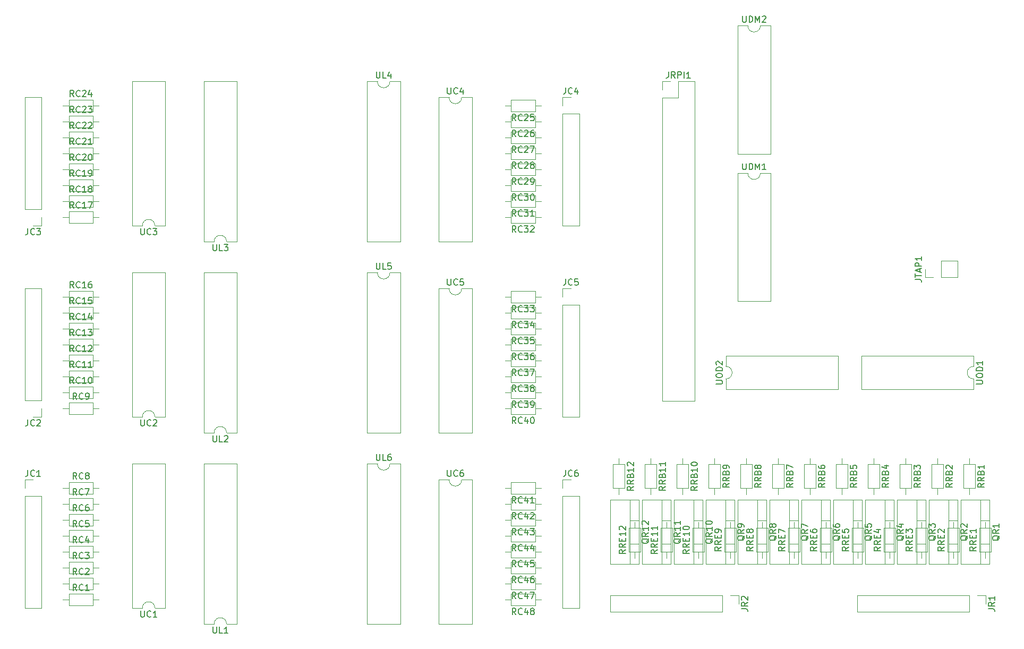
<source format=gbr>
G04 #@! TF.GenerationSoftware,KiCad,Pcbnew,(5.1.4)-1*
G04 #@! TF.CreationDate,2019-11-05T22:12:59+01:00*
G04 #@! TF.ProjectId,tablo,7461626c-6f2e-46b6-9963-61645f706362,rev?*
G04 #@! TF.SameCoordinates,Original*
G04 #@! TF.FileFunction,Legend,Top*
G04 #@! TF.FilePolarity,Positive*
%FSLAX46Y46*%
G04 Gerber Fmt 4.6, Leading zero omitted, Abs format (unit mm)*
G04 Created by KiCad (PCBNEW (5.1.4)-1) date 2019-11-05 22:12:59*
%MOMM*%
%LPD*%
G04 APERTURE LIST*
%ADD10C,0.120000*%
%ADD11C,0.150000*%
G04 APERTURE END LIST*
D10*
X123130000Y-34230000D02*
X124460000Y-34230000D01*
X123130000Y-35560000D02*
X123130000Y-34230000D01*
X125730000Y-34230000D02*
X128330000Y-34230000D01*
X125730000Y-36830000D02*
X125730000Y-34230000D01*
X123130000Y-36830000D02*
X125730000Y-36830000D01*
X128330000Y-34230000D02*
X128330000Y-85150000D01*
X123130000Y-36830000D02*
X123130000Y-85150000D01*
X123130000Y-85150000D02*
X128330000Y-85150000D01*
X165040000Y-65465000D02*
X165040000Y-64135000D01*
X166370000Y-65465000D02*
X165040000Y-65465000D01*
X167640000Y-65465000D02*
X167640000Y-62805000D01*
X167640000Y-62805000D02*
X170240000Y-62805000D01*
X167640000Y-65465000D02*
X170240000Y-65465000D01*
X170240000Y-65465000D02*
X170240000Y-62805000D01*
X172780000Y-81645000D02*
G75*
G02X172780000Y-79645000I0J1000000D01*
G01*
X172780000Y-79645000D02*
X172780000Y-77995000D01*
X172780000Y-77995000D02*
X154880000Y-77995000D01*
X154880000Y-77995000D02*
X154880000Y-83295000D01*
X154880000Y-83295000D02*
X172780000Y-83295000D01*
X172780000Y-83295000D02*
X172780000Y-81645000D01*
X133290000Y-77995000D02*
X133290000Y-79645000D01*
X151190000Y-77995000D02*
X133290000Y-77995000D01*
X151190000Y-83295000D02*
X151190000Y-77995000D01*
X133290000Y-83295000D02*
X151190000Y-83295000D01*
X133290000Y-81645000D02*
X133290000Y-83295000D01*
X133290000Y-79645000D02*
G75*
G02X133290000Y-81645000I0J-1000000D01*
G01*
X21530000Y-97730000D02*
X22860000Y-97730000D01*
X21530000Y-99060000D02*
X21530000Y-97730000D01*
X21530000Y-100330000D02*
X24190000Y-100330000D01*
X24190000Y-100330000D02*
X24190000Y-118170000D01*
X21530000Y-100330000D02*
X21530000Y-118170000D01*
X21530000Y-118170000D02*
X24190000Y-118170000D01*
X24190000Y-67250000D02*
X21530000Y-67250000D01*
X24190000Y-85090000D02*
X24190000Y-67250000D01*
X21530000Y-85090000D02*
X21530000Y-67250000D01*
X24190000Y-85090000D02*
X21530000Y-85090000D01*
X24190000Y-86360000D02*
X24190000Y-87690000D01*
X24190000Y-87690000D02*
X22860000Y-87690000D01*
X24190000Y-57210000D02*
X22860000Y-57210000D01*
X24190000Y-55880000D02*
X24190000Y-57210000D01*
X24190000Y-54610000D02*
X21530000Y-54610000D01*
X21530000Y-54610000D02*
X21530000Y-36770000D01*
X24190000Y-54610000D02*
X24190000Y-36770000D01*
X24190000Y-36770000D02*
X21530000Y-36770000D01*
X107255000Y-57210000D02*
X109915000Y-57210000D01*
X107255000Y-39370000D02*
X107255000Y-57210000D01*
X109915000Y-39370000D02*
X109915000Y-57210000D01*
X107255000Y-39370000D02*
X109915000Y-39370000D01*
X107255000Y-38100000D02*
X107255000Y-36770000D01*
X107255000Y-36770000D02*
X108585000Y-36770000D01*
X107255000Y-67250000D02*
X108585000Y-67250000D01*
X107255000Y-68580000D02*
X107255000Y-67250000D01*
X107255000Y-69850000D02*
X109915000Y-69850000D01*
X109915000Y-69850000D02*
X109915000Y-87690000D01*
X107255000Y-69850000D02*
X107255000Y-87690000D01*
X107255000Y-87690000D02*
X109915000Y-87690000D01*
X107255000Y-118170000D02*
X109915000Y-118170000D01*
X107255000Y-100330000D02*
X107255000Y-118170000D01*
X109915000Y-100330000D02*
X109915000Y-118170000D01*
X107255000Y-100330000D02*
X109915000Y-100330000D01*
X107255000Y-99060000D02*
X107255000Y-97730000D01*
X107255000Y-97730000D02*
X108585000Y-97730000D01*
X174685000Y-116145000D02*
X174685000Y-117475000D01*
X173355000Y-116145000D02*
X174685000Y-116145000D01*
X172085000Y-116145000D02*
X172085000Y-118805000D01*
X172085000Y-118805000D02*
X154245000Y-118805000D01*
X172085000Y-116145000D02*
X154245000Y-116145000D01*
X154245000Y-116145000D02*
X154245000Y-118805000D01*
X114875000Y-116145000D02*
X114875000Y-118805000D01*
X132715000Y-116145000D02*
X114875000Y-116145000D01*
X132715000Y-118805000D02*
X114875000Y-118805000D01*
X132715000Y-116145000D02*
X132715000Y-118805000D01*
X133985000Y-116145000D02*
X135315000Y-116145000D01*
X135315000Y-116145000D02*
X135315000Y-117475000D01*
X140445000Y-25340000D02*
X138795000Y-25340000D01*
X140445000Y-45780000D02*
X140445000Y-25340000D01*
X135145000Y-45780000D02*
X140445000Y-45780000D01*
X135145000Y-25340000D02*
X135145000Y-45780000D01*
X136795000Y-25340000D02*
X135145000Y-25340000D01*
X138795000Y-25340000D02*
G75*
G02X136795000Y-25340000I-1000000J0D01*
G01*
X138795000Y-48835000D02*
G75*
G02X136795000Y-48835000I-1000000J0D01*
G01*
X136795000Y-48835000D02*
X135145000Y-48835000D01*
X135145000Y-48835000D02*
X135145000Y-69275000D01*
X135145000Y-69275000D02*
X140445000Y-69275000D01*
X140445000Y-69275000D02*
X140445000Y-48835000D01*
X140445000Y-48835000D02*
X138795000Y-48835000D01*
X38625000Y-118170000D02*
X40275000Y-118170000D01*
X38625000Y-95190000D02*
X38625000Y-118170000D01*
X43925000Y-95190000D02*
X38625000Y-95190000D01*
X43925000Y-118170000D02*
X43925000Y-95190000D01*
X42275000Y-118170000D02*
X43925000Y-118170000D01*
X40275000Y-118170000D02*
G75*
G02X42275000Y-118170000I1000000J0D01*
G01*
X91170000Y-97730000D02*
G75*
G02X89170000Y-97730000I-1000000J0D01*
G01*
X89170000Y-97730000D02*
X87520000Y-97730000D01*
X87520000Y-97730000D02*
X87520000Y-120710000D01*
X87520000Y-120710000D02*
X92820000Y-120710000D01*
X92820000Y-120710000D02*
X92820000Y-97730000D01*
X92820000Y-97730000D02*
X91170000Y-97730000D01*
X92820000Y-67250000D02*
X91170000Y-67250000D01*
X92820000Y-90230000D02*
X92820000Y-67250000D01*
X87520000Y-90230000D02*
X92820000Y-90230000D01*
X87520000Y-67250000D02*
X87520000Y-90230000D01*
X89170000Y-67250000D02*
X87520000Y-67250000D01*
X91170000Y-67250000D02*
G75*
G02X89170000Y-67250000I-1000000J0D01*
G01*
X40275000Y-87690000D02*
G75*
G02X42275000Y-87690000I1000000J0D01*
G01*
X42275000Y-87690000D02*
X43925000Y-87690000D01*
X43925000Y-87690000D02*
X43925000Y-64710000D01*
X43925000Y-64710000D02*
X38625000Y-64710000D01*
X38625000Y-64710000D02*
X38625000Y-87690000D01*
X38625000Y-87690000D02*
X40275000Y-87690000D01*
X92820000Y-36770000D02*
X91170000Y-36770000D01*
X92820000Y-59750000D02*
X92820000Y-36770000D01*
X87520000Y-59750000D02*
X92820000Y-59750000D01*
X87520000Y-36770000D02*
X87520000Y-59750000D01*
X89170000Y-36770000D02*
X87520000Y-36770000D01*
X91170000Y-36770000D02*
G75*
G02X89170000Y-36770000I-1000000J0D01*
G01*
X40275000Y-57210000D02*
G75*
G02X42275000Y-57210000I1000000J0D01*
G01*
X42275000Y-57210000D02*
X43925000Y-57210000D01*
X43925000Y-57210000D02*
X43925000Y-34230000D01*
X43925000Y-34230000D02*
X38625000Y-34230000D01*
X38625000Y-34230000D02*
X38625000Y-57210000D01*
X38625000Y-57210000D02*
X40275000Y-57210000D01*
X81390000Y-95190000D02*
X79740000Y-95190000D01*
X81390000Y-120710000D02*
X81390000Y-95190000D01*
X76090000Y-120710000D02*
X81390000Y-120710000D01*
X76090000Y-95190000D02*
X76090000Y-120710000D01*
X77740000Y-95190000D02*
X76090000Y-95190000D01*
X79740000Y-95190000D02*
G75*
G02X77740000Y-95190000I-1000000J0D01*
G01*
X79740000Y-64710000D02*
G75*
G02X77740000Y-64710000I-1000000J0D01*
G01*
X77740000Y-64710000D02*
X76090000Y-64710000D01*
X76090000Y-64710000D02*
X76090000Y-90230000D01*
X76090000Y-90230000D02*
X81390000Y-90230000D01*
X81390000Y-90230000D02*
X81390000Y-64710000D01*
X81390000Y-64710000D02*
X79740000Y-64710000D01*
X81390000Y-34230000D02*
X79740000Y-34230000D01*
X81390000Y-59750000D02*
X81390000Y-34230000D01*
X76090000Y-59750000D02*
X81390000Y-59750000D01*
X76090000Y-34230000D02*
X76090000Y-59750000D01*
X77740000Y-34230000D02*
X76090000Y-34230000D01*
X79740000Y-34230000D02*
G75*
G02X77740000Y-34230000I-1000000J0D01*
G01*
X51705000Y-59750000D02*
G75*
G02X53705000Y-59750000I1000000J0D01*
G01*
X53705000Y-59750000D02*
X55355000Y-59750000D01*
X55355000Y-59750000D02*
X55355000Y-34230000D01*
X55355000Y-34230000D02*
X50055000Y-34230000D01*
X50055000Y-34230000D02*
X50055000Y-59750000D01*
X50055000Y-59750000D02*
X51705000Y-59750000D01*
X50055000Y-90230000D02*
X51705000Y-90230000D01*
X50055000Y-64710000D02*
X50055000Y-90230000D01*
X55355000Y-64710000D02*
X50055000Y-64710000D01*
X55355000Y-90230000D02*
X55355000Y-64710000D01*
X53705000Y-90230000D02*
X55355000Y-90230000D01*
X51705000Y-90230000D02*
G75*
G02X53705000Y-90230000I1000000J0D01*
G01*
X51705000Y-120710000D02*
G75*
G02X53705000Y-120710000I1000000J0D01*
G01*
X53705000Y-120710000D02*
X55355000Y-120710000D01*
X55355000Y-120710000D02*
X55355000Y-95190000D01*
X55355000Y-95190000D02*
X50055000Y-95190000D01*
X50055000Y-95190000D02*
X50055000Y-120710000D01*
X50055000Y-120710000D02*
X51705000Y-120710000D01*
X155035000Y-107896000D02*
X153525000Y-107896000D01*
X155035000Y-104195000D02*
X153525000Y-104195000D01*
X153525000Y-100925000D02*
X153525000Y-111165000D01*
X155035000Y-111165000D02*
X150394000Y-111165000D01*
X155035000Y-100925000D02*
X150394000Y-100925000D01*
X150394000Y-100925000D02*
X150394000Y-111165000D01*
X155035000Y-100925000D02*
X155035000Y-111165000D01*
X119475000Y-100925000D02*
X119475000Y-111165000D01*
X114834000Y-100925000D02*
X114834000Y-111165000D01*
X119475000Y-100925000D02*
X114834000Y-100925000D01*
X119475000Y-111165000D02*
X114834000Y-111165000D01*
X117965000Y-100925000D02*
X117965000Y-111165000D01*
X119475000Y-104195000D02*
X117965000Y-104195000D01*
X119475000Y-107896000D02*
X117965000Y-107896000D01*
X124555000Y-107896000D02*
X123045000Y-107896000D01*
X124555000Y-104195000D02*
X123045000Y-104195000D01*
X123045000Y-100925000D02*
X123045000Y-111165000D01*
X124555000Y-111165000D02*
X119914000Y-111165000D01*
X124555000Y-100925000D02*
X119914000Y-100925000D01*
X119914000Y-100925000D02*
X119914000Y-111165000D01*
X124555000Y-100925000D02*
X124555000Y-111165000D01*
X129635000Y-100925000D02*
X129635000Y-111165000D01*
X124994000Y-100925000D02*
X124994000Y-111165000D01*
X129635000Y-100925000D02*
X124994000Y-100925000D01*
X129635000Y-111165000D02*
X124994000Y-111165000D01*
X128125000Y-100925000D02*
X128125000Y-111165000D01*
X129635000Y-104195000D02*
X128125000Y-104195000D01*
X129635000Y-107896000D02*
X128125000Y-107896000D01*
X139795000Y-107896000D02*
X138285000Y-107896000D01*
X139795000Y-104195000D02*
X138285000Y-104195000D01*
X138285000Y-100925000D02*
X138285000Y-111165000D01*
X139795000Y-111165000D02*
X135154000Y-111165000D01*
X139795000Y-100925000D02*
X135154000Y-100925000D01*
X135154000Y-100925000D02*
X135154000Y-111165000D01*
X139795000Y-100925000D02*
X139795000Y-111165000D01*
X144875000Y-100925000D02*
X144875000Y-111165000D01*
X140234000Y-100925000D02*
X140234000Y-111165000D01*
X144875000Y-100925000D02*
X140234000Y-100925000D01*
X144875000Y-111165000D02*
X140234000Y-111165000D01*
X143365000Y-100925000D02*
X143365000Y-111165000D01*
X144875000Y-104195000D02*
X143365000Y-104195000D01*
X144875000Y-107896000D02*
X143365000Y-107896000D01*
X134715000Y-107896000D02*
X133205000Y-107896000D01*
X134715000Y-104195000D02*
X133205000Y-104195000D01*
X133205000Y-100925000D02*
X133205000Y-111165000D01*
X134715000Y-111165000D02*
X130074000Y-111165000D01*
X134715000Y-100925000D02*
X130074000Y-100925000D01*
X130074000Y-100925000D02*
X130074000Y-111165000D01*
X134715000Y-100925000D02*
X134715000Y-111165000D01*
X160115000Y-100925000D02*
X160115000Y-111165000D01*
X155474000Y-100925000D02*
X155474000Y-111165000D01*
X160115000Y-100925000D02*
X155474000Y-100925000D01*
X160115000Y-111165000D02*
X155474000Y-111165000D01*
X158605000Y-100925000D02*
X158605000Y-111165000D01*
X160115000Y-104195000D02*
X158605000Y-104195000D01*
X160115000Y-107896000D02*
X158605000Y-107896000D01*
X165195000Y-107896000D02*
X163685000Y-107896000D01*
X165195000Y-104195000D02*
X163685000Y-104195000D01*
X163685000Y-100925000D02*
X163685000Y-111165000D01*
X165195000Y-111165000D02*
X160554000Y-111165000D01*
X165195000Y-100925000D02*
X160554000Y-100925000D01*
X160554000Y-100925000D02*
X160554000Y-111165000D01*
X165195000Y-100925000D02*
X165195000Y-111165000D01*
X170275000Y-100925000D02*
X170275000Y-111165000D01*
X165634000Y-100925000D02*
X165634000Y-111165000D01*
X170275000Y-100925000D02*
X165634000Y-100925000D01*
X170275000Y-111165000D02*
X165634000Y-111165000D01*
X168765000Y-100925000D02*
X168765000Y-111165000D01*
X170275000Y-104195000D02*
X168765000Y-104195000D01*
X170275000Y-107896000D02*
X168765000Y-107896000D01*
X149955000Y-107896000D02*
X148445000Y-107896000D01*
X149955000Y-104195000D02*
X148445000Y-104195000D01*
X148445000Y-100925000D02*
X148445000Y-111165000D01*
X149955000Y-111165000D02*
X145314000Y-111165000D01*
X149955000Y-100925000D02*
X145314000Y-100925000D01*
X145314000Y-100925000D02*
X145314000Y-111165000D01*
X149955000Y-100925000D02*
X149955000Y-111165000D01*
X175355000Y-100925000D02*
X175355000Y-111165000D01*
X170714000Y-100925000D02*
X170714000Y-111165000D01*
X175355000Y-100925000D02*
X170714000Y-100925000D01*
X175355000Y-111165000D02*
X170714000Y-111165000D01*
X173845000Y-100925000D02*
X173845000Y-111165000D01*
X175355000Y-104195000D02*
X173845000Y-104195000D01*
X175355000Y-107896000D02*
X173845000Y-107896000D01*
X33350000Y-40640000D02*
X32400000Y-40640000D01*
X27610000Y-40640000D02*
X28560000Y-40640000D01*
X32400000Y-39720000D02*
X28560000Y-39720000D01*
X32400000Y-41560000D02*
X32400000Y-39720000D01*
X28560000Y-41560000D02*
X32400000Y-41560000D01*
X28560000Y-39720000D02*
X28560000Y-41560000D01*
X28560000Y-67660000D02*
X28560000Y-69500000D01*
X28560000Y-69500000D02*
X32400000Y-69500000D01*
X32400000Y-69500000D02*
X32400000Y-67660000D01*
X32400000Y-67660000D02*
X28560000Y-67660000D01*
X27610000Y-68580000D02*
X28560000Y-68580000D01*
X33350000Y-68580000D02*
X32400000Y-68580000D01*
X33350000Y-55880000D02*
X32400000Y-55880000D01*
X27610000Y-55880000D02*
X28560000Y-55880000D01*
X32400000Y-54960000D02*
X28560000Y-54960000D01*
X32400000Y-56800000D02*
X32400000Y-54960000D01*
X28560000Y-56800000D02*
X32400000Y-56800000D01*
X28560000Y-54960000D02*
X28560000Y-56800000D01*
X28560000Y-52420000D02*
X28560000Y-54260000D01*
X28560000Y-54260000D02*
X32400000Y-54260000D01*
X32400000Y-54260000D02*
X32400000Y-52420000D01*
X32400000Y-52420000D02*
X28560000Y-52420000D01*
X27610000Y-53340000D02*
X28560000Y-53340000D01*
X33350000Y-53340000D02*
X32400000Y-53340000D01*
X33350000Y-50800000D02*
X32400000Y-50800000D01*
X27610000Y-50800000D02*
X28560000Y-50800000D01*
X32400000Y-49880000D02*
X28560000Y-49880000D01*
X32400000Y-51720000D02*
X32400000Y-49880000D01*
X28560000Y-51720000D02*
X32400000Y-51720000D01*
X28560000Y-49880000D02*
X28560000Y-51720000D01*
X28560000Y-47340000D02*
X28560000Y-49180000D01*
X28560000Y-49180000D02*
X32400000Y-49180000D01*
X32400000Y-49180000D02*
X32400000Y-47340000D01*
X32400000Y-47340000D02*
X28560000Y-47340000D01*
X27610000Y-48260000D02*
X28560000Y-48260000D01*
X33350000Y-48260000D02*
X32400000Y-48260000D01*
X33350000Y-45720000D02*
X32400000Y-45720000D01*
X27610000Y-45720000D02*
X28560000Y-45720000D01*
X32400000Y-44800000D02*
X28560000Y-44800000D01*
X32400000Y-46640000D02*
X32400000Y-44800000D01*
X28560000Y-46640000D02*
X32400000Y-46640000D01*
X28560000Y-44800000D02*
X28560000Y-46640000D01*
X28560000Y-42260000D02*
X28560000Y-44100000D01*
X28560000Y-44100000D02*
X32400000Y-44100000D01*
X32400000Y-44100000D02*
X32400000Y-42260000D01*
X32400000Y-42260000D02*
X28560000Y-42260000D01*
X27610000Y-43180000D02*
X28560000Y-43180000D01*
X33350000Y-43180000D02*
X32400000Y-43180000D01*
X172085000Y-100025000D02*
X172085000Y-99075000D01*
X172085000Y-94285000D02*
X172085000Y-95235000D01*
X173005000Y-99075000D02*
X173005000Y-95235000D01*
X171165000Y-99075000D02*
X173005000Y-99075000D01*
X171165000Y-95235000D02*
X171165000Y-99075000D01*
X173005000Y-95235000D02*
X171165000Y-95235000D01*
X28560000Y-37180000D02*
X28560000Y-39020000D01*
X28560000Y-39020000D02*
X32400000Y-39020000D01*
X32400000Y-39020000D02*
X32400000Y-37180000D01*
X32400000Y-37180000D02*
X28560000Y-37180000D01*
X27610000Y-38100000D02*
X28560000Y-38100000D01*
X33350000Y-38100000D02*
X32400000Y-38100000D01*
X33350000Y-76200000D02*
X32400000Y-76200000D01*
X27610000Y-76200000D02*
X28560000Y-76200000D01*
X32400000Y-75280000D02*
X28560000Y-75280000D01*
X32400000Y-77120000D02*
X32400000Y-75280000D01*
X28560000Y-77120000D02*
X32400000Y-77120000D01*
X28560000Y-75280000D02*
X28560000Y-77120000D01*
X28560000Y-72740000D02*
X28560000Y-74580000D01*
X28560000Y-74580000D02*
X32400000Y-74580000D01*
X32400000Y-74580000D02*
X32400000Y-72740000D01*
X32400000Y-72740000D02*
X28560000Y-72740000D01*
X27610000Y-73660000D02*
X28560000Y-73660000D01*
X33350000Y-73660000D02*
X32400000Y-73660000D01*
X33350000Y-78740000D02*
X32400000Y-78740000D01*
X27610000Y-78740000D02*
X28560000Y-78740000D01*
X32400000Y-77820000D02*
X28560000Y-77820000D01*
X32400000Y-79660000D02*
X32400000Y-77820000D01*
X28560000Y-79660000D02*
X32400000Y-79660000D01*
X28560000Y-77820000D02*
X28560000Y-79660000D01*
X28560000Y-80360000D02*
X28560000Y-82200000D01*
X28560000Y-82200000D02*
X32400000Y-82200000D01*
X32400000Y-82200000D02*
X32400000Y-80360000D01*
X32400000Y-80360000D02*
X28560000Y-80360000D01*
X27610000Y-81280000D02*
X28560000Y-81280000D01*
X33350000Y-81280000D02*
X32400000Y-81280000D01*
X33350000Y-83820000D02*
X32400000Y-83820000D01*
X27610000Y-83820000D02*
X28560000Y-83820000D01*
X32400000Y-82900000D02*
X28560000Y-82900000D01*
X32400000Y-84740000D02*
X32400000Y-82900000D01*
X28560000Y-84740000D02*
X32400000Y-84740000D01*
X28560000Y-82900000D02*
X28560000Y-84740000D01*
X28560000Y-85440000D02*
X28560000Y-87280000D01*
X28560000Y-87280000D02*
X32400000Y-87280000D01*
X32400000Y-87280000D02*
X32400000Y-85440000D01*
X32400000Y-85440000D02*
X28560000Y-85440000D01*
X27610000Y-86360000D02*
X28560000Y-86360000D01*
X33350000Y-86360000D02*
X32400000Y-86360000D01*
X33350000Y-71120000D02*
X32400000Y-71120000D01*
X27610000Y-71120000D02*
X28560000Y-71120000D01*
X32400000Y-70200000D02*
X28560000Y-70200000D01*
X32400000Y-72040000D02*
X32400000Y-70200000D01*
X28560000Y-72040000D02*
X32400000Y-72040000D01*
X28560000Y-70200000D02*
X28560000Y-72040000D01*
X102885000Y-102520000D02*
X102885000Y-100680000D01*
X102885000Y-100680000D02*
X99045000Y-100680000D01*
X99045000Y-100680000D02*
X99045000Y-102520000D01*
X99045000Y-102520000D02*
X102885000Y-102520000D01*
X103835000Y-101600000D02*
X102885000Y-101600000D01*
X98095000Y-101600000D02*
X99045000Y-101600000D01*
X156845000Y-100025000D02*
X156845000Y-99075000D01*
X156845000Y-94285000D02*
X156845000Y-95235000D01*
X157765000Y-99075000D02*
X157765000Y-95235000D01*
X155925000Y-99075000D02*
X157765000Y-99075000D01*
X155925000Y-95235000D02*
X155925000Y-99075000D01*
X157765000Y-95235000D02*
X155925000Y-95235000D01*
X28560000Y-105760000D02*
X28560000Y-107600000D01*
X28560000Y-107600000D02*
X32400000Y-107600000D01*
X32400000Y-107600000D02*
X32400000Y-105760000D01*
X32400000Y-105760000D02*
X28560000Y-105760000D01*
X27610000Y-106680000D02*
X28560000Y-106680000D01*
X33350000Y-106680000D02*
X32400000Y-106680000D01*
X33350000Y-109220000D02*
X32400000Y-109220000D01*
X27610000Y-109220000D02*
X28560000Y-109220000D01*
X32400000Y-108300000D02*
X28560000Y-108300000D01*
X32400000Y-110140000D02*
X32400000Y-108300000D01*
X28560000Y-110140000D02*
X32400000Y-110140000D01*
X28560000Y-108300000D02*
X28560000Y-110140000D01*
X28560000Y-110840000D02*
X28560000Y-112680000D01*
X28560000Y-112680000D02*
X32400000Y-112680000D01*
X32400000Y-112680000D02*
X32400000Y-110840000D01*
X32400000Y-110840000D02*
X28560000Y-110840000D01*
X27610000Y-111760000D02*
X28560000Y-111760000D01*
X33350000Y-111760000D02*
X32400000Y-111760000D01*
X33350000Y-114300000D02*
X32400000Y-114300000D01*
X27610000Y-114300000D02*
X28560000Y-114300000D01*
X32400000Y-113380000D02*
X28560000Y-113380000D01*
X32400000Y-115220000D02*
X32400000Y-113380000D01*
X28560000Y-115220000D02*
X32400000Y-115220000D01*
X28560000Y-113380000D02*
X28560000Y-115220000D01*
X28560000Y-115920000D02*
X28560000Y-117760000D01*
X28560000Y-117760000D02*
X32400000Y-117760000D01*
X32400000Y-117760000D02*
X32400000Y-115920000D01*
X32400000Y-115920000D02*
X28560000Y-115920000D01*
X27610000Y-116840000D02*
X28560000Y-116840000D01*
X33350000Y-116840000D02*
X32400000Y-116840000D01*
X98095000Y-38100000D02*
X99045000Y-38100000D01*
X103835000Y-38100000D02*
X102885000Y-38100000D01*
X99045000Y-39020000D02*
X102885000Y-39020000D01*
X99045000Y-37180000D02*
X99045000Y-39020000D01*
X102885000Y-37180000D02*
X99045000Y-37180000D01*
X102885000Y-39020000D02*
X102885000Y-37180000D01*
X28560000Y-98140000D02*
X28560000Y-99980000D01*
X28560000Y-99980000D02*
X32400000Y-99980000D01*
X32400000Y-99980000D02*
X32400000Y-98140000D01*
X32400000Y-98140000D02*
X28560000Y-98140000D01*
X27610000Y-99060000D02*
X28560000Y-99060000D01*
X33350000Y-99060000D02*
X32400000Y-99060000D01*
X33350000Y-101600000D02*
X32400000Y-101600000D01*
X27610000Y-101600000D02*
X28560000Y-101600000D01*
X32400000Y-100680000D02*
X28560000Y-100680000D01*
X32400000Y-102520000D02*
X32400000Y-100680000D01*
X28560000Y-102520000D02*
X32400000Y-102520000D01*
X28560000Y-100680000D02*
X28560000Y-102520000D01*
X152685000Y-95235000D02*
X150845000Y-95235000D01*
X150845000Y-95235000D02*
X150845000Y-99075000D01*
X150845000Y-99075000D02*
X152685000Y-99075000D01*
X152685000Y-99075000D02*
X152685000Y-95235000D01*
X151765000Y-94285000D02*
X151765000Y-95235000D01*
X151765000Y-100025000D02*
X151765000Y-99075000D01*
X146685000Y-100025000D02*
X146685000Y-99075000D01*
X146685000Y-94285000D02*
X146685000Y-95235000D01*
X147605000Y-99075000D02*
X147605000Y-95235000D01*
X145765000Y-99075000D02*
X147605000Y-99075000D01*
X145765000Y-95235000D02*
X145765000Y-99075000D01*
X147605000Y-95235000D02*
X145765000Y-95235000D01*
X142525000Y-95235000D02*
X140685000Y-95235000D01*
X140685000Y-95235000D02*
X140685000Y-99075000D01*
X140685000Y-99075000D02*
X142525000Y-99075000D01*
X142525000Y-99075000D02*
X142525000Y-95235000D01*
X141605000Y-94285000D02*
X141605000Y-95235000D01*
X141605000Y-100025000D02*
X141605000Y-99075000D01*
X136525000Y-100025000D02*
X136525000Y-99075000D01*
X136525000Y-94285000D02*
X136525000Y-95235000D01*
X137445000Y-99075000D02*
X137445000Y-95235000D01*
X135605000Y-99075000D02*
X137445000Y-99075000D01*
X135605000Y-95235000D02*
X135605000Y-99075000D01*
X137445000Y-95235000D02*
X135605000Y-95235000D01*
X132365000Y-95235000D02*
X130525000Y-95235000D01*
X130525000Y-95235000D02*
X130525000Y-99075000D01*
X130525000Y-99075000D02*
X132365000Y-99075000D01*
X132365000Y-99075000D02*
X132365000Y-95235000D01*
X131445000Y-94285000D02*
X131445000Y-95235000D01*
X131445000Y-100025000D02*
X131445000Y-99075000D01*
X126365000Y-100025000D02*
X126365000Y-99075000D01*
X126365000Y-94285000D02*
X126365000Y-95235000D01*
X127285000Y-99075000D02*
X127285000Y-95235000D01*
X125445000Y-99075000D02*
X127285000Y-99075000D01*
X125445000Y-95235000D02*
X125445000Y-99075000D01*
X127285000Y-95235000D02*
X125445000Y-95235000D01*
X122205000Y-95235000D02*
X120365000Y-95235000D01*
X120365000Y-95235000D02*
X120365000Y-99075000D01*
X120365000Y-99075000D02*
X122205000Y-99075000D01*
X122205000Y-99075000D02*
X122205000Y-95235000D01*
X121285000Y-94285000D02*
X121285000Y-95235000D01*
X121285000Y-100025000D02*
X121285000Y-99075000D01*
X116205000Y-100025000D02*
X116205000Y-99075000D01*
X116205000Y-94285000D02*
X116205000Y-95235000D01*
X117125000Y-99075000D02*
X117125000Y-95235000D01*
X115285000Y-99075000D02*
X117125000Y-99075000D01*
X115285000Y-95235000D02*
X115285000Y-99075000D01*
X117125000Y-95235000D02*
X115285000Y-95235000D01*
X162845000Y-95235000D02*
X161005000Y-95235000D01*
X161005000Y-95235000D02*
X161005000Y-99075000D01*
X161005000Y-99075000D02*
X162845000Y-99075000D01*
X162845000Y-99075000D02*
X162845000Y-95235000D01*
X161925000Y-94285000D02*
X161925000Y-95235000D01*
X161925000Y-100025000D02*
X161925000Y-99075000D01*
X98095000Y-53340000D02*
X99045000Y-53340000D01*
X103835000Y-53340000D02*
X102885000Y-53340000D01*
X99045000Y-54260000D02*
X102885000Y-54260000D01*
X99045000Y-52420000D02*
X99045000Y-54260000D01*
X102885000Y-52420000D02*
X99045000Y-52420000D01*
X102885000Y-54260000D02*
X102885000Y-52420000D01*
X163545000Y-109235000D02*
X165385000Y-109235000D01*
X165385000Y-109235000D02*
X165385000Y-105395000D01*
X165385000Y-105395000D02*
X163545000Y-105395000D01*
X163545000Y-105395000D02*
X163545000Y-109235000D01*
X164465000Y-110185000D02*
X164465000Y-109235000D01*
X164465000Y-104445000D02*
X164465000Y-105395000D01*
X159385000Y-104445000D02*
X159385000Y-105395000D01*
X159385000Y-110185000D02*
X159385000Y-109235000D01*
X158465000Y-105395000D02*
X158465000Y-109235000D01*
X160305000Y-105395000D02*
X158465000Y-105395000D01*
X160305000Y-109235000D02*
X160305000Y-105395000D01*
X158465000Y-109235000D02*
X160305000Y-109235000D01*
X153385000Y-109235000D02*
X155225000Y-109235000D01*
X155225000Y-109235000D02*
X155225000Y-105395000D01*
X155225000Y-105395000D02*
X153385000Y-105395000D01*
X153385000Y-105395000D02*
X153385000Y-109235000D01*
X154305000Y-110185000D02*
X154305000Y-109235000D01*
X154305000Y-104445000D02*
X154305000Y-105395000D01*
X149225000Y-104445000D02*
X149225000Y-105395000D01*
X149225000Y-110185000D02*
X149225000Y-109235000D01*
X148305000Y-105395000D02*
X148305000Y-109235000D01*
X150145000Y-105395000D02*
X148305000Y-105395000D01*
X150145000Y-109235000D02*
X150145000Y-105395000D01*
X148305000Y-109235000D02*
X150145000Y-109235000D01*
X143225000Y-109235000D02*
X145065000Y-109235000D01*
X145065000Y-109235000D02*
X145065000Y-105395000D01*
X145065000Y-105395000D02*
X143225000Y-105395000D01*
X143225000Y-105395000D02*
X143225000Y-109235000D01*
X144145000Y-110185000D02*
X144145000Y-109235000D01*
X144145000Y-104445000D02*
X144145000Y-105395000D01*
X139065000Y-104445000D02*
X139065000Y-105395000D01*
X139065000Y-110185000D02*
X139065000Y-109235000D01*
X138145000Y-105395000D02*
X138145000Y-109235000D01*
X139985000Y-105395000D02*
X138145000Y-105395000D01*
X139985000Y-109235000D02*
X139985000Y-105395000D01*
X138145000Y-109235000D02*
X139985000Y-109235000D01*
X133065000Y-109235000D02*
X134905000Y-109235000D01*
X134905000Y-109235000D02*
X134905000Y-105395000D01*
X134905000Y-105395000D02*
X133065000Y-105395000D01*
X133065000Y-105395000D02*
X133065000Y-109235000D01*
X133985000Y-110185000D02*
X133985000Y-109235000D01*
X133985000Y-104445000D02*
X133985000Y-105395000D01*
X33350000Y-104140000D02*
X32400000Y-104140000D01*
X27610000Y-104140000D02*
X28560000Y-104140000D01*
X32400000Y-103220000D02*
X28560000Y-103220000D01*
X32400000Y-105060000D02*
X32400000Y-103220000D01*
X28560000Y-105060000D02*
X32400000Y-105060000D01*
X28560000Y-103220000D02*
X28560000Y-105060000D01*
X122905000Y-109235000D02*
X124745000Y-109235000D01*
X124745000Y-109235000D02*
X124745000Y-105395000D01*
X124745000Y-105395000D02*
X122905000Y-105395000D01*
X122905000Y-105395000D02*
X122905000Y-109235000D01*
X123825000Y-110185000D02*
X123825000Y-109235000D01*
X123825000Y-104445000D02*
X123825000Y-105395000D01*
X118745000Y-104445000D02*
X118745000Y-105395000D01*
X118745000Y-110185000D02*
X118745000Y-109235000D01*
X117825000Y-105395000D02*
X117825000Y-109235000D01*
X119665000Y-105395000D02*
X117825000Y-105395000D01*
X119665000Y-109235000D02*
X119665000Y-105395000D01*
X117825000Y-109235000D02*
X119665000Y-109235000D01*
X173705000Y-109235000D02*
X175545000Y-109235000D01*
X175545000Y-109235000D02*
X175545000Y-105395000D01*
X175545000Y-105395000D02*
X173705000Y-105395000D01*
X173705000Y-105395000D02*
X173705000Y-109235000D01*
X174625000Y-110185000D02*
X174625000Y-109235000D01*
X174625000Y-104445000D02*
X174625000Y-105395000D01*
X98095000Y-43180000D02*
X99045000Y-43180000D01*
X103835000Y-43180000D02*
X102885000Y-43180000D01*
X99045000Y-44100000D02*
X102885000Y-44100000D01*
X99045000Y-42260000D02*
X99045000Y-44100000D01*
X102885000Y-42260000D02*
X99045000Y-42260000D01*
X102885000Y-44100000D02*
X102885000Y-42260000D01*
X102885000Y-46640000D02*
X102885000Y-44800000D01*
X102885000Y-44800000D02*
X99045000Y-44800000D01*
X99045000Y-44800000D02*
X99045000Y-46640000D01*
X99045000Y-46640000D02*
X102885000Y-46640000D01*
X103835000Y-45720000D02*
X102885000Y-45720000D01*
X98095000Y-45720000D02*
X99045000Y-45720000D01*
X98095000Y-48260000D02*
X99045000Y-48260000D01*
X103835000Y-48260000D02*
X102885000Y-48260000D01*
X99045000Y-49180000D02*
X102885000Y-49180000D01*
X99045000Y-47340000D02*
X99045000Y-49180000D01*
X102885000Y-47340000D02*
X99045000Y-47340000D01*
X102885000Y-49180000D02*
X102885000Y-47340000D01*
X102885000Y-51720000D02*
X102885000Y-49880000D01*
X102885000Y-49880000D02*
X99045000Y-49880000D01*
X99045000Y-49880000D02*
X99045000Y-51720000D01*
X99045000Y-51720000D02*
X102885000Y-51720000D01*
X103835000Y-50800000D02*
X102885000Y-50800000D01*
X98095000Y-50800000D02*
X99045000Y-50800000D01*
X98095000Y-55880000D02*
X99045000Y-55880000D01*
X103835000Y-55880000D02*
X102885000Y-55880000D01*
X99045000Y-56800000D02*
X102885000Y-56800000D01*
X99045000Y-54960000D02*
X99045000Y-56800000D01*
X102885000Y-54960000D02*
X99045000Y-54960000D01*
X102885000Y-56800000D02*
X102885000Y-54960000D01*
X127985000Y-109235000D02*
X129825000Y-109235000D01*
X129825000Y-109235000D02*
X129825000Y-105395000D01*
X129825000Y-105395000D02*
X127985000Y-105395000D01*
X127985000Y-105395000D02*
X127985000Y-109235000D01*
X128905000Y-110185000D02*
X128905000Y-109235000D01*
X128905000Y-104445000D02*
X128905000Y-105395000D01*
X98095000Y-68580000D02*
X99045000Y-68580000D01*
X103835000Y-68580000D02*
X102885000Y-68580000D01*
X99045000Y-69500000D02*
X102885000Y-69500000D01*
X99045000Y-67660000D02*
X99045000Y-69500000D01*
X102885000Y-67660000D02*
X99045000Y-67660000D01*
X102885000Y-69500000D02*
X102885000Y-67660000D01*
X102885000Y-72040000D02*
X102885000Y-70200000D01*
X102885000Y-70200000D02*
X99045000Y-70200000D01*
X99045000Y-70200000D02*
X99045000Y-72040000D01*
X99045000Y-72040000D02*
X102885000Y-72040000D01*
X103835000Y-71120000D02*
X102885000Y-71120000D01*
X98095000Y-71120000D02*
X99045000Y-71120000D01*
X98095000Y-73660000D02*
X99045000Y-73660000D01*
X103835000Y-73660000D02*
X102885000Y-73660000D01*
X99045000Y-74580000D02*
X102885000Y-74580000D01*
X99045000Y-72740000D02*
X99045000Y-74580000D01*
X102885000Y-72740000D02*
X99045000Y-72740000D01*
X102885000Y-74580000D02*
X102885000Y-72740000D01*
X102885000Y-77120000D02*
X102885000Y-75280000D01*
X102885000Y-75280000D02*
X99045000Y-75280000D01*
X99045000Y-75280000D02*
X99045000Y-77120000D01*
X99045000Y-77120000D02*
X102885000Y-77120000D01*
X103835000Y-76200000D02*
X102885000Y-76200000D01*
X98095000Y-76200000D02*
X99045000Y-76200000D01*
X98095000Y-78740000D02*
X99045000Y-78740000D01*
X103835000Y-78740000D02*
X102885000Y-78740000D01*
X99045000Y-79660000D02*
X102885000Y-79660000D01*
X99045000Y-77820000D02*
X99045000Y-79660000D01*
X102885000Y-77820000D02*
X99045000Y-77820000D01*
X102885000Y-79660000D02*
X102885000Y-77820000D01*
X167925000Y-95235000D02*
X166085000Y-95235000D01*
X166085000Y-95235000D02*
X166085000Y-99075000D01*
X166085000Y-99075000D02*
X167925000Y-99075000D01*
X167925000Y-99075000D02*
X167925000Y-95235000D01*
X167005000Y-94285000D02*
X167005000Y-95235000D01*
X167005000Y-100025000D02*
X167005000Y-99075000D01*
X98095000Y-83820000D02*
X99045000Y-83820000D01*
X103835000Y-83820000D02*
X102885000Y-83820000D01*
X99045000Y-84740000D02*
X102885000Y-84740000D01*
X99045000Y-82900000D02*
X99045000Y-84740000D01*
X102885000Y-82900000D02*
X99045000Y-82900000D01*
X102885000Y-84740000D02*
X102885000Y-82900000D01*
X102885000Y-87280000D02*
X102885000Y-85440000D01*
X102885000Y-85440000D02*
X99045000Y-85440000D01*
X99045000Y-85440000D02*
X99045000Y-87280000D01*
X99045000Y-87280000D02*
X102885000Y-87280000D01*
X103835000Y-86360000D02*
X102885000Y-86360000D01*
X98095000Y-86360000D02*
X99045000Y-86360000D01*
X98095000Y-40640000D02*
X99045000Y-40640000D01*
X103835000Y-40640000D02*
X102885000Y-40640000D01*
X99045000Y-41560000D02*
X102885000Y-41560000D01*
X99045000Y-39720000D02*
X99045000Y-41560000D01*
X102885000Y-39720000D02*
X99045000Y-39720000D01*
X102885000Y-41560000D02*
X102885000Y-39720000D01*
X168625000Y-109235000D02*
X170465000Y-109235000D01*
X170465000Y-109235000D02*
X170465000Y-105395000D01*
X170465000Y-105395000D02*
X168625000Y-105395000D01*
X168625000Y-105395000D02*
X168625000Y-109235000D01*
X169545000Y-110185000D02*
X169545000Y-109235000D01*
X169545000Y-104445000D02*
X169545000Y-105395000D01*
X98095000Y-104140000D02*
X99045000Y-104140000D01*
X103835000Y-104140000D02*
X102885000Y-104140000D01*
X99045000Y-105060000D02*
X102885000Y-105060000D01*
X99045000Y-103220000D02*
X99045000Y-105060000D01*
X102885000Y-103220000D02*
X99045000Y-103220000D01*
X102885000Y-105060000D02*
X102885000Y-103220000D01*
X102885000Y-107600000D02*
X102885000Y-105760000D01*
X102885000Y-105760000D02*
X99045000Y-105760000D01*
X99045000Y-105760000D02*
X99045000Y-107600000D01*
X99045000Y-107600000D02*
X102885000Y-107600000D01*
X103835000Y-106680000D02*
X102885000Y-106680000D01*
X98095000Y-106680000D02*
X99045000Y-106680000D01*
X98095000Y-109220000D02*
X99045000Y-109220000D01*
X103835000Y-109220000D02*
X102885000Y-109220000D01*
X99045000Y-110140000D02*
X102885000Y-110140000D01*
X99045000Y-108300000D02*
X99045000Y-110140000D01*
X102885000Y-108300000D02*
X99045000Y-108300000D01*
X102885000Y-110140000D02*
X102885000Y-108300000D01*
X102885000Y-112680000D02*
X102885000Y-110840000D01*
X102885000Y-110840000D02*
X99045000Y-110840000D01*
X99045000Y-110840000D02*
X99045000Y-112680000D01*
X99045000Y-112680000D02*
X102885000Y-112680000D01*
X103835000Y-111760000D02*
X102885000Y-111760000D01*
X98095000Y-111760000D02*
X99045000Y-111760000D01*
X98095000Y-114300000D02*
X99045000Y-114300000D01*
X103835000Y-114300000D02*
X102885000Y-114300000D01*
X99045000Y-115220000D02*
X102885000Y-115220000D01*
X99045000Y-113380000D02*
X99045000Y-115220000D01*
X102885000Y-113380000D02*
X99045000Y-113380000D01*
X102885000Y-115220000D02*
X102885000Y-113380000D01*
X102885000Y-117760000D02*
X102885000Y-115920000D01*
X102885000Y-115920000D02*
X99045000Y-115920000D01*
X99045000Y-115920000D02*
X99045000Y-117760000D01*
X99045000Y-117760000D02*
X102885000Y-117760000D01*
X103835000Y-116840000D02*
X102885000Y-116840000D01*
X98095000Y-116840000D02*
X99045000Y-116840000D01*
X98095000Y-81280000D02*
X99045000Y-81280000D01*
X103835000Y-81280000D02*
X102885000Y-81280000D01*
X99045000Y-82200000D02*
X102885000Y-82200000D01*
X99045000Y-80360000D02*
X99045000Y-82200000D01*
X102885000Y-80360000D02*
X99045000Y-80360000D01*
X102885000Y-82200000D02*
X102885000Y-80360000D01*
X102885000Y-99980000D02*
X102885000Y-98140000D01*
X102885000Y-98140000D02*
X99045000Y-98140000D01*
X99045000Y-98140000D02*
X99045000Y-99980000D01*
X99045000Y-99980000D02*
X102885000Y-99980000D01*
X103835000Y-99060000D02*
X102885000Y-99060000D01*
X98095000Y-99060000D02*
X99045000Y-99060000D01*
D11*
X124158571Y-32682380D02*
X124158571Y-33396666D01*
X124110952Y-33539523D01*
X124015714Y-33634761D01*
X123872857Y-33682380D01*
X123777619Y-33682380D01*
X125206190Y-33682380D02*
X124872857Y-33206190D01*
X124634761Y-33682380D02*
X124634761Y-32682380D01*
X125015714Y-32682380D01*
X125110952Y-32730000D01*
X125158571Y-32777619D01*
X125206190Y-32872857D01*
X125206190Y-33015714D01*
X125158571Y-33110952D01*
X125110952Y-33158571D01*
X125015714Y-33206190D01*
X124634761Y-33206190D01*
X125634761Y-33682380D02*
X125634761Y-32682380D01*
X126015714Y-32682380D01*
X126110952Y-32730000D01*
X126158571Y-32777619D01*
X126206190Y-32872857D01*
X126206190Y-33015714D01*
X126158571Y-33110952D01*
X126110952Y-33158571D01*
X126015714Y-33206190D01*
X125634761Y-33206190D01*
X126634761Y-33682380D02*
X126634761Y-32682380D01*
X127634761Y-33682380D02*
X127063333Y-33682380D01*
X127349047Y-33682380D02*
X127349047Y-32682380D01*
X127253809Y-32825238D01*
X127158571Y-32920476D01*
X127063333Y-32968095D01*
X163492380Y-65777857D02*
X164206666Y-65777857D01*
X164349523Y-65825476D01*
X164444761Y-65920714D01*
X164492380Y-66063571D01*
X164492380Y-66158809D01*
X163492380Y-65444523D02*
X163492380Y-64873095D01*
X164492380Y-65158809D02*
X163492380Y-65158809D01*
X164206666Y-64587380D02*
X164206666Y-64111190D01*
X164492380Y-64682619D02*
X163492380Y-64349285D01*
X164492380Y-64015952D01*
X164492380Y-63682619D02*
X163492380Y-63682619D01*
X163492380Y-63301666D01*
X163540000Y-63206428D01*
X163587619Y-63158809D01*
X163682857Y-63111190D01*
X163825714Y-63111190D01*
X163920952Y-63158809D01*
X163968571Y-63206428D01*
X164016190Y-63301666D01*
X164016190Y-63682619D01*
X164492380Y-62158809D02*
X164492380Y-62730238D01*
X164492380Y-62444523D02*
X163492380Y-62444523D01*
X163635238Y-62539761D01*
X163730476Y-62635000D01*
X163778095Y-62730238D01*
X173232380Y-82430714D02*
X174041904Y-82430714D01*
X174137142Y-82383095D01*
X174184761Y-82335476D01*
X174232380Y-82240238D01*
X174232380Y-82049761D01*
X174184761Y-81954523D01*
X174137142Y-81906904D01*
X174041904Y-81859285D01*
X173232380Y-81859285D01*
X173232380Y-81192619D02*
X173232380Y-81002142D01*
X173280000Y-80906904D01*
X173375238Y-80811666D01*
X173565714Y-80764047D01*
X173899047Y-80764047D01*
X174089523Y-80811666D01*
X174184761Y-80906904D01*
X174232380Y-81002142D01*
X174232380Y-81192619D01*
X174184761Y-81287857D01*
X174089523Y-81383095D01*
X173899047Y-81430714D01*
X173565714Y-81430714D01*
X173375238Y-81383095D01*
X173280000Y-81287857D01*
X173232380Y-81192619D01*
X174232380Y-80335476D02*
X173232380Y-80335476D01*
X173232380Y-80097380D01*
X173280000Y-79954523D01*
X173375238Y-79859285D01*
X173470476Y-79811666D01*
X173660952Y-79764047D01*
X173803809Y-79764047D01*
X173994285Y-79811666D01*
X174089523Y-79859285D01*
X174184761Y-79954523D01*
X174232380Y-80097380D01*
X174232380Y-80335476D01*
X174232380Y-78811666D02*
X174232380Y-79383095D01*
X174232380Y-79097380D02*
X173232380Y-79097380D01*
X173375238Y-79192619D01*
X173470476Y-79287857D01*
X173518095Y-79383095D01*
X131742380Y-82430714D02*
X132551904Y-82430714D01*
X132647142Y-82383095D01*
X132694761Y-82335476D01*
X132742380Y-82240238D01*
X132742380Y-82049761D01*
X132694761Y-81954523D01*
X132647142Y-81906904D01*
X132551904Y-81859285D01*
X131742380Y-81859285D01*
X131742380Y-81192619D02*
X131742380Y-81002142D01*
X131790000Y-80906904D01*
X131885238Y-80811666D01*
X132075714Y-80764047D01*
X132409047Y-80764047D01*
X132599523Y-80811666D01*
X132694761Y-80906904D01*
X132742380Y-81002142D01*
X132742380Y-81192619D01*
X132694761Y-81287857D01*
X132599523Y-81383095D01*
X132409047Y-81430714D01*
X132075714Y-81430714D01*
X131885238Y-81383095D01*
X131790000Y-81287857D01*
X131742380Y-81192619D01*
X132742380Y-80335476D02*
X131742380Y-80335476D01*
X131742380Y-80097380D01*
X131790000Y-79954523D01*
X131885238Y-79859285D01*
X131980476Y-79811666D01*
X132170952Y-79764047D01*
X132313809Y-79764047D01*
X132504285Y-79811666D01*
X132599523Y-79859285D01*
X132694761Y-79954523D01*
X132742380Y-80097380D01*
X132742380Y-80335476D01*
X131837619Y-79383095D02*
X131790000Y-79335476D01*
X131742380Y-79240238D01*
X131742380Y-79002142D01*
X131790000Y-78906904D01*
X131837619Y-78859285D01*
X131932857Y-78811666D01*
X132028095Y-78811666D01*
X132170952Y-78859285D01*
X132742380Y-79430714D01*
X132742380Y-78811666D01*
X22026666Y-96182380D02*
X22026666Y-96896666D01*
X21979047Y-97039523D01*
X21883809Y-97134761D01*
X21740952Y-97182380D01*
X21645714Y-97182380D01*
X23074285Y-97087142D02*
X23026666Y-97134761D01*
X22883809Y-97182380D01*
X22788571Y-97182380D01*
X22645714Y-97134761D01*
X22550476Y-97039523D01*
X22502857Y-96944285D01*
X22455238Y-96753809D01*
X22455238Y-96610952D01*
X22502857Y-96420476D01*
X22550476Y-96325238D01*
X22645714Y-96230000D01*
X22788571Y-96182380D01*
X22883809Y-96182380D01*
X23026666Y-96230000D01*
X23074285Y-96277619D01*
X24026666Y-97182380D02*
X23455238Y-97182380D01*
X23740952Y-97182380D02*
X23740952Y-96182380D01*
X23645714Y-96325238D01*
X23550476Y-96420476D01*
X23455238Y-96468095D01*
X22026666Y-88142380D02*
X22026666Y-88856666D01*
X21979047Y-88999523D01*
X21883809Y-89094761D01*
X21740952Y-89142380D01*
X21645714Y-89142380D01*
X23074285Y-89047142D02*
X23026666Y-89094761D01*
X22883809Y-89142380D01*
X22788571Y-89142380D01*
X22645714Y-89094761D01*
X22550476Y-88999523D01*
X22502857Y-88904285D01*
X22455238Y-88713809D01*
X22455238Y-88570952D01*
X22502857Y-88380476D01*
X22550476Y-88285238D01*
X22645714Y-88190000D01*
X22788571Y-88142380D01*
X22883809Y-88142380D01*
X23026666Y-88190000D01*
X23074285Y-88237619D01*
X23455238Y-88237619D02*
X23502857Y-88190000D01*
X23598095Y-88142380D01*
X23836190Y-88142380D01*
X23931428Y-88190000D01*
X23979047Y-88237619D01*
X24026666Y-88332857D01*
X24026666Y-88428095D01*
X23979047Y-88570952D01*
X23407619Y-89142380D01*
X24026666Y-89142380D01*
X22026666Y-57662380D02*
X22026666Y-58376666D01*
X21979047Y-58519523D01*
X21883809Y-58614761D01*
X21740952Y-58662380D01*
X21645714Y-58662380D01*
X23074285Y-58567142D02*
X23026666Y-58614761D01*
X22883809Y-58662380D01*
X22788571Y-58662380D01*
X22645714Y-58614761D01*
X22550476Y-58519523D01*
X22502857Y-58424285D01*
X22455238Y-58233809D01*
X22455238Y-58090952D01*
X22502857Y-57900476D01*
X22550476Y-57805238D01*
X22645714Y-57710000D01*
X22788571Y-57662380D01*
X22883809Y-57662380D01*
X23026666Y-57710000D01*
X23074285Y-57757619D01*
X23407619Y-57662380D02*
X24026666Y-57662380D01*
X23693333Y-58043333D01*
X23836190Y-58043333D01*
X23931428Y-58090952D01*
X23979047Y-58138571D01*
X24026666Y-58233809D01*
X24026666Y-58471904D01*
X23979047Y-58567142D01*
X23931428Y-58614761D01*
X23836190Y-58662380D01*
X23550476Y-58662380D01*
X23455238Y-58614761D01*
X23407619Y-58567142D01*
X107751666Y-35222380D02*
X107751666Y-35936666D01*
X107704047Y-36079523D01*
X107608809Y-36174761D01*
X107465952Y-36222380D01*
X107370714Y-36222380D01*
X108799285Y-36127142D02*
X108751666Y-36174761D01*
X108608809Y-36222380D01*
X108513571Y-36222380D01*
X108370714Y-36174761D01*
X108275476Y-36079523D01*
X108227857Y-35984285D01*
X108180238Y-35793809D01*
X108180238Y-35650952D01*
X108227857Y-35460476D01*
X108275476Y-35365238D01*
X108370714Y-35270000D01*
X108513571Y-35222380D01*
X108608809Y-35222380D01*
X108751666Y-35270000D01*
X108799285Y-35317619D01*
X109656428Y-35555714D02*
X109656428Y-36222380D01*
X109418333Y-35174761D02*
X109180238Y-35889047D01*
X109799285Y-35889047D01*
X107751666Y-65702380D02*
X107751666Y-66416666D01*
X107704047Y-66559523D01*
X107608809Y-66654761D01*
X107465952Y-66702380D01*
X107370714Y-66702380D01*
X108799285Y-66607142D02*
X108751666Y-66654761D01*
X108608809Y-66702380D01*
X108513571Y-66702380D01*
X108370714Y-66654761D01*
X108275476Y-66559523D01*
X108227857Y-66464285D01*
X108180238Y-66273809D01*
X108180238Y-66130952D01*
X108227857Y-65940476D01*
X108275476Y-65845238D01*
X108370714Y-65750000D01*
X108513571Y-65702380D01*
X108608809Y-65702380D01*
X108751666Y-65750000D01*
X108799285Y-65797619D01*
X109704047Y-65702380D02*
X109227857Y-65702380D01*
X109180238Y-66178571D01*
X109227857Y-66130952D01*
X109323095Y-66083333D01*
X109561190Y-66083333D01*
X109656428Y-66130952D01*
X109704047Y-66178571D01*
X109751666Y-66273809D01*
X109751666Y-66511904D01*
X109704047Y-66607142D01*
X109656428Y-66654761D01*
X109561190Y-66702380D01*
X109323095Y-66702380D01*
X109227857Y-66654761D01*
X109180238Y-66607142D01*
X107751666Y-96182380D02*
X107751666Y-96896666D01*
X107704047Y-97039523D01*
X107608809Y-97134761D01*
X107465952Y-97182380D01*
X107370714Y-97182380D01*
X108799285Y-97087142D02*
X108751666Y-97134761D01*
X108608809Y-97182380D01*
X108513571Y-97182380D01*
X108370714Y-97134761D01*
X108275476Y-97039523D01*
X108227857Y-96944285D01*
X108180238Y-96753809D01*
X108180238Y-96610952D01*
X108227857Y-96420476D01*
X108275476Y-96325238D01*
X108370714Y-96230000D01*
X108513571Y-96182380D01*
X108608809Y-96182380D01*
X108751666Y-96230000D01*
X108799285Y-96277619D01*
X109656428Y-96182380D02*
X109465952Y-96182380D01*
X109370714Y-96230000D01*
X109323095Y-96277619D01*
X109227857Y-96420476D01*
X109180238Y-96610952D01*
X109180238Y-96991904D01*
X109227857Y-97087142D01*
X109275476Y-97134761D01*
X109370714Y-97182380D01*
X109561190Y-97182380D01*
X109656428Y-97134761D01*
X109704047Y-97087142D01*
X109751666Y-96991904D01*
X109751666Y-96753809D01*
X109704047Y-96658571D01*
X109656428Y-96610952D01*
X109561190Y-96563333D01*
X109370714Y-96563333D01*
X109275476Y-96610952D01*
X109227857Y-96658571D01*
X109180238Y-96753809D01*
X175137380Y-118308333D02*
X175851666Y-118308333D01*
X175994523Y-118355952D01*
X176089761Y-118451190D01*
X176137380Y-118594047D01*
X176137380Y-118689285D01*
X176137380Y-117260714D02*
X175661190Y-117594047D01*
X176137380Y-117832142D02*
X175137380Y-117832142D01*
X175137380Y-117451190D01*
X175185000Y-117355952D01*
X175232619Y-117308333D01*
X175327857Y-117260714D01*
X175470714Y-117260714D01*
X175565952Y-117308333D01*
X175613571Y-117355952D01*
X175661190Y-117451190D01*
X175661190Y-117832142D01*
X176137380Y-116308333D02*
X176137380Y-116879761D01*
X176137380Y-116594047D02*
X175137380Y-116594047D01*
X175280238Y-116689285D01*
X175375476Y-116784523D01*
X175423095Y-116879761D01*
X135767380Y-118308333D02*
X136481666Y-118308333D01*
X136624523Y-118355952D01*
X136719761Y-118451190D01*
X136767380Y-118594047D01*
X136767380Y-118689285D01*
X136767380Y-117260714D02*
X136291190Y-117594047D01*
X136767380Y-117832142D02*
X135767380Y-117832142D01*
X135767380Y-117451190D01*
X135815000Y-117355952D01*
X135862619Y-117308333D01*
X135957857Y-117260714D01*
X136100714Y-117260714D01*
X136195952Y-117308333D01*
X136243571Y-117355952D01*
X136291190Y-117451190D01*
X136291190Y-117832142D01*
X135862619Y-116879761D02*
X135815000Y-116832142D01*
X135767380Y-116736904D01*
X135767380Y-116498809D01*
X135815000Y-116403571D01*
X135862619Y-116355952D01*
X135957857Y-116308333D01*
X136053095Y-116308333D01*
X136195952Y-116355952D01*
X136767380Y-116927380D01*
X136767380Y-116308333D01*
X135961666Y-23792380D02*
X135961666Y-24601904D01*
X136009285Y-24697142D01*
X136056904Y-24744761D01*
X136152142Y-24792380D01*
X136342619Y-24792380D01*
X136437857Y-24744761D01*
X136485476Y-24697142D01*
X136533095Y-24601904D01*
X136533095Y-23792380D01*
X137009285Y-24792380D02*
X137009285Y-23792380D01*
X137247380Y-23792380D01*
X137390238Y-23840000D01*
X137485476Y-23935238D01*
X137533095Y-24030476D01*
X137580714Y-24220952D01*
X137580714Y-24363809D01*
X137533095Y-24554285D01*
X137485476Y-24649523D01*
X137390238Y-24744761D01*
X137247380Y-24792380D01*
X137009285Y-24792380D01*
X138009285Y-24792380D02*
X138009285Y-23792380D01*
X138342619Y-24506666D01*
X138675952Y-23792380D01*
X138675952Y-24792380D01*
X139104523Y-23887619D02*
X139152142Y-23840000D01*
X139247380Y-23792380D01*
X139485476Y-23792380D01*
X139580714Y-23840000D01*
X139628333Y-23887619D01*
X139675952Y-23982857D01*
X139675952Y-24078095D01*
X139628333Y-24220952D01*
X139056904Y-24792380D01*
X139675952Y-24792380D01*
X135961666Y-47287380D02*
X135961666Y-48096904D01*
X136009285Y-48192142D01*
X136056904Y-48239761D01*
X136152142Y-48287380D01*
X136342619Y-48287380D01*
X136437857Y-48239761D01*
X136485476Y-48192142D01*
X136533095Y-48096904D01*
X136533095Y-47287380D01*
X137009285Y-48287380D02*
X137009285Y-47287380D01*
X137247380Y-47287380D01*
X137390238Y-47335000D01*
X137485476Y-47430238D01*
X137533095Y-47525476D01*
X137580714Y-47715952D01*
X137580714Y-47858809D01*
X137533095Y-48049285D01*
X137485476Y-48144523D01*
X137390238Y-48239761D01*
X137247380Y-48287380D01*
X137009285Y-48287380D01*
X138009285Y-48287380D02*
X138009285Y-47287380D01*
X138342619Y-48001666D01*
X138675952Y-47287380D01*
X138675952Y-48287380D01*
X139675952Y-48287380D02*
X139104523Y-48287380D01*
X139390238Y-48287380D02*
X139390238Y-47287380D01*
X139295000Y-47430238D01*
X139199761Y-47525476D01*
X139104523Y-47573095D01*
X40013095Y-118622380D02*
X40013095Y-119431904D01*
X40060714Y-119527142D01*
X40108333Y-119574761D01*
X40203571Y-119622380D01*
X40394047Y-119622380D01*
X40489285Y-119574761D01*
X40536904Y-119527142D01*
X40584523Y-119431904D01*
X40584523Y-118622380D01*
X41632142Y-119527142D02*
X41584523Y-119574761D01*
X41441666Y-119622380D01*
X41346428Y-119622380D01*
X41203571Y-119574761D01*
X41108333Y-119479523D01*
X41060714Y-119384285D01*
X41013095Y-119193809D01*
X41013095Y-119050952D01*
X41060714Y-118860476D01*
X41108333Y-118765238D01*
X41203571Y-118670000D01*
X41346428Y-118622380D01*
X41441666Y-118622380D01*
X41584523Y-118670000D01*
X41632142Y-118717619D01*
X42584523Y-119622380D02*
X42013095Y-119622380D01*
X42298809Y-119622380D02*
X42298809Y-118622380D01*
X42203571Y-118765238D01*
X42108333Y-118860476D01*
X42013095Y-118908095D01*
X88908095Y-96182380D02*
X88908095Y-96991904D01*
X88955714Y-97087142D01*
X89003333Y-97134761D01*
X89098571Y-97182380D01*
X89289047Y-97182380D01*
X89384285Y-97134761D01*
X89431904Y-97087142D01*
X89479523Y-96991904D01*
X89479523Y-96182380D01*
X90527142Y-97087142D02*
X90479523Y-97134761D01*
X90336666Y-97182380D01*
X90241428Y-97182380D01*
X90098571Y-97134761D01*
X90003333Y-97039523D01*
X89955714Y-96944285D01*
X89908095Y-96753809D01*
X89908095Y-96610952D01*
X89955714Y-96420476D01*
X90003333Y-96325238D01*
X90098571Y-96230000D01*
X90241428Y-96182380D01*
X90336666Y-96182380D01*
X90479523Y-96230000D01*
X90527142Y-96277619D01*
X91384285Y-96182380D02*
X91193809Y-96182380D01*
X91098571Y-96230000D01*
X91050952Y-96277619D01*
X90955714Y-96420476D01*
X90908095Y-96610952D01*
X90908095Y-96991904D01*
X90955714Y-97087142D01*
X91003333Y-97134761D01*
X91098571Y-97182380D01*
X91289047Y-97182380D01*
X91384285Y-97134761D01*
X91431904Y-97087142D01*
X91479523Y-96991904D01*
X91479523Y-96753809D01*
X91431904Y-96658571D01*
X91384285Y-96610952D01*
X91289047Y-96563333D01*
X91098571Y-96563333D01*
X91003333Y-96610952D01*
X90955714Y-96658571D01*
X90908095Y-96753809D01*
X88908095Y-65702380D02*
X88908095Y-66511904D01*
X88955714Y-66607142D01*
X89003333Y-66654761D01*
X89098571Y-66702380D01*
X89289047Y-66702380D01*
X89384285Y-66654761D01*
X89431904Y-66607142D01*
X89479523Y-66511904D01*
X89479523Y-65702380D01*
X90527142Y-66607142D02*
X90479523Y-66654761D01*
X90336666Y-66702380D01*
X90241428Y-66702380D01*
X90098571Y-66654761D01*
X90003333Y-66559523D01*
X89955714Y-66464285D01*
X89908095Y-66273809D01*
X89908095Y-66130952D01*
X89955714Y-65940476D01*
X90003333Y-65845238D01*
X90098571Y-65750000D01*
X90241428Y-65702380D01*
X90336666Y-65702380D01*
X90479523Y-65750000D01*
X90527142Y-65797619D01*
X91431904Y-65702380D02*
X90955714Y-65702380D01*
X90908095Y-66178571D01*
X90955714Y-66130952D01*
X91050952Y-66083333D01*
X91289047Y-66083333D01*
X91384285Y-66130952D01*
X91431904Y-66178571D01*
X91479523Y-66273809D01*
X91479523Y-66511904D01*
X91431904Y-66607142D01*
X91384285Y-66654761D01*
X91289047Y-66702380D01*
X91050952Y-66702380D01*
X90955714Y-66654761D01*
X90908095Y-66607142D01*
X40013095Y-88142380D02*
X40013095Y-88951904D01*
X40060714Y-89047142D01*
X40108333Y-89094761D01*
X40203571Y-89142380D01*
X40394047Y-89142380D01*
X40489285Y-89094761D01*
X40536904Y-89047142D01*
X40584523Y-88951904D01*
X40584523Y-88142380D01*
X41632142Y-89047142D02*
X41584523Y-89094761D01*
X41441666Y-89142380D01*
X41346428Y-89142380D01*
X41203571Y-89094761D01*
X41108333Y-88999523D01*
X41060714Y-88904285D01*
X41013095Y-88713809D01*
X41013095Y-88570952D01*
X41060714Y-88380476D01*
X41108333Y-88285238D01*
X41203571Y-88190000D01*
X41346428Y-88142380D01*
X41441666Y-88142380D01*
X41584523Y-88190000D01*
X41632142Y-88237619D01*
X42013095Y-88237619D02*
X42060714Y-88190000D01*
X42155952Y-88142380D01*
X42394047Y-88142380D01*
X42489285Y-88190000D01*
X42536904Y-88237619D01*
X42584523Y-88332857D01*
X42584523Y-88428095D01*
X42536904Y-88570952D01*
X41965476Y-89142380D01*
X42584523Y-89142380D01*
X88908095Y-35222380D02*
X88908095Y-36031904D01*
X88955714Y-36127142D01*
X89003333Y-36174761D01*
X89098571Y-36222380D01*
X89289047Y-36222380D01*
X89384285Y-36174761D01*
X89431904Y-36127142D01*
X89479523Y-36031904D01*
X89479523Y-35222380D01*
X90527142Y-36127142D02*
X90479523Y-36174761D01*
X90336666Y-36222380D01*
X90241428Y-36222380D01*
X90098571Y-36174761D01*
X90003333Y-36079523D01*
X89955714Y-35984285D01*
X89908095Y-35793809D01*
X89908095Y-35650952D01*
X89955714Y-35460476D01*
X90003333Y-35365238D01*
X90098571Y-35270000D01*
X90241428Y-35222380D01*
X90336666Y-35222380D01*
X90479523Y-35270000D01*
X90527142Y-35317619D01*
X91384285Y-35555714D02*
X91384285Y-36222380D01*
X91146190Y-35174761D02*
X90908095Y-35889047D01*
X91527142Y-35889047D01*
X40013095Y-57662380D02*
X40013095Y-58471904D01*
X40060714Y-58567142D01*
X40108333Y-58614761D01*
X40203571Y-58662380D01*
X40394047Y-58662380D01*
X40489285Y-58614761D01*
X40536904Y-58567142D01*
X40584523Y-58471904D01*
X40584523Y-57662380D01*
X41632142Y-58567142D02*
X41584523Y-58614761D01*
X41441666Y-58662380D01*
X41346428Y-58662380D01*
X41203571Y-58614761D01*
X41108333Y-58519523D01*
X41060714Y-58424285D01*
X41013095Y-58233809D01*
X41013095Y-58090952D01*
X41060714Y-57900476D01*
X41108333Y-57805238D01*
X41203571Y-57710000D01*
X41346428Y-57662380D01*
X41441666Y-57662380D01*
X41584523Y-57710000D01*
X41632142Y-57757619D01*
X41965476Y-57662380D02*
X42584523Y-57662380D01*
X42251190Y-58043333D01*
X42394047Y-58043333D01*
X42489285Y-58090952D01*
X42536904Y-58138571D01*
X42584523Y-58233809D01*
X42584523Y-58471904D01*
X42536904Y-58567142D01*
X42489285Y-58614761D01*
X42394047Y-58662380D01*
X42108333Y-58662380D01*
X42013095Y-58614761D01*
X41965476Y-58567142D01*
X77573333Y-93642380D02*
X77573333Y-94451904D01*
X77620952Y-94547142D01*
X77668571Y-94594761D01*
X77763809Y-94642380D01*
X77954285Y-94642380D01*
X78049523Y-94594761D01*
X78097142Y-94547142D01*
X78144761Y-94451904D01*
X78144761Y-93642380D01*
X79097142Y-94642380D02*
X78620952Y-94642380D01*
X78620952Y-93642380D01*
X79859047Y-93642380D02*
X79668571Y-93642380D01*
X79573333Y-93690000D01*
X79525714Y-93737619D01*
X79430476Y-93880476D01*
X79382857Y-94070952D01*
X79382857Y-94451904D01*
X79430476Y-94547142D01*
X79478095Y-94594761D01*
X79573333Y-94642380D01*
X79763809Y-94642380D01*
X79859047Y-94594761D01*
X79906666Y-94547142D01*
X79954285Y-94451904D01*
X79954285Y-94213809D01*
X79906666Y-94118571D01*
X79859047Y-94070952D01*
X79763809Y-94023333D01*
X79573333Y-94023333D01*
X79478095Y-94070952D01*
X79430476Y-94118571D01*
X79382857Y-94213809D01*
X77573333Y-63162380D02*
X77573333Y-63971904D01*
X77620952Y-64067142D01*
X77668571Y-64114761D01*
X77763809Y-64162380D01*
X77954285Y-64162380D01*
X78049523Y-64114761D01*
X78097142Y-64067142D01*
X78144761Y-63971904D01*
X78144761Y-63162380D01*
X79097142Y-64162380D02*
X78620952Y-64162380D01*
X78620952Y-63162380D01*
X79906666Y-63162380D02*
X79430476Y-63162380D01*
X79382857Y-63638571D01*
X79430476Y-63590952D01*
X79525714Y-63543333D01*
X79763809Y-63543333D01*
X79859047Y-63590952D01*
X79906666Y-63638571D01*
X79954285Y-63733809D01*
X79954285Y-63971904D01*
X79906666Y-64067142D01*
X79859047Y-64114761D01*
X79763809Y-64162380D01*
X79525714Y-64162380D01*
X79430476Y-64114761D01*
X79382857Y-64067142D01*
X77573333Y-32682380D02*
X77573333Y-33491904D01*
X77620952Y-33587142D01*
X77668571Y-33634761D01*
X77763809Y-33682380D01*
X77954285Y-33682380D01*
X78049523Y-33634761D01*
X78097142Y-33587142D01*
X78144761Y-33491904D01*
X78144761Y-32682380D01*
X79097142Y-33682380D02*
X78620952Y-33682380D01*
X78620952Y-32682380D01*
X79859047Y-33015714D02*
X79859047Y-33682380D01*
X79620952Y-32634761D02*
X79382857Y-33349047D01*
X80001904Y-33349047D01*
X51538333Y-60202380D02*
X51538333Y-61011904D01*
X51585952Y-61107142D01*
X51633571Y-61154761D01*
X51728809Y-61202380D01*
X51919285Y-61202380D01*
X52014523Y-61154761D01*
X52062142Y-61107142D01*
X52109761Y-61011904D01*
X52109761Y-60202380D01*
X53062142Y-61202380D02*
X52585952Y-61202380D01*
X52585952Y-60202380D01*
X53300238Y-60202380D02*
X53919285Y-60202380D01*
X53585952Y-60583333D01*
X53728809Y-60583333D01*
X53824047Y-60630952D01*
X53871666Y-60678571D01*
X53919285Y-60773809D01*
X53919285Y-61011904D01*
X53871666Y-61107142D01*
X53824047Y-61154761D01*
X53728809Y-61202380D01*
X53443095Y-61202380D01*
X53347857Y-61154761D01*
X53300238Y-61107142D01*
X51538333Y-90682380D02*
X51538333Y-91491904D01*
X51585952Y-91587142D01*
X51633571Y-91634761D01*
X51728809Y-91682380D01*
X51919285Y-91682380D01*
X52014523Y-91634761D01*
X52062142Y-91587142D01*
X52109761Y-91491904D01*
X52109761Y-90682380D01*
X53062142Y-91682380D02*
X52585952Y-91682380D01*
X52585952Y-90682380D01*
X53347857Y-90777619D02*
X53395476Y-90730000D01*
X53490714Y-90682380D01*
X53728809Y-90682380D01*
X53824047Y-90730000D01*
X53871666Y-90777619D01*
X53919285Y-90872857D01*
X53919285Y-90968095D01*
X53871666Y-91110952D01*
X53300238Y-91682380D01*
X53919285Y-91682380D01*
X51538333Y-121162380D02*
X51538333Y-121971904D01*
X51585952Y-122067142D01*
X51633571Y-122114761D01*
X51728809Y-122162380D01*
X51919285Y-122162380D01*
X52014523Y-122114761D01*
X52062142Y-122067142D01*
X52109761Y-121971904D01*
X52109761Y-121162380D01*
X53062142Y-122162380D02*
X52585952Y-122162380D01*
X52585952Y-121162380D01*
X53919285Y-122162380D02*
X53347857Y-122162380D01*
X53633571Y-122162380D02*
X53633571Y-121162380D01*
X53538333Y-121305238D01*
X53443095Y-121400476D01*
X53347857Y-121448095D01*
X156582619Y-106640238D02*
X156535000Y-106735476D01*
X156439761Y-106830714D01*
X156296904Y-106973571D01*
X156249285Y-107068809D01*
X156249285Y-107164047D01*
X156487380Y-107116428D02*
X156439761Y-107211666D01*
X156344523Y-107306904D01*
X156154047Y-107354523D01*
X155820714Y-107354523D01*
X155630238Y-107306904D01*
X155535000Y-107211666D01*
X155487380Y-107116428D01*
X155487380Y-106925952D01*
X155535000Y-106830714D01*
X155630238Y-106735476D01*
X155820714Y-106687857D01*
X156154047Y-106687857D01*
X156344523Y-106735476D01*
X156439761Y-106830714D01*
X156487380Y-106925952D01*
X156487380Y-107116428D01*
X156487380Y-105687857D02*
X156011190Y-106021190D01*
X156487380Y-106259285D02*
X155487380Y-106259285D01*
X155487380Y-105878333D01*
X155535000Y-105783095D01*
X155582619Y-105735476D01*
X155677857Y-105687857D01*
X155820714Y-105687857D01*
X155915952Y-105735476D01*
X155963571Y-105783095D01*
X156011190Y-105878333D01*
X156011190Y-106259285D01*
X155487380Y-104783095D02*
X155487380Y-105259285D01*
X155963571Y-105306904D01*
X155915952Y-105259285D01*
X155868333Y-105164047D01*
X155868333Y-104925952D01*
X155915952Y-104830714D01*
X155963571Y-104783095D01*
X156058809Y-104735476D01*
X156296904Y-104735476D01*
X156392142Y-104783095D01*
X156439761Y-104830714D01*
X156487380Y-104925952D01*
X156487380Y-105164047D01*
X156439761Y-105259285D01*
X156392142Y-105306904D01*
X121022619Y-107116428D02*
X120975000Y-107211666D01*
X120879761Y-107306904D01*
X120736904Y-107449761D01*
X120689285Y-107545000D01*
X120689285Y-107640238D01*
X120927380Y-107592619D02*
X120879761Y-107687857D01*
X120784523Y-107783095D01*
X120594047Y-107830714D01*
X120260714Y-107830714D01*
X120070238Y-107783095D01*
X119975000Y-107687857D01*
X119927380Y-107592619D01*
X119927380Y-107402142D01*
X119975000Y-107306904D01*
X120070238Y-107211666D01*
X120260714Y-107164047D01*
X120594047Y-107164047D01*
X120784523Y-107211666D01*
X120879761Y-107306904D01*
X120927380Y-107402142D01*
X120927380Y-107592619D01*
X120927380Y-106164047D02*
X120451190Y-106497380D01*
X120927380Y-106735476D02*
X119927380Y-106735476D01*
X119927380Y-106354523D01*
X119975000Y-106259285D01*
X120022619Y-106211666D01*
X120117857Y-106164047D01*
X120260714Y-106164047D01*
X120355952Y-106211666D01*
X120403571Y-106259285D01*
X120451190Y-106354523D01*
X120451190Y-106735476D01*
X120927380Y-105211666D02*
X120927380Y-105783095D01*
X120927380Y-105497380D02*
X119927380Y-105497380D01*
X120070238Y-105592619D01*
X120165476Y-105687857D01*
X120213095Y-105783095D01*
X120022619Y-104830714D02*
X119975000Y-104783095D01*
X119927380Y-104687857D01*
X119927380Y-104449761D01*
X119975000Y-104354523D01*
X120022619Y-104306904D01*
X120117857Y-104259285D01*
X120213095Y-104259285D01*
X120355952Y-104306904D01*
X120927380Y-104878333D01*
X120927380Y-104259285D01*
X126102619Y-107116428D02*
X126055000Y-107211666D01*
X125959761Y-107306904D01*
X125816904Y-107449761D01*
X125769285Y-107545000D01*
X125769285Y-107640238D01*
X126007380Y-107592619D02*
X125959761Y-107687857D01*
X125864523Y-107783095D01*
X125674047Y-107830714D01*
X125340714Y-107830714D01*
X125150238Y-107783095D01*
X125055000Y-107687857D01*
X125007380Y-107592619D01*
X125007380Y-107402142D01*
X125055000Y-107306904D01*
X125150238Y-107211666D01*
X125340714Y-107164047D01*
X125674047Y-107164047D01*
X125864523Y-107211666D01*
X125959761Y-107306904D01*
X126007380Y-107402142D01*
X126007380Y-107592619D01*
X126007380Y-106164047D02*
X125531190Y-106497380D01*
X126007380Y-106735476D02*
X125007380Y-106735476D01*
X125007380Y-106354523D01*
X125055000Y-106259285D01*
X125102619Y-106211666D01*
X125197857Y-106164047D01*
X125340714Y-106164047D01*
X125435952Y-106211666D01*
X125483571Y-106259285D01*
X125531190Y-106354523D01*
X125531190Y-106735476D01*
X126007380Y-105211666D02*
X126007380Y-105783095D01*
X126007380Y-105497380D02*
X125007380Y-105497380D01*
X125150238Y-105592619D01*
X125245476Y-105687857D01*
X125293095Y-105783095D01*
X126007380Y-104259285D02*
X126007380Y-104830714D01*
X126007380Y-104545000D02*
X125007380Y-104545000D01*
X125150238Y-104640238D01*
X125245476Y-104735476D01*
X125293095Y-104830714D01*
X131182619Y-107116428D02*
X131135000Y-107211666D01*
X131039761Y-107306904D01*
X130896904Y-107449761D01*
X130849285Y-107545000D01*
X130849285Y-107640238D01*
X131087380Y-107592619D02*
X131039761Y-107687857D01*
X130944523Y-107783095D01*
X130754047Y-107830714D01*
X130420714Y-107830714D01*
X130230238Y-107783095D01*
X130135000Y-107687857D01*
X130087380Y-107592619D01*
X130087380Y-107402142D01*
X130135000Y-107306904D01*
X130230238Y-107211666D01*
X130420714Y-107164047D01*
X130754047Y-107164047D01*
X130944523Y-107211666D01*
X131039761Y-107306904D01*
X131087380Y-107402142D01*
X131087380Y-107592619D01*
X131087380Y-106164047D02*
X130611190Y-106497380D01*
X131087380Y-106735476D02*
X130087380Y-106735476D01*
X130087380Y-106354523D01*
X130135000Y-106259285D01*
X130182619Y-106211666D01*
X130277857Y-106164047D01*
X130420714Y-106164047D01*
X130515952Y-106211666D01*
X130563571Y-106259285D01*
X130611190Y-106354523D01*
X130611190Y-106735476D01*
X131087380Y-105211666D02*
X131087380Y-105783095D01*
X131087380Y-105497380D02*
X130087380Y-105497380D01*
X130230238Y-105592619D01*
X130325476Y-105687857D01*
X130373095Y-105783095D01*
X130087380Y-104592619D02*
X130087380Y-104497380D01*
X130135000Y-104402142D01*
X130182619Y-104354523D01*
X130277857Y-104306904D01*
X130468333Y-104259285D01*
X130706428Y-104259285D01*
X130896904Y-104306904D01*
X130992142Y-104354523D01*
X131039761Y-104402142D01*
X131087380Y-104497380D01*
X131087380Y-104592619D01*
X131039761Y-104687857D01*
X130992142Y-104735476D01*
X130896904Y-104783095D01*
X130706428Y-104830714D01*
X130468333Y-104830714D01*
X130277857Y-104783095D01*
X130182619Y-104735476D01*
X130135000Y-104687857D01*
X130087380Y-104592619D01*
X141342619Y-106640238D02*
X141295000Y-106735476D01*
X141199761Y-106830714D01*
X141056904Y-106973571D01*
X141009285Y-107068809D01*
X141009285Y-107164047D01*
X141247380Y-107116428D02*
X141199761Y-107211666D01*
X141104523Y-107306904D01*
X140914047Y-107354523D01*
X140580714Y-107354523D01*
X140390238Y-107306904D01*
X140295000Y-107211666D01*
X140247380Y-107116428D01*
X140247380Y-106925952D01*
X140295000Y-106830714D01*
X140390238Y-106735476D01*
X140580714Y-106687857D01*
X140914047Y-106687857D01*
X141104523Y-106735476D01*
X141199761Y-106830714D01*
X141247380Y-106925952D01*
X141247380Y-107116428D01*
X141247380Y-105687857D02*
X140771190Y-106021190D01*
X141247380Y-106259285D02*
X140247380Y-106259285D01*
X140247380Y-105878333D01*
X140295000Y-105783095D01*
X140342619Y-105735476D01*
X140437857Y-105687857D01*
X140580714Y-105687857D01*
X140675952Y-105735476D01*
X140723571Y-105783095D01*
X140771190Y-105878333D01*
X140771190Y-106259285D01*
X140675952Y-105116428D02*
X140628333Y-105211666D01*
X140580714Y-105259285D01*
X140485476Y-105306904D01*
X140437857Y-105306904D01*
X140342619Y-105259285D01*
X140295000Y-105211666D01*
X140247380Y-105116428D01*
X140247380Y-104925952D01*
X140295000Y-104830714D01*
X140342619Y-104783095D01*
X140437857Y-104735476D01*
X140485476Y-104735476D01*
X140580714Y-104783095D01*
X140628333Y-104830714D01*
X140675952Y-104925952D01*
X140675952Y-105116428D01*
X140723571Y-105211666D01*
X140771190Y-105259285D01*
X140866428Y-105306904D01*
X141056904Y-105306904D01*
X141152142Y-105259285D01*
X141199761Y-105211666D01*
X141247380Y-105116428D01*
X141247380Y-104925952D01*
X141199761Y-104830714D01*
X141152142Y-104783095D01*
X141056904Y-104735476D01*
X140866428Y-104735476D01*
X140771190Y-104783095D01*
X140723571Y-104830714D01*
X140675952Y-104925952D01*
X146422619Y-106640238D02*
X146375000Y-106735476D01*
X146279761Y-106830714D01*
X146136904Y-106973571D01*
X146089285Y-107068809D01*
X146089285Y-107164047D01*
X146327380Y-107116428D02*
X146279761Y-107211666D01*
X146184523Y-107306904D01*
X145994047Y-107354523D01*
X145660714Y-107354523D01*
X145470238Y-107306904D01*
X145375000Y-107211666D01*
X145327380Y-107116428D01*
X145327380Y-106925952D01*
X145375000Y-106830714D01*
X145470238Y-106735476D01*
X145660714Y-106687857D01*
X145994047Y-106687857D01*
X146184523Y-106735476D01*
X146279761Y-106830714D01*
X146327380Y-106925952D01*
X146327380Y-107116428D01*
X146327380Y-105687857D02*
X145851190Y-106021190D01*
X146327380Y-106259285D02*
X145327380Y-106259285D01*
X145327380Y-105878333D01*
X145375000Y-105783095D01*
X145422619Y-105735476D01*
X145517857Y-105687857D01*
X145660714Y-105687857D01*
X145755952Y-105735476D01*
X145803571Y-105783095D01*
X145851190Y-105878333D01*
X145851190Y-106259285D01*
X145327380Y-105354523D02*
X145327380Y-104687857D01*
X146327380Y-105116428D01*
X136262619Y-106640238D02*
X136215000Y-106735476D01*
X136119761Y-106830714D01*
X135976904Y-106973571D01*
X135929285Y-107068809D01*
X135929285Y-107164047D01*
X136167380Y-107116428D02*
X136119761Y-107211666D01*
X136024523Y-107306904D01*
X135834047Y-107354523D01*
X135500714Y-107354523D01*
X135310238Y-107306904D01*
X135215000Y-107211666D01*
X135167380Y-107116428D01*
X135167380Y-106925952D01*
X135215000Y-106830714D01*
X135310238Y-106735476D01*
X135500714Y-106687857D01*
X135834047Y-106687857D01*
X136024523Y-106735476D01*
X136119761Y-106830714D01*
X136167380Y-106925952D01*
X136167380Y-107116428D01*
X136167380Y-105687857D02*
X135691190Y-106021190D01*
X136167380Y-106259285D02*
X135167380Y-106259285D01*
X135167380Y-105878333D01*
X135215000Y-105783095D01*
X135262619Y-105735476D01*
X135357857Y-105687857D01*
X135500714Y-105687857D01*
X135595952Y-105735476D01*
X135643571Y-105783095D01*
X135691190Y-105878333D01*
X135691190Y-106259285D01*
X136167380Y-105211666D02*
X136167380Y-105021190D01*
X136119761Y-104925952D01*
X136072142Y-104878333D01*
X135929285Y-104783095D01*
X135738809Y-104735476D01*
X135357857Y-104735476D01*
X135262619Y-104783095D01*
X135215000Y-104830714D01*
X135167380Y-104925952D01*
X135167380Y-105116428D01*
X135215000Y-105211666D01*
X135262619Y-105259285D01*
X135357857Y-105306904D01*
X135595952Y-105306904D01*
X135691190Y-105259285D01*
X135738809Y-105211666D01*
X135786428Y-105116428D01*
X135786428Y-104925952D01*
X135738809Y-104830714D01*
X135691190Y-104783095D01*
X135595952Y-104735476D01*
X161662619Y-106640238D02*
X161615000Y-106735476D01*
X161519761Y-106830714D01*
X161376904Y-106973571D01*
X161329285Y-107068809D01*
X161329285Y-107164047D01*
X161567380Y-107116428D02*
X161519761Y-107211666D01*
X161424523Y-107306904D01*
X161234047Y-107354523D01*
X160900714Y-107354523D01*
X160710238Y-107306904D01*
X160615000Y-107211666D01*
X160567380Y-107116428D01*
X160567380Y-106925952D01*
X160615000Y-106830714D01*
X160710238Y-106735476D01*
X160900714Y-106687857D01*
X161234047Y-106687857D01*
X161424523Y-106735476D01*
X161519761Y-106830714D01*
X161567380Y-106925952D01*
X161567380Y-107116428D01*
X161567380Y-105687857D02*
X161091190Y-106021190D01*
X161567380Y-106259285D02*
X160567380Y-106259285D01*
X160567380Y-105878333D01*
X160615000Y-105783095D01*
X160662619Y-105735476D01*
X160757857Y-105687857D01*
X160900714Y-105687857D01*
X160995952Y-105735476D01*
X161043571Y-105783095D01*
X161091190Y-105878333D01*
X161091190Y-106259285D01*
X160900714Y-104830714D02*
X161567380Y-104830714D01*
X160519761Y-105068809D02*
X161234047Y-105306904D01*
X161234047Y-104687857D01*
X166742619Y-106640238D02*
X166695000Y-106735476D01*
X166599761Y-106830714D01*
X166456904Y-106973571D01*
X166409285Y-107068809D01*
X166409285Y-107164047D01*
X166647380Y-107116428D02*
X166599761Y-107211666D01*
X166504523Y-107306904D01*
X166314047Y-107354523D01*
X165980714Y-107354523D01*
X165790238Y-107306904D01*
X165695000Y-107211666D01*
X165647380Y-107116428D01*
X165647380Y-106925952D01*
X165695000Y-106830714D01*
X165790238Y-106735476D01*
X165980714Y-106687857D01*
X166314047Y-106687857D01*
X166504523Y-106735476D01*
X166599761Y-106830714D01*
X166647380Y-106925952D01*
X166647380Y-107116428D01*
X166647380Y-105687857D02*
X166171190Y-106021190D01*
X166647380Y-106259285D02*
X165647380Y-106259285D01*
X165647380Y-105878333D01*
X165695000Y-105783095D01*
X165742619Y-105735476D01*
X165837857Y-105687857D01*
X165980714Y-105687857D01*
X166075952Y-105735476D01*
X166123571Y-105783095D01*
X166171190Y-105878333D01*
X166171190Y-106259285D01*
X165647380Y-105354523D02*
X165647380Y-104735476D01*
X166028333Y-105068809D01*
X166028333Y-104925952D01*
X166075952Y-104830714D01*
X166123571Y-104783095D01*
X166218809Y-104735476D01*
X166456904Y-104735476D01*
X166552142Y-104783095D01*
X166599761Y-104830714D01*
X166647380Y-104925952D01*
X166647380Y-105211666D01*
X166599761Y-105306904D01*
X166552142Y-105354523D01*
X171822619Y-106640238D02*
X171775000Y-106735476D01*
X171679761Y-106830714D01*
X171536904Y-106973571D01*
X171489285Y-107068809D01*
X171489285Y-107164047D01*
X171727380Y-107116428D02*
X171679761Y-107211666D01*
X171584523Y-107306904D01*
X171394047Y-107354523D01*
X171060714Y-107354523D01*
X170870238Y-107306904D01*
X170775000Y-107211666D01*
X170727380Y-107116428D01*
X170727380Y-106925952D01*
X170775000Y-106830714D01*
X170870238Y-106735476D01*
X171060714Y-106687857D01*
X171394047Y-106687857D01*
X171584523Y-106735476D01*
X171679761Y-106830714D01*
X171727380Y-106925952D01*
X171727380Y-107116428D01*
X171727380Y-105687857D02*
X171251190Y-106021190D01*
X171727380Y-106259285D02*
X170727380Y-106259285D01*
X170727380Y-105878333D01*
X170775000Y-105783095D01*
X170822619Y-105735476D01*
X170917857Y-105687857D01*
X171060714Y-105687857D01*
X171155952Y-105735476D01*
X171203571Y-105783095D01*
X171251190Y-105878333D01*
X171251190Y-106259285D01*
X170822619Y-105306904D02*
X170775000Y-105259285D01*
X170727380Y-105164047D01*
X170727380Y-104925952D01*
X170775000Y-104830714D01*
X170822619Y-104783095D01*
X170917857Y-104735476D01*
X171013095Y-104735476D01*
X171155952Y-104783095D01*
X171727380Y-105354523D01*
X171727380Y-104735476D01*
X151502619Y-106640238D02*
X151455000Y-106735476D01*
X151359761Y-106830714D01*
X151216904Y-106973571D01*
X151169285Y-107068809D01*
X151169285Y-107164047D01*
X151407380Y-107116428D02*
X151359761Y-107211666D01*
X151264523Y-107306904D01*
X151074047Y-107354523D01*
X150740714Y-107354523D01*
X150550238Y-107306904D01*
X150455000Y-107211666D01*
X150407380Y-107116428D01*
X150407380Y-106925952D01*
X150455000Y-106830714D01*
X150550238Y-106735476D01*
X150740714Y-106687857D01*
X151074047Y-106687857D01*
X151264523Y-106735476D01*
X151359761Y-106830714D01*
X151407380Y-106925952D01*
X151407380Y-107116428D01*
X151407380Y-105687857D02*
X150931190Y-106021190D01*
X151407380Y-106259285D02*
X150407380Y-106259285D01*
X150407380Y-105878333D01*
X150455000Y-105783095D01*
X150502619Y-105735476D01*
X150597857Y-105687857D01*
X150740714Y-105687857D01*
X150835952Y-105735476D01*
X150883571Y-105783095D01*
X150931190Y-105878333D01*
X150931190Y-106259285D01*
X150407380Y-104830714D02*
X150407380Y-105021190D01*
X150455000Y-105116428D01*
X150502619Y-105164047D01*
X150645476Y-105259285D01*
X150835952Y-105306904D01*
X151216904Y-105306904D01*
X151312142Y-105259285D01*
X151359761Y-105211666D01*
X151407380Y-105116428D01*
X151407380Y-104925952D01*
X151359761Y-104830714D01*
X151312142Y-104783095D01*
X151216904Y-104735476D01*
X150978809Y-104735476D01*
X150883571Y-104783095D01*
X150835952Y-104830714D01*
X150788333Y-104925952D01*
X150788333Y-105116428D01*
X150835952Y-105211666D01*
X150883571Y-105259285D01*
X150978809Y-105306904D01*
X176902619Y-106640238D02*
X176855000Y-106735476D01*
X176759761Y-106830714D01*
X176616904Y-106973571D01*
X176569285Y-107068809D01*
X176569285Y-107164047D01*
X176807380Y-107116428D02*
X176759761Y-107211666D01*
X176664523Y-107306904D01*
X176474047Y-107354523D01*
X176140714Y-107354523D01*
X175950238Y-107306904D01*
X175855000Y-107211666D01*
X175807380Y-107116428D01*
X175807380Y-106925952D01*
X175855000Y-106830714D01*
X175950238Y-106735476D01*
X176140714Y-106687857D01*
X176474047Y-106687857D01*
X176664523Y-106735476D01*
X176759761Y-106830714D01*
X176807380Y-106925952D01*
X176807380Y-107116428D01*
X176807380Y-105687857D02*
X176331190Y-106021190D01*
X176807380Y-106259285D02*
X175807380Y-106259285D01*
X175807380Y-105878333D01*
X175855000Y-105783095D01*
X175902619Y-105735476D01*
X175997857Y-105687857D01*
X176140714Y-105687857D01*
X176235952Y-105735476D01*
X176283571Y-105783095D01*
X176331190Y-105878333D01*
X176331190Y-106259285D01*
X176807380Y-104735476D02*
X176807380Y-105306904D01*
X176807380Y-105021190D02*
X175807380Y-105021190D01*
X175950238Y-105116428D01*
X176045476Y-105211666D01*
X176093095Y-105306904D01*
X29337142Y-39172380D02*
X29003809Y-38696190D01*
X28765714Y-39172380D02*
X28765714Y-38172380D01*
X29146666Y-38172380D01*
X29241904Y-38220000D01*
X29289523Y-38267619D01*
X29337142Y-38362857D01*
X29337142Y-38505714D01*
X29289523Y-38600952D01*
X29241904Y-38648571D01*
X29146666Y-38696190D01*
X28765714Y-38696190D01*
X30337142Y-39077142D02*
X30289523Y-39124761D01*
X30146666Y-39172380D01*
X30051428Y-39172380D01*
X29908571Y-39124761D01*
X29813333Y-39029523D01*
X29765714Y-38934285D01*
X29718095Y-38743809D01*
X29718095Y-38600952D01*
X29765714Y-38410476D01*
X29813333Y-38315238D01*
X29908571Y-38220000D01*
X30051428Y-38172380D01*
X30146666Y-38172380D01*
X30289523Y-38220000D01*
X30337142Y-38267619D01*
X30718095Y-38267619D02*
X30765714Y-38220000D01*
X30860952Y-38172380D01*
X31099047Y-38172380D01*
X31194285Y-38220000D01*
X31241904Y-38267619D01*
X31289523Y-38362857D01*
X31289523Y-38458095D01*
X31241904Y-38600952D01*
X30670476Y-39172380D01*
X31289523Y-39172380D01*
X31622857Y-38172380D02*
X32241904Y-38172380D01*
X31908571Y-38553333D01*
X32051428Y-38553333D01*
X32146666Y-38600952D01*
X32194285Y-38648571D01*
X32241904Y-38743809D01*
X32241904Y-38981904D01*
X32194285Y-39077142D01*
X32146666Y-39124761D01*
X32051428Y-39172380D01*
X31765714Y-39172380D01*
X31670476Y-39124761D01*
X31622857Y-39077142D01*
X29337142Y-67112380D02*
X29003809Y-66636190D01*
X28765714Y-67112380D02*
X28765714Y-66112380D01*
X29146666Y-66112380D01*
X29241904Y-66160000D01*
X29289523Y-66207619D01*
X29337142Y-66302857D01*
X29337142Y-66445714D01*
X29289523Y-66540952D01*
X29241904Y-66588571D01*
X29146666Y-66636190D01*
X28765714Y-66636190D01*
X30337142Y-67017142D02*
X30289523Y-67064761D01*
X30146666Y-67112380D01*
X30051428Y-67112380D01*
X29908571Y-67064761D01*
X29813333Y-66969523D01*
X29765714Y-66874285D01*
X29718095Y-66683809D01*
X29718095Y-66540952D01*
X29765714Y-66350476D01*
X29813333Y-66255238D01*
X29908571Y-66160000D01*
X30051428Y-66112380D01*
X30146666Y-66112380D01*
X30289523Y-66160000D01*
X30337142Y-66207619D01*
X31289523Y-67112380D02*
X30718095Y-67112380D01*
X31003809Y-67112380D02*
X31003809Y-66112380D01*
X30908571Y-66255238D01*
X30813333Y-66350476D01*
X30718095Y-66398095D01*
X32146666Y-66112380D02*
X31956190Y-66112380D01*
X31860952Y-66160000D01*
X31813333Y-66207619D01*
X31718095Y-66350476D01*
X31670476Y-66540952D01*
X31670476Y-66921904D01*
X31718095Y-67017142D01*
X31765714Y-67064761D01*
X31860952Y-67112380D01*
X32051428Y-67112380D01*
X32146666Y-67064761D01*
X32194285Y-67017142D01*
X32241904Y-66921904D01*
X32241904Y-66683809D01*
X32194285Y-66588571D01*
X32146666Y-66540952D01*
X32051428Y-66493333D01*
X31860952Y-66493333D01*
X31765714Y-66540952D01*
X31718095Y-66588571D01*
X31670476Y-66683809D01*
X29337142Y-54412380D02*
X29003809Y-53936190D01*
X28765714Y-54412380D02*
X28765714Y-53412380D01*
X29146666Y-53412380D01*
X29241904Y-53460000D01*
X29289523Y-53507619D01*
X29337142Y-53602857D01*
X29337142Y-53745714D01*
X29289523Y-53840952D01*
X29241904Y-53888571D01*
X29146666Y-53936190D01*
X28765714Y-53936190D01*
X30337142Y-54317142D02*
X30289523Y-54364761D01*
X30146666Y-54412380D01*
X30051428Y-54412380D01*
X29908571Y-54364761D01*
X29813333Y-54269523D01*
X29765714Y-54174285D01*
X29718095Y-53983809D01*
X29718095Y-53840952D01*
X29765714Y-53650476D01*
X29813333Y-53555238D01*
X29908571Y-53460000D01*
X30051428Y-53412380D01*
X30146666Y-53412380D01*
X30289523Y-53460000D01*
X30337142Y-53507619D01*
X31289523Y-54412380D02*
X30718095Y-54412380D01*
X31003809Y-54412380D02*
X31003809Y-53412380D01*
X30908571Y-53555238D01*
X30813333Y-53650476D01*
X30718095Y-53698095D01*
X31622857Y-53412380D02*
X32289523Y-53412380D01*
X31860952Y-54412380D01*
X29337142Y-51872380D02*
X29003809Y-51396190D01*
X28765714Y-51872380D02*
X28765714Y-50872380D01*
X29146666Y-50872380D01*
X29241904Y-50920000D01*
X29289523Y-50967619D01*
X29337142Y-51062857D01*
X29337142Y-51205714D01*
X29289523Y-51300952D01*
X29241904Y-51348571D01*
X29146666Y-51396190D01*
X28765714Y-51396190D01*
X30337142Y-51777142D02*
X30289523Y-51824761D01*
X30146666Y-51872380D01*
X30051428Y-51872380D01*
X29908571Y-51824761D01*
X29813333Y-51729523D01*
X29765714Y-51634285D01*
X29718095Y-51443809D01*
X29718095Y-51300952D01*
X29765714Y-51110476D01*
X29813333Y-51015238D01*
X29908571Y-50920000D01*
X30051428Y-50872380D01*
X30146666Y-50872380D01*
X30289523Y-50920000D01*
X30337142Y-50967619D01*
X31289523Y-51872380D02*
X30718095Y-51872380D01*
X31003809Y-51872380D02*
X31003809Y-50872380D01*
X30908571Y-51015238D01*
X30813333Y-51110476D01*
X30718095Y-51158095D01*
X31860952Y-51300952D02*
X31765714Y-51253333D01*
X31718095Y-51205714D01*
X31670476Y-51110476D01*
X31670476Y-51062857D01*
X31718095Y-50967619D01*
X31765714Y-50920000D01*
X31860952Y-50872380D01*
X32051428Y-50872380D01*
X32146666Y-50920000D01*
X32194285Y-50967619D01*
X32241904Y-51062857D01*
X32241904Y-51110476D01*
X32194285Y-51205714D01*
X32146666Y-51253333D01*
X32051428Y-51300952D01*
X31860952Y-51300952D01*
X31765714Y-51348571D01*
X31718095Y-51396190D01*
X31670476Y-51491428D01*
X31670476Y-51681904D01*
X31718095Y-51777142D01*
X31765714Y-51824761D01*
X31860952Y-51872380D01*
X32051428Y-51872380D01*
X32146666Y-51824761D01*
X32194285Y-51777142D01*
X32241904Y-51681904D01*
X32241904Y-51491428D01*
X32194285Y-51396190D01*
X32146666Y-51348571D01*
X32051428Y-51300952D01*
X29337142Y-49332380D02*
X29003809Y-48856190D01*
X28765714Y-49332380D02*
X28765714Y-48332380D01*
X29146666Y-48332380D01*
X29241904Y-48380000D01*
X29289523Y-48427619D01*
X29337142Y-48522857D01*
X29337142Y-48665714D01*
X29289523Y-48760952D01*
X29241904Y-48808571D01*
X29146666Y-48856190D01*
X28765714Y-48856190D01*
X30337142Y-49237142D02*
X30289523Y-49284761D01*
X30146666Y-49332380D01*
X30051428Y-49332380D01*
X29908571Y-49284761D01*
X29813333Y-49189523D01*
X29765714Y-49094285D01*
X29718095Y-48903809D01*
X29718095Y-48760952D01*
X29765714Y-48570476D01*
X29813333Y-48475238D01*
X29908571Y-48380000D01*
X30051428Y-48332380D01*
X30146666Y-48332380D01*
X30289523Y-48380000D01*
X30337142Y-48427619D01*
X31289523Y-49332380D02*
X30718095Y-49332380D01*
X31003809Y-49332380D02*
X31003809Y-48332380D01*
X30908571Y-48475238D01*
X30813333Y-48570476D01*
X30718095Y-48618095D01*
X31765714Y-49332380D02*
X31956190Y-49332380D01*
X32051428Y-49284761D01*
X32099047Y-49237142D01*
X32194285Y-49094285D01*
X32241904Y-48903809D01*
X32241904Y-48522857D01*
X32194285Y-48427619D01*
X32146666Y-48380000D01*
X32051428Y-48332380D01*
X31860952Y-48332380D01*
X31765714Y-48380000D01*
X31718095Y-48427619D01*
X31670476Y-48522857D01*
X31670476Y-48760952D01*
X31718095Y-48856190D01*
X31765714Y-48903809D01*
X31860952Y-48951428D01*
X32051428Y-48951428D01*
X32146666Y-48903809D01*
X32194285Y-48856190D01*
X32241904Y-48760952D01*
X29337142Y-46792380D02*
X29003809Y-46316190D01*
X28765714Y-46792380D02*
X28765714Y-45792380D01*
X29146666Y-45792380D01*
X29241904Y-45840000D01*
X29289523Y-45887619D01*
X29337142Y-45982857D01*
X29337142Y-46125714D01*
X29289523Y-46220952D01*
X29241904Y-46268571D01*
X29146666Y-46316190D01*
X28765714Y-46316190D01*
X30337142Y-46697142D02*
X30289523Y-46744761D01*
X30146666Y-46792380D01*
X30051428Y-46792380D01*
X29908571Y-46744761D01*
X29813333Y-46649523D01*
X29765714Y-46554285D01*
X29718095Y-46363809D01*
X29718095Y-46220952D01*
X29765714Y-46030476D01*
X29813333Y-45935238D01*
X29908571Y-45840000D01*
X30051428Y-45792380D01*
X30146666Y-45792380D01*
X30289523Y-45840000D01*
X30337142Y-45887619D01*
X30718095Y-45887619D02*
X30765714Y-45840000D01*
X30860952Y-45792380D01*
X31099047Y-45792380D01*
X31194285Y-45840000D01*
X31241904Y-45887619D01*
X31289523Y-45982857D01*
X31289523Y-46078095D01*
X31241904Y-46220952D01*
X30670476Y-46792380D01*
X31289523Y-46792380D01*
X31908571Y-45792380D02*
X32003809Y-45792380D01*
X32099047Y-45840000D01*
X32146666Y-45887619D01*
X32194285Y-45982857D01*
X32241904Y-46173333D01*
X32241904Y-46411428D01*
X32194285Y-46601904D01*
X32146666Y-46697142D01*
X32099047Y-46744761D01*
X32003809Y-46792380D01*
X31908571Y-46792380D01*
X31813333Y-46744761D01*
X31765714Y-46697142D01*
X31718095Y-46601904D01*
X31670476Y-46411428D01*
X31670476Y-46173333D01*
X31718095Y-45982857D01*
X31765714Y-45887619D01*
X31813333Y-45840000D01*
X31908571Y-45792380D01*
X29337142Y-44252380D02*
X29003809Y-43776190D01*
X28765714Y-44252380D02*
X28765714Y-43252380D01*
X29146666Y-43252380D01*
X29241904Y-43300000D01*
X29289523Y-43347619D01*
X29337142Y-43442857D01*
X29337142Y-43585714D01*
X29289523Y-43680952D01*
X29241904Y-43728571D01*
X29146666Y-43776190D01*
X28765714Y-43776190D01*
X30337142Y-44157142D02*
X30289523Y-44204761D01*
X30146666Y-44252380D01*
X30051428Y-44252380D01*
X29908571Y-44204761D01*
X29813333Y-44109523D01*
X29765714Y-44014285D01*
X29718095Y-43823809D01*
X29718095Y-43680952D01*
X29765714Y-43490476D01*
X29813333Y-43395238D01*
X29908571Y-43300000D01*
X30051428Y-43252380D01*
X30146666Y-43252380D01*
X30289523Y-43300000D01*
X30337142Y-43347619D01*
X30718095Y-43347619D02*
X30765714Y-43300000D01*
X30860952Y-43252380D01*
X31099047Y-43252380D01*
X31194285Y-43300000D01*
X31241904Y-43347619D01*
X31289523Y-43442857D01*
X31289523Y-43538095D01*
X31241904Y-43680952D01*
X30670476Y-44252380D01*
X31289523Y-44252380D01*
X32241904Y-44252380D02*
X31670476Y-44252380D01*
X31956190Y-44252380D02*
X31956190Y-43252380D01*
X31860952Y-43395238D01*
X31765714Y-43490476D01*
X31670476Y-43538095D01*
X29337142Y-41712380D02*
X29003809Y-41236190D01*
X28765714Y-41712380D02*
X28765714Y-40712380D01*
X29146666Y-40712380D01*
X29241904Y-40760000D01*
X29289523Y-40807619D01*
X29337142Y-40902857D01*
X29337142Y-41045714D01*
X29289523Y-41140952D01*
X29241904Y-41188571D01*
X29146666Y-41236190D01*
X28765714Y-41236190D01*
X30337142Y-41617142D02*
X30289523Y-41664761D01*
X30146666Y-41712380D01*
X30051428Y-41712380D01*
X29908571Y-41664761D01*
X29813333Y-41569523D01*
X29765714Y-41474285D01*
X29718095Y-41283809D01*
X29718095Y-41140952D01*
X29765714Y-40950476D01*
X29813333Y-40855238D01*
X29908571Y-40760000D01*
X30051428Y-40712380D01*
X30146666Y-40712380D01*
X30289523Y-40760000D01*
X30337142Y-40807619D01*
X30718095Y-40807619D02*
X30765714Y-40760000D01*
X30860952Y-40712380D01*
X31099047Y-40712380D01*
X31194285Y-40760000D01*
X31241904Y-40807619D01*
X31289523Y-40902857D01*
X31289523Y-40998095D01*
X31241904Y-41140952D01*
X30670476Y-41712380D01*
X31289523Y-41712380D01*
X31670476Y-40807619D02*
X31718095Y-40760000D01*
X31813333Y-40712380D01*
X32051428Y-40712380D01*
X32146666Y-40760000D01*
X32194285Y-40807619D01*
X32241904Y-40902857D01*
X32241904Y-40998095D01*
X32194285Y-41140952D01*
X31622857Y-41712380D01*
X32241904Y-41712380D01*
X174457380Y-98321666D02*
X173981190Y-98655000D01*
X174457380Y-98893095D02*
X173457380Y-98893095D01*
X173457380Y-98512142D01*
X173505000Y-98416904D01*
X173552619Y-98369285D01*
X173647857Y-98321666D01*
X173790714Y-98321666D01*
X173885952Y-98369285D01*
X173933571Y-98416904D01*
X173981190Y-98512142D01*
X173981190Y-98893095D01*
X174457380Y-97321666D02*
X173981190Y-97655000D01*
X174457380Y-97893095D02*
X173457380Y-97893095D01*
X173457380Y-97512142D01*
X173505000Y-97416904D01*
X173552619Y-97369285D01*
X173647857Y-97321666D01*
X173790714Y-97321666D01*
X173885952Y-97369285D01*
X173933571Y-97416904D01*
X173981190Y-97512142D01*
X173981190Y-97893095D01*
X173933571Y-96559761D02*
X173981190Y-96416904D01*
X174028809Y-96369285D01*
X174124047Y-96321666D01*
X174266904Y-96321666D01*
X174362142Y-96369285D01*
X174409761Y-96416904D01*
X174457380Y-96512142D01*
X174457380Y-96893095D01*
X173457380Y-96893095D01*
X173457380Y-96559761D01*
X173505000Y-96464523D01*
X173552619Y-96416904D01*
X173647857Y-96369285D01*
X173743095Y-96369285D01*
X173838333Y-96416904D01*
X173885952Y-96464523D01*
X173933571Y-96559761D01*
X173933571Y-96893095D01*
X174457380Y-95369285D02*
X174457380Y-95940714D01*
X174457380Y-95655000D02*
X173457380Y-95655000D01*
X173600238Y-95750238D01*
X173695476Y-95845476D01*
X173743095Y-95940714D01*
X29337142Y-36632380D02*
X29003809Y-36156190D01*
X28765714Y-36632380D02*
X28765714Y-35632380D01*
X29146666Y-35632380D01*
X29241904Y-35680000D01*
X29289523Y-35727619D01*
X29337142Y-35822857D01*
X29337142Y-35965714D01*
X29289523Y-36060952D01*
X29241904Y-36108571D01*
X29146666Y-36156190D01*
X28765714Y-36156190D01*
X30337142Y-36537142D02*
X30289523Y-36584761D01*
X30146666Y-36632380D01*
X30051428Y-36632380D01*
X29908571Y-36584761D01*
X29813333Y-36489523D01*
X29765714Y-36394285D01*
X29718095Y-36203809D01*
X29718095Y-36060952D01*
X29765714Y-35870476D01*
X29813333Y-35775238D01*
X29908571Y-35680000D01*
X30051428Y-35632380D01*
X30146666Y-35632380D01*
X30289523Y-35680000D01*
X30337142Y-35727619D01*
X30718095Y-35727619D02*
X30765714Y-35680000D01*
X30860952Y-35632380D01*
X31099047Y-35632380D01*
X31194285Y-35680000D01*
X31241904Y-35727619D01*
X31289523Y-35822857D01*
X31289523Y-35918095D01*
X31241904Y-36060952D01*
X30670476Y-36632380D01*
X31289523Y-36632380D01*
X32146666Y-35965714D02*
X32146666Y-36632380D01*
X31908571Y-35584761D02*
X31670476Y-36299047D01*
X32289523Y-36299047D01*
X29337142Y-74732380D02*
X29003809Y-74256190D01*
X28765714Y-74732380D02*
X28765714Y-73732380D01*
X29146666Y-73732380D01*
X29241904Y-73780000D01*
X29289523Y-73827619D01*
X29337142Y-73922857D01*
X29337142Y-74065714D01*
X29289523Y-74160952D01*
X29241904Y-74208571D01*
X29146666Y-74256190D01*
X28765714Y-74256190D01*
X30337142Y-74637142D02*
X30289523Y-74684761D01*
X30146666Y-74732380D01*
X30051428Y-74732380D01*
X29908571Y-74684761D01*
X29813333Y-74589523D01*
X29765714Y-74494285D01*
X29718095Y-74303809D01*
X29718095Y-74160952D01*
X29765714Y-73970476D01*
X29813333Y-73875238D01*
X29908571Y-73780000D01*
X30051428Y-73732380D01*
X30146666Y-73732380D01*
X30289523Y-73780000D01*
X30337142Y-73827619D01*
X31289523Y-74732380D02*
X30718095Y-74732380D01*
X31003809Y-74732380D02*
X31003809Y-73732380D01*
X30908571Y-73875238D01*
X30813333Y-73970476D01*
X30718095Y-74018095D01*
X31622857Y-73732380D02*
X32241904Y-73732380D01*
X31908571Y-74113333D01*
X32051428Y-74113333D01*
X32146666Y-74160952D01*
X32194285Y-74208571D01*
X32241904Y-74303809D01*
X32241904Y-74541904D01*
X32194285Y-74637142D01*
X32146666Y-74684761D01*
X32051428Y-74732380D01*
X31765714Y-74732380D01*
X31670476Y-74684761D01*
X31622857Y-74637142D01*
X29337142Y-72192380D02*
X29003809Y-71716190D01*
X28765714Y-72192380D02*
X28765714Y-71192380D01*
X29146666Y-71192380D01*
X29241904Y-71240000D01*
X29289523Y-71287619D01*
X29337142Y-71382857D01*
X29337142Y-71525714D01*
X29289523Y-71620952D01*
X29241904Y-71668571D01*
X29146666Y-71716190D01*
X28765714Y-71716190D01*
X30337142Y-72097142D02*
X30289523Y-72144761D01*
X30146666Y-72192380D01*
X30051428Y-72192380D01*
X29908571Y-72144761D01*
X29813333Y-72049523D01*
X29765714Y-71954285D01*
X29718095Y-71763809D01*
X29718095Y-71620952D01*
X29765714Y-71430476D01*
X29813333Y-71335238D01*
X29908571Y-71240000D01*
X30051428Y-71192380D01*
X30146666Y-71192380D01*
X30289523Y-71240000D01*
X30337142Y-71287619D01*
X31289523Y-72192380D02*
X30718095Y-72192380D01*
X31003809Y-72192380D02*
X31003809Y-71192380D01*
X30908571Y-71335238D01*
X30813333Y-71430476D01*
X30718095Y-71478095D01*
X32146666Y-71525714D02*
X32146666Y-72192380D01*
X31908571Y-71144761D02*
X31670476Y-71859047D01*
X32289523Y-71859047D01*
X29337142Y-77272380D02*
X29003809Y-76796190D01*
X28765714Y-77272380D02*
X28765714Y-76272380D01*
X29146666Y-76272380D01*
X29241904Y-76320000D01*
X29289523Y-76367619D01*
X29337142Y-76462857D01*
X29337142Y-76605714D01*
X29289523Y-76700952D01*
X29241904Y-76748571D01*
X29146666Y-76796190D01*
X28765714Y-76796190D01*
X30337142Y-77177142D02*
X30289523Y-77224761D01*
X30146666Y-77272380D01*
X30051428Y-77272380D01*
X29908571Y-77224761D01*
X29813333Y-77129523D01*
X29765714Y-77034285D01*
X29718095Y-76843809D01*
X29718095Y-76700952D01*
X29765714Y-76510476D01*
X29813333Y-76415238D01*
X29908571Y-76320000D01*
X30051428Y-76272380D01*
X30146666Y-76272380D01*
X30289523Y-76320000D01*
X30337142Y-76367619D01*
X31289523Y-77272380D02*
X30718095Y-77272380D01*
X31003809Y-77272380D02*
X31003809Y-76272380D01*
X30908571Y-76415238D01*
X30813333Y-76510476D01*
X30718095Y-76558095D01*
X31670476Y-76367619D02*
X31718095Y-76320000D01*
X31813333Y-76272380D01*
X32051428Y-76272380D01*
X32146666Y-76320000D01*
X32194285Y-76367619D01*
X32241904Y-76462857D01*
X32241904Y-76558095D01*
X32194285Y-76700952D01*
X31622857Y-77272380D01*
X32241904Y-77272380D01*
X29337142Y-79812380D02*
X29003809Y-79336190D01*
X28765714Y-79812380D02*
X28765714Y-78812380D01*
X29146666Y-78812380D01*
X29241904Y-78860000D01*
X29289523Y-78907619D01*
X29337142Y-79002857D01*
X29337142Y-79145714D01*
X29289523Y-79240952D01*
X29241904Y-79288571D01*
X29146666Y-79336190D01*
X28765714Y-79336190D01*
X30337142Y-79717142D02*
X30289523Y-79764761D01*
X30146666Y-79812380D01*
X30051428Y-79812380D01*
X29908571Y-79764761D01*
X29813333Y-79669523D01*
X29765714Y-79574285D01*
X29718095Y-79383809D01*
X29718095Y-79240952D01*
X29765714Y-79050476D01*
X29813333Y-78955238D01*
X29908571Y-78860000D01*
X30051428Y-78812380D01*
X30146666Y-78812380D01*
X30289523Y-78860000D01*
X30337142Y-78907619D01*
X31289523Y-79812380D02*
X30718095Y-79812380D01*
X31003809Y-79812380D02*
X31003809Y-78812380D01*
X30908571Y-78955238D01*
X30813333Y-79050476D01*
X30718095Y-79098095D01*
X32241904Y-79812380D02*
X31670476Y-79812380D01*
X31956190Y-79812380D02*
X31956190Y-78812380D01*
X31860952Y-78955238D01*
X31765714Y-79050476D01*
X31670476Y-79098095D01*
X29337142Y-82352380D02*
X29003809Y-81876190D01*
X28765714Y-82352380D02*
X28765714Y-81352380D01*
X29146666Y-81352380D01*
X29241904Y-81400000D01*
X29289523Y-81447619D01*
X29337142Y-81542857D01*
X29337142Y-81685714D01*
X29289523Y-81780952D01*
X29241904Y-81828571D01*
X29146666Y-81876190D01*
X28765714Y-81876190D01*
X30337142Y-82257142D02*
X30289523Y-82304761D01*
X30146666Y-82352380D01*
X30051428Y-82352380D01*
X29908571Y-82304761D01*
X29813333Y-82209523D01*
X29765714Y-82114285D01*
X29718095Y-81923809D01*
X29718095Y-81780952D01*
X29765714Y-81590476D01*
X29813333Y-81495238D01*
X29908571Y-81400000D01*
X30051428Y-81352380D01*
X30146666Y-81352380D01*
X30289523Y-81400000D01*
X30337142Y-81447619D01*
X31289523Y-82352380D02*
X30718095Y-82352380D01*
X31003809Y-82352380D02*
X31003809Y-81352380D01*
X30908571Y-81495238D01*
X30813333Y-81590476D01*
X30718095Y-81638095D01*
X31908571Y-81352380D02*
X32003809Y-81352380D01*
X32099047Y-81400000D01*
X32146666Y-81447619D01*
X32194285Y-81542857D01*
X32241904Y-81733333D01*
X32241904Y-81971428D01*
X32194285Y-82161904D01*
X32146666Y-82257142D01*
X32099047Y-82304761D01*
X32003809Y-82352380D01*
X31908571Y-82352380D01*
X31813333Y-82304761D01*
X31765714Y-82257142D01*
X31718095Y-82161904D01*
X31670476Y-81971428D01*
X31670476Y-81733333D01*
X31718095Y-81542857D01*
X31765714Y-81447619D01*
X31813333Y-81400000D01*
X31908571Y-81352380D01*
X29813333Y-84892380D02*
X29480000Y-84416190D01*
X29241904Y-84892380D02*
X29241904Y-83892380D01*
X29622857Y-83892380D01*
X29718095Y-83940000D01*
X29765714Y-83987619D01*
X29813333Y-84082857D01*
X29813333Y-84225714D01*
X29765714Y-84320952D01*
X29718095Y-84368571D01*
X29622857Y-84416190D01*
X29241904Y-84416190D01*
X30813333Y-84797142D02*
X30765714Y-84844761D01*
X30622857Y-84892380D01*
X30527619Y-84892380D01*
X30384761Y-84844761D01*
X30289523Y-84749523D01*
X30241904Y-84654285D01*
X30194285Y-84463809D01*
X30194285Y-84320952D01*
X30241904Y-84130476D01*
X30289523Y-84035238D01*
X30384761Y-83940000D01*
X30527619Y-83892380D01*
X30622857Y-83892380D01*
X30765714Y-83940000D01*
X30813333Y-83987619D01*
X31289523Y-84892380D02*
X31480000Y-84892380D01*
X31575238Y-84844761D01*
X31622857Y-84797142D01*
X31718095Y-84654285D01*
X31765714Y-84463809D01*
X31765714Y-84082857D01*
X31718095Y-83987619D01*
X31670476Y-83940000D01*
X31575238Y-83892380D01*
X31384761Y-83892380D01*
X31289523Y-83940000D01*
X31241904Y-83987619D01*
X31194285Y-84082857D01*
X31194285Y-84320952D01*
X31241904Y-84416190D01*
X31289523Y-84463809D01*
X31384761Y-84511428D01*
X31575238Y-84511428D01*
X31670476Y-84463809D01*
X31718095Y-84416190D01*
X31765714Y-84320952D01*
X29337142Y-69652380D02*
X29003809Y-69176190D01*
X28765714Y-69652380D02*
X28765714Y-68652380D01*
X29146666Y-68652380D01*
X29241904Y-68700000D01*
X29289523Y-68747619D01*
X29337142Y-68842857D01*
X29337142Y-68985714D01*
X29289523Y-69080952D01*
X29241904Y-69128571D01*
X29146666Y-69176190D01*
X28765714Y-69176190D01*
X30337142Y-69557142D02*
X30289523Y-69604761D01*
X30146666Y-69652380D01*
X30051428Y-69652380D01*
X29908571Y-69604761D01*
X29813333Y-69509523D01*
X29765714Y-69414285D01*
X29718095Y-69223809D01*
X29718095Y-69080952D01*
X29765714Y-68890476D01*
X29813333Y-68795238D01*
X29908571Y-68700000D01*
X30051428Y-68652380D01*
X30146666Y-68652380D01*
X30289523Y-68700000D01*
X30337142Y-68747619D01*
X31289523Y-69652380D02*
X30718095Y-69652380D01*
X31003809Y-69652380D02*
X31003809Y-68652380D01*
X30908571Y-68795238D01*
X30813333Y-68890476D01*
X30718095Y-68938095D01*
X32194285Y-68652380D02*
X31718095Y-68652380D01*
X31670476Y-69128571D01*
X31718095Y-69080952D01*
X31813333Y-69033333D01*
X32051428Y-69033333D01*
X32146666Y-69080952D01*
X32194285Y-69128571D01*
X32241904Y-69223809D01*
X32241904Y-69461904D01*
X32194285Y-69557142D01*
X32146666Y-69604761D01*
X32051428Y-69652380D01*
X31813333Y-69652380D01*
X31718095Y-69604761D01*
X31670476Y-69557142D01*
X99822142Y-103972380D02*
X99488809Y-103496190D01*
X99250714Y-103972380D02*
X99250714Y-102972380D01*
X99631666Y-102972380D01*
X99726904Y-103020000D01*
X99774523Y-103067619D01*
X99822142Y-103162857D01*
X99822142Y-103305714D01*
X99774523Y-103400952D01*
X99726904Y-103448571D01*
X99631666Y-103496190D01*
X99250714Y-103496190D01*
X100822142Y-103877142D02*
X100774523Y-103924761D01*
X100631666Y-103972380D01*
X100536428Y-103972380D01*
X100393571Y-103924761D01*
X100298333Y-103829523D01*
X100250714Y-103734285D01*
X100203095Y-103543809D01*
X100203095Y-103400952D01*
X100250714Y-103210476D01*
X100298333Y-103115238D01*
X100393571Y-103020000D01*
X100536428Y-102972380D01*
X100631666Y-102972380D01*
X100774523Y-103020000D01*
X100822142Y-103067619D01*
X101679285Y-103305714D02*
X101679285Y-103972380D01*
X101441190Y-102924761D02*
X101203095Y-103639047D01*
X101822142Y-103639047D01*
X102155476Y-103067619D02*
X102203095Y-103020000D01*
X102298333Y-102972380D01*
X102536428Y-102972380D01*
X102631666Y-103020000D01*
X102679285Y-103067619D01*
X102726904Y-103162857D01*
X102726904Y-103258095D01*
X102679285Y-103400952D01*
X102107857Y-103972380D01*
X102726904Y-103972380D01*
X159217380Y-98321666D02*
X158741190Y-98655000D01*
X159217380Y-98893095D02*
X158217380Y-98893095D01*
X158217380Y-98512142D01*
X158265000Y-98416904D01*
X158312619Y-98369285D01*
X158407857Y-98321666D01*
X158550714Y-98321666D01*
X158645952Y-98369285D01*
X158693571Y-98416904D01*
X158741190Y-98512142D01*
X158741190Y-98893095D01*
X159217380Y-97321666D02*
X158741190Y-97655000D01*
X159217380Y-97893095D02*
X158217380Y-97893095D01*
X158217380Y-97512142D01*
X158265000Y-97416904D01*
X158312619Y-97369285D01*
X158407857Y-97321666D01*
X158550714Y-97321666D01*
X158645952Y-97369285D01*
X158693571Y-97416904D01*
X158741190Y-97512142D01*
X158741190Y-97893095D01*
X158693571Y-96559761D02*
X158741190Y-96416904D01*
X158788809Y-96369285D01*
X158884047Y-96321666D01*
X159026904Y-96321666D01*
X159122142Y-96369285D01*
X159169761Y-96416904D01*
X159217380Y-96512142D01*
X159217380Y-96893095D01*
X158217380Y-96893095D01*
X158217380Y-96559761D01*
X158265000Y-96464523D01*
X158312619Y-96416904D01*
X158407857Y-96369285D01*
X158503095Y-96369285D01*
X158598333Y-96416904D01*
X158645952Y-96464523D01*
X158693571Y-96559761D01*
X158693571Y-96893095D01*
X158550714Y-95464523D02*
X159217380Y-95464523D01*
X158169761Y-95702619D02*
X158884047Y-95940714D01*
X158884047Y-95321666D01*
X29813333Y-105212380D02*
X29480000Y-104736190D01*
X29241904Y-105212380D02*
X29241904Y-104212380D01*
X29622857Y-104212380D01*
X29718095Y-104260000D01*
X29765714Y-104307619D01*
X29813333Y-104402857D01*
X29813333Y-104545714D01*
X29765714Y-104640952D01*
X29718095Y-104688571D01*
X29622857Y-104736190D01*
X29241904Y-104736190D01*
X30813333Y-105117142D02*
X30765714Y-105164761D01*
X30622857Y-105212380D01*
X30527619Y-105212380D01*
X30384761Y-105164761D01*
X30289523Y-105069523D01*
X30241904Y-104974285D01*
X30194285Y-104783809D01*
X30194285Y-104640952D01*
X30241904Y-104450476D01*
X30289523Y-104355238D01*
X30384761Y-104260000D01*
X30527619Y-104212380D01*
X30622857Y-104212380D01*
X30765714Y-104260000D01*
X30813333Y-104307619D01*
X31718095Y-104212380D02*
X31241904Y-104212380D01*
X31194285Y-104688571D01*
X31241904Y-104640952D01*
X31337142Y-104593333D01*
X31575238Y-104593333D01*
X31670476Y-104640952D01*
X31718095Y-104688571D01*
X31765714Y-104783809D01*
X31765714Y-105021904D01*
X31718095Y-105117142D01*
X31670476Y-105164761D01*
X31575238Y-105212380D01*
X31337142Y-105212380D01*
X31241904Y-105164761D01*
X31194285Y-105117142D01*
X29813333Y-107752380D02*
X29480000Y-107276190D01*
X29241904Y-107752380D02*
X29241904Y-106752380D01*
X29622857Y-106752380D01*
X29718095Y-106800000D01*
X29765714Y-106847619D01*
X29813333Y-106942857D01*
X29813333Y-107085714D01*
X29765714Y-107180952D01*
X29718095Y-107228571D01*
X29622857Y-107276190D01*
X29241904Y-107276190D01*
X30813333Y-107657142D02*
X30765714Y-107704761D01*
X30622857Y-107752380D01*
X30527619Y-107752380D01*
X30384761Y-107704761D01*
X30289523Y-107609523D01*
X30241904Y-107514285D01*
X30194285Y-107323809D01*
X30194285Y-107180952D01*
X30241904Y-106990476D01*
X30289523Y-106895238D01*
X30384761Y-106800000D01*
X30527619Y-106752380D01*
X30622857Y-106752380D01*
X30765714Y-106800000D01*
X30813333Y-106847619D01*
X31670476Y-107085714D02*
X31670476Y-107752380D01*
X31432380Y-106704761D02*
X31194285Y-107419047D01*
X31813333Y-107419047D01*
X29813333Y-110292380D02*
X29480000Y-109816190D01*
X29241904Y-110292380D02*
X29241904Y-109292380D01*
X29622857Y-109292380D01*
X29718095Y-109340000D01*
X29765714Y-109387619D01*
X29813333Y-109482857D01*
X29813333Y-109625714D01*
X29765714Y-109720952D01*
X29718095Y-109768571D01*
X29622857Y-109816190D01*
X29241904Y-109816190D01*
X30813333Y-110197142D02*
X30765714Y-110244761D01*
X30622857Y-110292380D01*
X30527619Y-110292380D01*
X30384761Y-110244761D01*
X30289523Y-110149523D01*
X30241904Y-110054285D01*
X30194285Y-109863809D01*
X30194285Y-109720952D01*
X30241904Y-109530476D01*
X30289523Y-109435238D01*
X30384761Y-109340000D01*
X30527619Y-109292380D01*
X30622857Y-109292380D01*
X30765714Y-109340000D01*
X30813333Y-109387619D01*
X31146666Y-109292380D02*
X31765714Y-109292380D01*
X31432380Y-109673333D01*
X31575238Y-109673333D01*
X31670476Y-109720952D01*
X31718095Y-109768571D01*
X31765714Y-109863809D01*
X31765714Y-110101904D01*
X31718095Y-110197142D01*
X31670476Y-110244761D01*
X31575238Y-110292380D01*
X31289523Y-110292380D01*
X31194285Y-110244761D01*
X31146666Y-110197142D01*
X29813333Y-112832380D02*
X29480000Y-112356190D01*
X29241904Y-112832380D02*
X29241904Y-111832380D01*
X29622857Y-111832380D01*
X29718095Y-111880000D01*
X29765714Y-111927619D01*
X29813333Y-112022857D01*
X29813333Y-112165714D01*
X29765714Y-112260952D01*
X29718095Y-112308571D01*
X29622857Y-112356190D01*
X29241904Y-112356190D01*
X30813333Y-112737142D02*
X30765714Y-112784761D01*
X30622857Y-112832380D01*
X30527619Y-112832380D01*
X30384761Y-112784761D01*
X30289523Y-112689523D01*
X30241904Y-112594285D01*
X30194285Y-112403809D01*
X30194285Y-112260952D01*
X30241904Y-112070476D01*
X30289523Y-111975238D01*
X30384761Y-111880000D01*
X30527619Y-111832380D01*
X30622857Y-111832380D01*
X30765714Y-111880000D01*
X30813333Y-111927619D01*
X31194285Y-111927619D02*
X31241904Y-111880000D01*
X31337142Y-111832380D01*
X31575238Y-111832380D01*
X31670476Y-111880000D01*
X31718095Y-111927619D01*
X31765714Y-112022857D01*
X31765714Y-112118095D01*
X31718095Y-112260952D01*
X31146666Y-112832380D01*
X31765714Y-112832380D01*
X29813333Y-115372380D02*
X29480000Y-114896190D01*
X29241904Y-115372380D02*
X29241904Y-114372380D01*
X29622857Y-114372380D01*
X29718095Y-114420000D01*
X29765714Y-114467619D01*
X29813333Y-114562857D01*
X29813333Y-114705714D01*
X29765714Y-114800952D01*
X29718095Y-114848571D01*
X29622857Y-114896190D01*
X29241904Y-114896190D01*
X30813333Y-115277142D02*
X30765714Y-115324761D01*
X30622857Y-115372380D01*
X30527619Y-115372380D01*
X30384761Y-115324761D01*
X30289523Y-115229523D01*
X30241904Y-115134285D01*
X30194285Y-114943809D01*
X30194285Y-114800952D01*
X30241904Y-114610476D01*
X30289523Y-114515238D01*
X30384761Y-114420000D01*
X30527619Y-114372380D01*
X30622857Y-114372380D01*
X30765714Y-114420000D01*
X30813333Y-114467619D01*
X31765714Y-115372380D02*
X31194285Y-115372380D01*
X31480000Y-115372380D02*
X31480000Y-114372380D01*
X31384761Y-114515238D01*
X31289523Y-114610476D01*
X31194285Y-114658095D01*
X99822142Y-40472380D02*
X99488809Y-39996190D01*
X99250714Y-40472380D02*
X99250714Y-39472380D01*
X99631666Y-39472380D01*
X99726904Y-39520000D01*
X99774523Y-39567619D01*
X99822142Y-39662857D01*
X99822142Y-39805714D01*
X99774523Y-39900952D01*
X99726904Y-39948571D01*
X99631666Y-39996190D01*
X99250714Y-39996190D01*
X100822142Y-40377142D02*
X100774523Y-40424761D01*
X100631666Y-40472380D01*
X100536428Y-40472380D01*
X100393571Y-40424761D01*
X100298333Y-40329523D01*
X100250714Y-40234285D01*
X100203095Y-40043809D01*
X100203095Y-39900952D01*
X100250714Y-39710476D01*
X100298333Y-39615238D01*
X100393571Y-39520000D01*
X100536428Y-39472380D01*
X100631666Y-39472380D01*
X100774523Y-39520000D01*
X100822142Y-39567619D01*
X101203095Y-39567619D02*
X101250714Y-39520000D01*
X101345952Y-39472380D01*
X101584047Y-39472380D01*
X101679285Y-39520000D01*
X101726904Y-39567619D01*
X101774523Y-39662857D01*
X101774523Y-39758095D01*
X101726904Y-39900952D01*
X101155476Y-40472380D01*
X101774523Y-40472380D01*
X102679285Y-39472380D02*
X102203095Y-39472380D01*
X102155476Y-39948571D01*
X102203095Y-39900952D01*
X102298333Y-39853333D01*
X102536428Y-39853333D01*
X102631666Y-39900952D01*
X102679285Y-39948571D01*
X102726904Y-40043809D01*
X102726904Y-40281904D01*
X102679285Y-40377142D01*
X102631666Y-40424761D01*
X102536428Y-40472380D01*
X102298333Y-40472380D01*
X102203095Y-40424761D01*
X102155476Y-40377142D01*
X29813333Y-97592380D02*
X29480000Y-97116190D01*
X29241904Y-97592380D02*
X29241904Y-96592380D01*
X29622857Y-96592380D01*
X29718095Y-96640000D01*
X29765714Y-96687619D01*
X29813333Y-96782857D01*
X29813333Y-96925714D01*
X29765714Y-97020952D01*
X29718095Y-97068571D01*
X29622857Y-97116190D01*
X29241904Y-97116190D01*
X30813333Y-97497142D02*
X30765714Y-97544761D01*
X30622857Y-97592380D01*
X30527619Y-97592380D01*
X30384761Y-97544761D01*
X30289523Y-97449523D01*
X30241904Y-97354285D01*
X30194285Y-97163809D01*
X30194285Y-97020952D01*
X30241904Y-96830476D01*
X30289523Y-96735238D01*
X30384761Y-96640000D01*
X30527619Y-96592380D01*
X30622857Y-96592380D01*
X30765714Y-96640000D01*
X30813333Y-96687619D01*
X31384761Y-97020952D02*
X31289523Y-96973333D01*
X31241904Y-96925714D01*
X31194285Y-96830476D01*
X31194285Y-96782857D01*
X31241904Y-96687619D01*
X31289523Y-96640000D01*
X31384761Y-96592380D01*
X31575238Y-96592380D01*
X31670476Y-96640000D01*
X31718095Y-96687619D01*
X31765714Y-96782857D01*
X31765714Y-96830476D01*
X31718095Y-96925714D01*
X31670476Y-96973333D01*
X31575238Y-97020952D01*
X31384761Y-97020952D01*
X31289523Y-97068571D01*
X31241904Y-97116190D01*
X31194285Y-97211428D01*
X31194285Y-97401904D01*
X31241904Y-97497142D01*
X31289523Y-97544761D01*
X31384761Y-97592380D01*
X31575238Y-97592380D01*
X31670476Y-97544761D01*
X31718095Y-97497142D01*
X31765714Y-97401904D01*
X31765714Y-97211428D01*
X31718095Y-97116190D01*
X31670476Y-97068571D01*
X31575238Y-97020952D01*
X29813333Y-100132380D02*
X29480000Y-99656190D01*
X29241904Y-100132380D02*
X29241904Y-99132380D01*
X29622857Y-99132380D01*
X29718095Y-99180000D01*
X29765714Y-99227619D01*
X29813333Y-99322857D01*
X29813333Y-99465714D01*
X29765714Y-99560952D01*
X29718095Y-99608571D01*
X29622857Y-99656190D01*
X29241904Y-99656190D01*
X30813333Y-100037142D02*
X30765714Y-100084761D01*
X30622857Y-100132380D01*
X30527619Y-100132380D01*
X30384761Y-100084761D01*
X30289523Y-99989523D01*
X30241904Y-99894285D01*
X30194285Y-99703809D01*
X30194285Y-99560952D01*
X30241904Y-99370476D01*
X30289523Y-99275238D01*
X30384761Y-99180000D01*
X30527619Y-99132380D01*
X30622857Y-99132380D01*
X30765714Y-99180000D01*
X30813333Y-99227619D01*
X31146666Y-99132380D02*
X31813333Y-99132380D01*
X31384761Y-100132380D01*
X154137380Y-98321666D02*
X153661190Y-98655000D01*
X154137380Y-98893095D02*
X153137380Y-98893095D01*
X153137380Y-98512142D01*
X153185000Y-98416904D01*
X153232619Y-98369285D01*
X153327857Y-98321666D01*
X153470714Y-98321666D01*
X153565952Y-98369285D01*
X153613571Y-98416904D01*
X153661190Y-98512142D01*
X153661190Y-98893095D01*
X154137380Y-97321666D02*
X153661190Y-97655000D01*
X154137380Y-97893095D02*
X153137380Y-97893095D01*
X153137380Y-97512142D01*
X153185000Y-97416904D01*
X153232619Y-97369285D01*
X153327857Y-97321666D01*
X153470714Y-97321666D01*
X153565952Y-97369285D01*
X153613571Y-97416904D01*
X153661190Y-97512142D01*
X153661190Y-97893095D01*
X153613571Y-96559761D02*
X153661190Y-96416904D01*
X153708809Y-96369285D01*
X153804047Y-96321666D01*
X153946904Y-96321666D01*
X154042142Y-96369285D01*
X154089761Y-96416904D01*
X154137380Y-96512142D01*
X154137380Y-96893095D01*
X153137380Y-96893095D01*
X153137380Y-96559761D01*
X153185000Y-96464523D01*
X153232619Y-96416904D01*
X153327857Y-96369285D01*
X153423095Y-96369285D01*
X153518333Y-96416904D01*
X153565952Y-96464523D01*
X153613571Y-96559761D01*
X153613571Y-96893095D01*
X153137380Y-95416904D02*
X153137380Y-95893095D01*
X153613571Y-95940714D01*
X153565952Y-95893095D01*
X153518333Y-95797857D01*
X153518333Y-95559761D01*
X153565952Y-95464523D01*
X153613571Y-95416904D01*
X153708809Y-95369285D01*
X153946904Y-95369285D01*
X154042142Y-95416904D01*
X154089761Y-95464523D01*
X154137380Y-95559761D01*
X154137380Y-95797857D01*
X154089761Y-95893095D01*
X154042142Y-95940714D01*
X149057380Y-98321666D02*
X148581190Y-98655000D01*
X149057380Y-98893095D02*
X148057380Y-98893095D01*
X148057380Y-98512142D01*
X148105000Y-98416904D01*
X148152619Y-98369285D01*
X148247857Y-98321666D01*
X148390714Y-98321666D01*
X148485952Y-98369285D01*
X148533571Y-98416904D01*
X148581190Y-98512142D01*
X148581190Y-98893095D01*
X149057380Y-97321666D02*
X148581190Y-97655000D01*
X149057380Y-97893095D02*
X148057380Y-97893095D01*
X148057380Y-97512142D01*
X148105000Y-97416904D01*
X148152619Y-97369285D01*
X148247857Y-97321666D01*
X148390714Y-97321666D01*
X148485952Y-97369285D01*
X148533571Y-97416904D01*
X148581190Y-97512142D01*
X148581190Y-97893095D01*
X148533571Y-96559761D02*
X148581190Y-96416904D01*
X148628809Y-96369285D01*
X148724047Y-96321666D01*
X148866904Y-96321666D01*
X148962142Y-96369285D01*
X149009761Y-96416904D01*
X149057380Y-96512142D01*
X149057380Y-96893095D01*
X148057380Y-96893095D01*
X148057380Y-96559761D01*
X148105000Y-96464523D01*
X148152619Y-96416904D01*
X148247857Y-96369285D01*
X148343095Y-96369285D01*
X148438333Y-96416904D01*
X148485952Y-96464523D01*
X148533571Y-96559761D01*
X148533571Y-96893095D01*
X148057380Y-95464523D02*
X148057380Y-95655000D01*
X148105000Y-95750238D01*
X148152619Y-95797857D01*
X148295476Y-95893095D01*
X148485952Y-95940714D01*
X148866904Y-95940714D01*
X148962142Y-95893095D01*
X149009761Y-95845476D01*
X149057380Y-95750238D01*
X149057380Y-95559761D01*
X149009761Y-95464523D01*
X148962142Y-95416904D01*
X148866904Y-95369285D01*
X148628809Y-95369285D01*
X148533571Y-95416904D01*
X148485952Y-95464523D01*
X148438333Y-95559761D01*
X148438333Y-95750238D01*
X148485952Y-95845476D01*
X148533571Y-95893095D01*
X148628809Y-95940714D01*
X143977380Y-98321666D02*
X143501190Y-98655000D01*
X143977380Y-98893095D02*
X142977380Y-98893095D01*
X142977380Y-98512142D01*
X143025000Y-98416904D01*
X143072619Y-98369285D01*
X143167857Y-98321666D01*
X143310714Y-98321666D01*
X143405952Y-98369285D01*
X143453571Y-98416904D01*
X143501190Y-98512142D01*
X143501190Y-98893095D01*
X143977380Y-97321666D02*
X143501190Y-97655000D01*
X143977380Y-97893095D02*
X142977380Y-97893095D01*
X142977380Y-97512142D01*
X143025000Y-97416904D01*
X143072619Y-97369285D01*
X143167857Y-97321666D01*
X143310714Y-97321666D01*
X143405952Y-97369285D01*
X143453571Y-97416904D01*
X143501190Y-97512142D01*
X143501190Y-97893095D01*
X143453571Y-96559761D02*
X143501190Y-96416904D01*
X143548809Y-96369285D01*
X143644047Y-96321666D01*
X143786904Y-96321666D01*
X143882142Y-96369285D01*
X143929761Y-96416904D01*
X143977380Y-96512142D01*
X143977380Y-96893095D01*
X142977380Y-96893095D01*
X142977380Y-96559761D01*
X143025000Y-96464523D01*
X143072619Y-96416904D01*
X143167857Y-96369285D01*
X143263095Y-96369285D01*
X143358333Y-96416904D01*
X143405952Y-96464523D01*
X143453571Y-96559761D01*
X143453571Y-96893095D01*
X142977380Y-95988333D02*
X142977380Y-95321666D01*
X143977380Y-95750238D01*
X138897380Y-98321666D02*
X138421190Y-98655000D01*
X138897380Y-98893095D02*
X137897380Y-98893095D01*
X137897380Y-98512142D01*
X137945000Y-98416904D01*
X137992619Y-98369285D01*
X138087857Y-98321666D01*
X138230714Y-98321666D01*
X138325952Y-98369285D01*
X138373571Y-98416904D01*
X138421190Y-98512142D01*
X138421190Y-98893095D01*
X138897380Y-97321666D02*
X138421190Y-97655000D01*
X138897380Y-97893095D02*
X137897380Y-97893095D01*
X137897380Y-97512142D01*
X137945000Y-97416904D01*
X137992619Y-97369285D01*
X138087857Y-97321666D01*
X138230714Y-97321666D01*
X138325952Y-97369285D01*
X138373571Y-97416904D01*
X138421190Y-97512142D01*
X138421190Y-97893095D01*
X138373571Y-96559761D02*
X138421190Y-96416904D01*
X138468809Y-96369285D01*
X138564047Y-96321666D01*
X138706904Y-96321666D01*
X138802142Y-96369285D01*
X138849761Y-96416904D01*
X138897380Y-96512142D01*
X138897380Y-96893095D01*
X137897380Y-96893095D01*
X137897380Y-96559761D01*
X137945000Y-96464523D01*
X137992619Y-96416904D01*
X138087857Y-96369285D01*
X138183095Y-96369285D01*
X138278333Y-96416904D01*
X138325952Y-96464523D01*
X138373571Y-96559761D01*
X138373571Y-96893095D01*
X138325952Y-95750238D02*
X138278333Y-95845476D01*
X138230714Y-95893095D01*
X138135476Y-95940714D01*
X138087857Y-95940714D01*
X137992619Y-95893095D01*
X137945000Y-95845476D01*
X137897380Y-95750238D01*
X137897380Y-95559761D01*
X137945000Y-95464523D01*
X137992619Y-95416904D01*
X138087857Y-95369285D01*
X138135476Y-95369285D01*
X138230714Y-95416904D01*
X138278333Y-95464523D01*
X138325952Y-95559761D01*
X138325952Y-95750238D01*
X138373571Y-95845476D01*
X138421190Y-95893095D01*
X138516428Y-95940714D01*
X138706904Y-95940714D01*
X138802142Y-95893095D01*
X138849761Y-95845476D01*
X138897380Y-95750238D01*
X138897380Y-95559761D01*
X138849761Y-95464523D01*
X138802142Y-95416904D01*
X138706904Y-95369285D01*
X138516428Y-95369285D01*
X138421190Y-95416904D01*
X138373571Y-95464523D01*
X138325952Y-95559761D01*
X133817380Y-98321666D02*
X133341190Y-98655000D01*
X133817380Y-98893095D02*
X132817380Y-98893095D01*
X132817380Y-98512142D01*
X132865000Y-98416904D01*
X132912619Y-98369285D01*
X133007857Y-98321666D01*
X133150714Y-98321666D01*
X133245952Y-98369285D01*
X133293571Y-98416904D01*
X133341190Y-98512142D01*
X133341190Y-98893095D01*
X133817380Y-97321666D02*
X133341190Y-97655000D01*
X133817380Y-97893095D02*
X132817380Y-97893095D01*
X132817380Y-97512142D01*
X132865000Y-97416904D01*
X132912619Y-97369285D01*
X133007857Y-97321666D01*
X133150714Y-97321666D01*
X133245952Y-97369285D01*
X133293571Y-97416904D01*
X133341190Y-97512142D01*
X133341190Y-97893095D01*
X133293571Y-96559761D02*
X133341190Y-96416904D01*
X133388809Y-96369285D01*
X133484047Y-96321666D01*
X133626904Y-96321666D01*
X133722142Y-96369285D01*
X133769761Y-96416904D01*
X133817380Y-96512142D01*
X133817380Y-96893095D01*
X132817380Y-96893095D01*
X132817380Y-96559761D01*
X132865000Y-96464523D01*
X132912619Y-96416904D01*
X133007857Y-96369285D01*
X133103095Y-96369285D01*
X133198333Y-96416904D01*
X133245952Y-96464523D01*
X133293571Y-96559761D01*
X133293571Y-96893095D01*
X133817380Y-95845476D02*
X133817380Y-95655000D01*
X133769761Y-95559761D01*
X133722142Y-95512142D01*
X133579285Y-95416904D01*
X133388809Y-95369285D01*
X133007857Y-95369285D01*
X132912619Y-95416904D01*
X132865000Y-95464523D01*
X132817380Y-95559761D01*
X132817380Y-95750238D01*
X132865000Y-95845476D01*
X132912619Y-95893095D01*
X133007857Y-95940714D01*
X133245952Y-95940714D01*
X133341190Y-95893095D01*
X133388809Y-95845476D01*
X133436428Y-95750238D01*
X133436428Y-95559761D01*
X133388809Y-95464523D01*
X133341190Y-95416904D01*
X133245952Y-95369285D01*
X128737380Y-98797857D02*
X128261190Y-99131190D01*
X128737380Y-99369285D02*
X127737380Y-99369285D01*
X127737380Y-98988333D01*
X127785000Y-98893095D01*
X127832619Y-98845476D01*
X127927857Y-98797857D01*
X128070714Y-98797857D01*
X128165952Y-98845476D01*
X128213571Y-98893095D01*
X128261190Y-98988333D01*
X128261190Y-99369285D01*
X128737380Y-97797857D02*
X128261190Y-98131190D01*
X128737380Y-98369285D02*
X127737380Y-98369285D01*
X127737380Y-97988333D01*
X127785000Y-97893095D01*
X127832619Y-97845476D01*
X127927857Y-97797857D01*
X128070714Y-97797857D01*
X128165952Y-97845476D01*
X128213571Y-97893095D01*
X128261190Y-97988333D01*
X128261190Y-98369285D01*
X128213571Y-97035952D02*
X128261190Y-96893095D01*
X128308809Y-96845476D01*
X128404047Y-96797857D01*
X128546904Y-96797857D01*
X128642142Y-96845476D01*
X128689761Y-96893095D01*
X128737380Y-96988333D01*
X128737380Y-97369285D01*
X127737380Y-97369285D01*
X127737380Y-97035952D01*
X127785000Y-96940714D01*
X127832619Y-96893095D01*
X127927857Y-96845476D01*
X128023095Y-96845476D01*
X128118333Y-96893095D01*
X128165952Y-96940714D01*
X128213571Y-97035952D01*
X128213571Y-97369285D01*
X128737380Y-95845476D02*
X128737380Y-96416904D01*
X128737380Y-96131190D02*
X127737380Y-96131190D01*
X127880238Y-96226428D01*
X127975476Y-96321666D01*
X128023095Y-96416904D01*
X127737380Y-95226428D02*
X127737380Y-95131190D01*
X127785000Y-95035952D01*
X127832619Y-94988333D01*
X127927857Y-94940714D01*
X128118333Y-94893095D01*
X128356428Y-94893095D01*
X128546904Y-94940714D01*
X128642142Y-94988333D01*
X128689761Y-95035952D01*
X128737380Y-95131190D01*
X128737380Y-95226428D01*
X128689761Y-95321666D01*
X128642142Y-95369285D01*
X128546904Y-95416904D01*
X128356428Y-95464523D01*
X128118333Y-95464523D01*
X127927857Y-95416904D01*
X127832619Y-95369285D01*
X127785000Y-95321666D01*
X127737380Y-95226428D01*
X123657380Y-98797857D02*
X123181190Y-99131190D01*
X123657380Y-99369285D02*
X122657380Y-99369285D01*
X122657380Y-98988333D01*
X122705000Y-98893095D01*
X122752619Y-98845476D01*
X122847857Y-98797857D01*
X122990714Y-98797857D01*
X123085952Y-98845476D01*
X123133571Y-98893095D01*
X123181190Y-98988333D01*
X123181190Y-99369285D01*
X123657380Y-97797857D02*
X123181190Y-98131190D01*
X123657380Y-98369285D02*
X122657380Y-98369285D01*
X122657380Y-97988333D01*
X122705000Y-97893095D01*
X122752619Y-97845476D01*
X122847857Y-97797857D01*
X122990714Y-97797857D01*
X123085952Y-97845476D01*
X123133571Y-97893095D01*
X123181190Y-97988333D01*
X123181190Y-98369285D01*
X123133571Y-97035952D02*
X123181190Y-96893095D01*
X123228809Y-96845476D01*
X123324047Y-96797857D01*
X123466904Y-96797857D01*
X123562142Y-96845476D01*
X123609761Y-96893095D01*
X123657380Y-96988333D01*
X123657380Y-97369285D01*
X122657380Y-97369285D01*
X122657380Y-97035952D01*
X122705000Y-96940714D01*
X122752619Y-96893095D01*
X122847857Y-96845476D01*
X122943095Y-96845476D01*
X123038333Y-96893095D01*
X123085952Y-96940714D01*
X123133571Y-97035952D01*
X123133571Y-97369285D01*
X123657380Y-95845476D02*
X123657380Y-96416904D01*
X123657380Y-96131190D02*
X122657380Y-96131190D01*
X122800238Y-96226428D01*
X122895476Y-96321666D01*
X122943095Y-96416904D01*
X123657380Y-94893095D02*
X123657380Y-95464523D01*
X123657380Y-95178809D02*
X122657380Y-95178809D01*
X122800238Y-95274047D01*
X122895476Y-95369285D01*
X122943095Y-95464523D01*
X118577380Y-98797857D02*
X118101190Y-99131190D01*
X118577380Y-99369285D02*
X117577380Y-99369285D01*
X117577380Y-98988333D01*
X117625000Y-98893095D01*
X117672619Y-98845476D01*
X117767857Y-98797857D01*
X117910714Y-98797857D01*
X118005952Y-98845476D01*
X118053571Y-98893095D01*
X118101190Y-98988333D01*
X118101190Y-99369285D01*
X118577380Y-97797857D02*
X118101190Y-98131190D01*
X118577380Y-98369285D02*
X117577380Y-98369285D01*
X117577380Y-97988333D01*
X117625000Y-97893095D01*
X117672619Y-97845476D01*
X117767857Y-97797857D01*
X117910714Y-97797857D01*
X118005952Y-97845476D01*
X118053571Y-97893095D01*
X118101190Y-97988333D01*
X118101190Y-98369285D01*
X118053571Y-97035952D02*
X118101190Y-96893095D01*
X118148809Y-96845476D01*
X118244047Y-96797857D01*
X118386904Y-96797857D01*
X118482142Y-96845476D01*
X118529761Y-96893095D01*
X118577380Y-96988333D01*
X118577380Y-97369285D01*
X117577380Y-97369285D01*
X117577380Y-97035952D01*
X117625000Y-96940714D01*
X117672619Y-96893095D01*
X117767857Y-96845476D01*
X117863095Y-96845476D01*
X117958333Y-96893095D01*
X118005952Y-96940714D01*
X118053571Y-97035952D01*
X118053571Y-97369285D01*
X118577380Y-95845476D02*
X118577380Y-96416904D01*
X118577380Y-96131190D02*
X117577380Y-96131190D01*
X117720238Y-96226428D01*
X117815476Y-96321666D01*
X117863095Y-96416904D01*
X117672619Y-95464523D02*
X117625000Y-95416904D01*
X117577380Y-95321666D01*
X117577380Y-95083571D01*
X117625000Y-94988333D01*
X117672619Y-94940714D01*
X117767857Y-94893095D01*
X117863095Y-94893095D01*
X118005952Y-94940714D01*
X118577380Y-95512142D01*
X118577380Y-94893095D01*
X164297380Y-98321666D02*
X163821190Y-98655000D01*
X164297380Y-98893095D02*
X163297380Y-98893095D01*
X163297380Y-98512142D01*
X163345000Y-98416904D01*
X163392619Y-98369285D01*
X163487857Y-98321666D01*
X163630714Y-98321666D01*
X163725952Y-98369285D01*
X163773571Y-98416904D01*
X163821190Y-98512142D01*
X163821190Y-98893095D01*
X164297380Y-97321666D02*
X163821190Y-97655000D01*
X164297380Y-97893095D02*
X163297380Y-97893095D01*
X163297380Y-97512142D01*
X163345000Y-97416904D01*
X163392619Y-97369285D01*
X163487857Y-97321666D01*
X163630714Y-97321666D01*
X163725952Y-97369285D01*
X163773571Y-97416904D01*
X163821190Y-97512142D01*
X163821190Y-97893095D01*
X163773571Y-96559761D02*
X163821190Y-96416904D01*
X163868809Y-96369285D01*
X163964047Y-96321666D01*
X164106904Y-96321666D01*
X164202142Y-96369285D01*
X164249761Y-96416904D01*
X164297380Y-96512142D01*
X164297380Y-96893095D01*
X163297380Y-96893095D01*
X163297380Y-96559761D01*
X163345000Y-96464523D01*
X163392619Y-96416904D01*
X163487857Y-96369285D01*
X163583095Y-96369285D01*
X163678333Y-96416904D01*
X163725952Y-96464523D01*
X163773571Y-96559761D01*
X163773571Y-96893095D01*
X163297380Y-95988333D02*
X163297380Y-95369285D01*
X163678333Y-95702619D01*
X163678333Y-95559761D01*
X163725952Y-95464523D01*
X163773571Y-95416904D01*
X163868809Y-95369285D01*
X164106904Y-95369285D01*
X164202142Y-95416904D01*
X164249761Y-95464523D01*
X164297380Y-95559761D01*
X164297380Y-95845476D01*
X164249761Y-95940714D01*
X164202142Y-95988333D01*
X99822142Y-55712380D02*
X99488809Y-55236190D01*
X99250714Y-55712380D02*
X99250714Y-54712380D01*
X99631666Y-54712380D01*
X99726904Y-54760000D01*
X99774523Y-54807619D01*
X99822142Y-54902857D01*
X99822142Y-55045714D01*
X99774523Y-55140952D01*
X99726904Y-55188571D01*
X99631666Y-55236190D01*
X99250714Y-55236190D01*
X100822142Y-55617142D02*
X100774523Y-55664761D01*
X100631666Y-55712380D01*
X100536428Y-55712380D01*
X100393571Y-55664761D01*
X100298333Y-55569523D01*
X100250714Y-55474285D01*
X100203095Y-55283809D01*
X100203095Y-55140952D01*
X100250714Y-54950476D01*
X100298333Y-54855238D01*
X100393571Y-54760000D01*
X100536428Y-54712380D01*
X100631666Y-54712380D01*
X100774523Y-54760000D01*
X100822142Y-54807619D01*
X101155476Y-54712380D02*
X101774523Y-54712380D01*
X101441190Y-55093333D01*
X101584047Y-55093333D01*
X101679285Y-55140952D01*
X101726904Y-55188571D01*
X101774523Y-55283809D01*
X101774523Y-55521904D01*
X101726904Y-55617142D01*
X101679285Y-55664761D01*
X101584047Y-55712380D01*
X101298333Y-55712380D01*
X101203095Y-55664761D01*
X101155476Y-55617142D01*
X102726904Y-55712380D02*
X102155476Y-55712380D01*
X102441190Y-55712380D02*
X102441190Y-54712380D01*
X102345952Y-54855238D01*
X102250714Y-54950476D01*
X102155476Y-54998095D01*
X162997380Y-108434047D02*
X162521190Y-108767380D01*
X162997380Y-109005476D02*
X161997380Y-109005476D01*
X161997380Y-108624523D01*
X162045000Y-108529285D01*
X162092619Y-108481666D01*
X162187857Y-108434047D01*
X162330714Y-108434047D01*
X162425952Y-108481666D01*
X162473571Y-108529285D01*
X162521190Y-108624523D01*
X162521190Y-109005476D01*
X162997380Y-107434047D02*
X162521190Y-107767380D01*
X162997380Y-108005476D02*
X161997380Y-108005476D01*
X161997380Y-107624523D01*
X162045000Y-107529285D01*
X162092619Y-107481666D01*
X162187857Y-107434047D01*
X162330714Y-107434047D01*
X162425952Y-107481666D01*
X162473571Y-107529285D01*
X162521190Y-107624523D01*
X162521190Y-108005476D01*
X162473571Y-107005476D02*
X162473571Y-106672142D01*
X162997380Y-106529285D02*
X162997380Y-107005476D01*
X161997380Y-107005476D01*
X161997380Y-106529285D01*
X161997380Y-106195952D02*
X161997380Y-105576904D01*
X162378333Y-105910238D01*
X162378333Y-105767380D01*
X162425952Y-105672142D01*
X162473571Y-105624523D01*
X162568809Y-105576904D01*
X162806904Y-105576904D01*
X162902142Y-105624523D01*
X162949761Y-105672142D01*
X162997380Y-105767380D01*
X162997380Y-106053095D01*
X162949761Y-106148333D01*
X162902142Y-106195952D01*
X157917380Y-108434047D02*
X157441190Y-108767380D01*
X157917380Y-109005476D02*
X156917380Y-109005476D01*
X156917380Y-108624523D01*
X156965000Y-108529285D01*
X157012619Y-108481666D01*
X157107857Y-108434047D01*
X157250714Y-108434047D01*
X157345952Y-108481666D01*
X157393571Y-108529285D01*
X157441190Y-108624523D01*
X157441190Y-109005476D01*
X157917380Y-107434047D02*
X157441190Y-107767380D01*
X157917380Y-108005476D02*
X156917380Y-108005476D01*
X156917380Y-107624523D01*
X156965000Y-107529285D01*
X157012619Y-107481666D01*
X157107857Y-107434047D01*
X157250714Y-107434047D01*
X157345952Y-107481666D01*
X157393571Y-107529285D01*
X157441190Y-107624523D01*
X157441190Y-108005476D01*
X157393571Y-107005476D02*
X157393571Y-106672142D01*
X157917380Y-106529285D02*
X157917380Y-107005476D01*
X156917380Y-107005476D01*
X156917380Y-106529285D01*
X157250714Y-105672142D02*
X157917380Y-105672142D01*
X156869761Y-105910238D02*
X157584047Y-106148333D01*
X157584047Y-105529285D01*
X152837380Y-108434047D02*
X152361190Y-108767380D01*
X152837380Y-109005476D02*
X151837380Y-109005476D01*
X151837380Y-108624523D01*
X151885000Y-108529285D01*
X151932619Y-108481666D01*
X152027857Y-108434047D01*
X152170714Y-108434047D01*
X152265952Y-108481666D01*
X152313571Y-108529285D01*
X152361190Y-108624523D01*
X152361190Y-109005476D01*
X152837380Y-107434047D02*
X152361190Y-107767380D01*
X152837380Y-108005476D02*
X151837380Y-108005476D01*
X151837380Y-107624523D01*
X151885000Y-107529285D01*
X151932619Y-107481666D01*
X152027857Y-107434047D01*
X152170714Y-107434047D01*
X152265952Y-107481666D01*
X152313571Y-107529285D01*
X152361190Y-107624523D01*
X152361190Y-108005476D01*
X152313571Y-107005476D02*
X152313571Y-106672142D01*
X152837380Y-106529285D02*
X152837380Y-107005476D01*
X151837380Y-107005476D01*
X151837380Y-106529285D01*
X151837380Y-105624523D02*
X151837380Y-106100714D01*
X152313571Y-106148333D01*
X152265952Y-106100714D01*
X152218333Y-106005476D01*
X152218333Y-105767380D01*
X152265952Y-105672142D01*
X152313571Y-105624523D01*
X152408809Y-105576904D01*
X152646904Y-105576904D01*
X152742142Y-105624523D01*
X152789761Y-105672142D01*
X152837380Y-105767380D01*
X152837380Y-106005476D01*
X152789761Y-106100714D01*
X152742142Y-106148333D01*
X147757380Y-108434047D02*
X147281190Y-108767380D01*
X147757380Y-109005476D02*
X146757380Y-109005476D01*
X146757380Y-108624523D01*
X146805000Y-108529285D01*
X146852619Y-108481666D01*
X146947857Y-108434047D01*
X147090714Y-108434047D01*
X147185952Y-108481666D01*
X147233571Y-108529285D01*
X147281190Y-108624523D01*
X147281190Y-109005476D01*
X147757380Y-107434047D02*
X147281190Y-107767380D01*
X147757380Y-108005476D02*
X146757380Y-108005476D01*
X146757380Y-107624523D01*
X146805000Y-107529285D01*
X146852619Y-107481666D01*
X146947857Y-107434047D01*
X147090714Y-107434047D01*
X147185952Y-107481666D01*
X147233571Y-107529285D01*
X147281190Y-107624523D01*
X147281190Y-108005476D01*
X147233571Y-107005476D02*
X147233571Y-106672142D01*
X147757380Y-106529285D02*
X147757380Y-107005476D01*
X146757380Y-107005476D01*
X146757380Y-106529285D01*
X146757380Y-105672142D02*
X146757380Y-105862619D01*
X146805000Y-105957857D01*
X146852619Y-106005476D01*
X146995476Y-106100714D01*
X147185952Y-106148333D01*
X147566904Y-106148333D01*
X147662142Y-106100714D01*
X147709761Y-106053095D01*
X147757380Y-105957857D01*
X147757380Y-105767380D01*
X147709761Y-105672142D01*
X147662142Y-105624523D01*
X147566904Y-105576904D01*
X147328809Y-105576904D01*
X147233571Y-105624523D01*
X147185952Y-105672142D01*
X147138333Y-105767380D01*
X147138333Y-105957857D01*
X147185952Y-106053095D01*
X147233571Y-106100714D01*
X147328809Y-106148333D01*
X142677380Y-108434047D02*
X142201190Y-108767380D01*
X142677380Y-109005476D02*
X141677380Y-109005476D01*
X141677380Y-108624523D01*
X141725000Y-108529285D01*
X141772619Y-108481666D01*
X141867857Y-108434047D01*
X142010714Y-108434047D01*
X142105952Y-108481666D01*
X142153571Y-108529285D01*
X142201190Y-108624523D01*
X142201190Y-109005476D01*
X142677380Y-107434047D02*
X142201190Y-107767380D01*
X142677380Y-108005476D02*
X141677380Y-108005476D01*
X141677380Y-107624523D01*
X141725000Y-107529285D01*
X141772619Y-107481666D01*
X141867857Y-107434047D01*
X142010714Y-107434047D01*
X142105952Y-107481666D01*
X142153571Y-107529285D01*
X142201190Y-107624523D01*
X142201190Y-108005476D01*
X142153571Y-107005476D02*
X142153571Y-106672142D01*
X142677380Y-106529285D02*
X142677380Y-107005476D01*
X141677380Y-107005476D01*
X141677380Y-106529285D01*
X141677380Y-106195952D02*
X141677380Y-105529285D01*
X142677380Y-105957857D01*
X137597380Y-108434047D02*
X137121190Y-108767380D01*
X137597380Y-109005476D02*
X136597380Y-109005476D01*
X136597380Y-108624523D01*
X136645000Y-108529285D01*
X136692619Y-108481666D01*
X136787857Y-108434047D01*
X136930714Y-108434047D01*
X137025952Y-108481666D01*
X137073571Y-108529285D01*
X137121190Y-108624523D01*
X137121190Y-109005476D01*
X137597380Y-107434047D02*
X137121190Y-107767380D01*
X137597380Y-108005476D02*
X136597380Y-108005476D01*
X136597380Y-107624523D01*
X136645000Y-107529285D01*
X136692619Y-107481666D01*
X136787857Y-107434047D01*
X136930714Y-107434047D01*
X137025952Y-107481666D01*
X137073571Y-107529285D01*
X137121190Y-107624523D01*
X137121190Y-108005476D01*
X137073571Y-107005476D02*
X137073571Y-106672142D01*
X137597380Y-106529285D02*
X137597380Y-107005476D01*
X136597380Y-107005476D01*
X136597380Y-106529285D01*
X137025952Y-105957857D02*
X136978333Y-106053095D01*
X136930714Y-106100714D01*
X136835476Y-106148333D01*
X136787857Y-106148333D01*
X136692619Y-106100714D01*
X136645000Y-106053095D01*
X136597380Y-105957857D01*
X136597380Y-105767380D01*
X136645000Y-105672142D01*
X136692619Y-105624523D01*
X136787857Y-105576904D01*
X136835476Y-105576904D01*
X136930714Y-105624523D01*
X136978333Y-105672142D01*
X137025952Y-105767380D01*
X137025952Y-105957857D01*
X137073571Y-106053095D01*
X137121190Y-106100714D01*
X137216428Y-106148333D01*
X137406904Y-106148333D01*
X137502142Y-106100714D01*
X137549761Y-106053095D01*
X137597380Y-105957857D01*
X137597380Y-105767380D01*
X137549761Y-105672142D01*
X137502142Y-105624523D01*
X137406904Y-105576904D01*
X137216428Y-105576904D01*
X137121190Y-105624523D01*
X137073571Y-105672142D01*
X137025952Y-105767380D01*
X132517380Y-108434047D02*
X132041190Y-108767380D01*
X132517380Y-109005476D02*
X131517380Y-109005476D01*
X131517380Y-108624523D01*
X131565000Y-108529285D01*
X131612619Y-108481666D01*
X131707857Y-108434047D01*
X131850714Y-108434047D01*
X131945952Y-108481666D01*
X131993571Y-108529285D01*
X132041190Y-108624523D01*
X132041190Y-109005476D01*
X132517380Y-107434047D02*
X132041190Y-107767380D01*
X132517380Y-108005476D02*
X131517380Y-108005476D01*
X131517380Y-107624523D01*
X131565000Y-107529285D01*
X131612619Y-107481666D01*
X131707857Y-107434047D01*
X131850714Y-107434047D01*
X131945952Y-107481666D01*
X131993571Y-107529285D01*
X132041190Y-107624523D01*
X132041190Y-108005476D01*
X131993571Y-107005476D02*
X131993571Y-106672142D01*
X132517380Y-106529285D02*
X132517380Y-107005476D01*
X131517380Y-107005476D01*
X131517380Y-106529285D01*
X132517380Y-106053095D02*
X132517380Y-105862619D01*
X132469761Y-105767380D01*
X132422142Y-105719761D01*
X132279285Y-105624523D01*
X132088809Y-105576904D01*
X131707857Y-105576904D01*
X131612619Y-105624523D01*
X131565000Y-105672142D01*
X131517380Y-105767380D01*
X131517380Y-105957857D01*
X131565000Y-106053095D01*
X131612619Y-106100714D01*
X131707857Y-106148333D01*
X131945952Y-106148333D01*
X132041190Y-106100714D01*
X132088809Y-106053095D01*
X132136428Y-105957857D01*
X132136428Y-105767380D01*
X132088809Y-105672142D01*
X132041190Y-105624523D01*
X131945952Y-105576904D01*
X29813333Y-102672380D02*
X29480000Y-102196190D01*
X29241904Y-102672380D02*
X29241904Y-101672380D01*
X29622857Y-101672380D01*
X29718095Y-101720000D01*
X29765714Y-101767619D01*
X29813333Y-101862857D01*
X29813333Y-102005714D01*
X29765714Y-102100952D01*
X29718095Y-102148571D01*
X29622857Y-102196190D01*
X29241904Y-102196190D01*
X30813333Y-102577142D02*
X30765714Y-102624761D01*
X30622857Y-102672380D01*
X30527619Y-102672380D01*
X30384761Y-102624761D01*
X30289523Y-102529523D01*
X30241904Y-102434285D01*
X30194285Y-102243809D01*
X30194285Y-102100952D01*
X30241904Y-101910476D01*
X30289523Y-101815238D01*
X30384761Y-101720000D01*
X30527619Y-101672380D01*
X30622857Y-101672380D01*
X30765714Y-101720000D01*
X30813333Y-101767619D01*
X31670476Y-101672380D02*
X31480000Y-101672380D01*
X31384761Y-101720000D01*
X31337142Y-101767619D01*
X31241904Y-101910476D01*
X31194285Y-102100952D01*
X31194285Y-102481904D01*
X31241904Y-102577142D01*
X31289523Y-102624761D01*
X31384761Y-102672380D01*
X31575238Y-102672380D01*
X31670476Y-102624761D01*
X31718095Y-102577142D01*
X31765714Y-102481904D01*
X31765714Y-102243809D01*
X31718095Y-102148571D01*
X31670476Y-102100952D01*
X31575238Y-102053333D01*
X31384761Y-102053333D01*
X31289523Y-102100952D01*
X31241904Y-102148571D01*
X31194285Y-102243809D01*
X122357380Y-108910238D02*
X121881190Y-109243571D01*
X122357380Y-109481666D02*
X121357380Y-109481666D01*
X121357380Y-109100714D01*
X121405000Y-109005476D01*
X121452619Y-108957857D01*
X121547857Y-108910238D01*
X121690714Y-108910238D01*
X121785952Y-108957857D01*
X121833571Y-109005476D01*
X121881190Y-109100714D01*
X121881190Y-109481666D01*
X122357380Y-107910238D02*
X121881190Y-108243571D01*
X122357380Y-108481666D02*
X121357380Y-108481666D01*
X121357380Y-108100714D01*
X121405000Y-108005476D01*
X121452619Y-107957857D01*
X121547857Y-107910238D01*
X121690714Y-107910238D01*
X121785952Y-107957857D01*
X121833571Y-108005476D01*
X121881190Y-108100714D01*
X121881190Y-108481666D01*
X121833571Y-107481666D02*
X121833571Y-107148333D01*
X122357380Y-107005476D02*
X122357380Y-107481666D01*
X121357380Y-107481666D01*
X121357380Y-107005476D01*
X122357380Y-106053095D02*
X122357380Y-106624523D01*
X122357380Y-106338809D02*
X121357380Y-106338809D01*
X121500238Y-106434047D01*
X121595476Y-106529285D01*
X121643095Y-106624523D01*
X122357380Y-105100714D02*
X122357380Y-105672142D01*
X122357380Y-105386428D02*
X121357380Y-105386428D01*
X121500238Y-105481666D01*
X121595476Y-105576904D01*
X121643095Y-105672142D01*
X117277380Y-108910238D02*
X116801190Y-109243571D01*
X117277380Y-109481666D02*
X116277380Y-109481666D01*
X116277380Y-109100714D01*
X116325000Y-109005476D01*
X116372619Y-108957857D01*
X116467857Y-108910238D01*
X116610714Y-108910238D01*
X116705952Y-108957857D01*
X116753571Y-109005476D01*
X116801190Y-109100714D01*
X116801190Y-109481666D01*
X117277380Y-107910238D02*
X116801190Y-108243571D01*
X117277380Y-108481666D02*
X116277380Y-108481666D01*
X116277380Y-108100714D01*
X116325000Y-108005476D01*
X116372619Y-107957857D01*
X116467857Y-107910238D01*
X116610714Y-107910238D01*
X116705952Y-107957857D01*
X116753571Y-108005476D01*
X116801190Y-108100714D01*
X116801190Y-108481666D01*
X116753571Y-107481666D02*
X116753571Y-107148333D01*
X117277380Y-107005476D02*
X117277380Y-107481666D01*
X116277380Y-107481666D01*
X116277380Y-107005476D01*
X117277380Y-106053095D02*
X117277380Y-106624523D01*
X117277380Y-106338809D02*
X116277380Y-106338809D01*
X116420238Y-106434047D01*
X116515476Y-106529285D01*
X116563095Y-106624523D01*
X116372619Y-105672142D02*
X116325000Y-105624523D01*
X116277380Y-105529285D01*
X116277380Y-105291190D01*
X116325000Y-105195952D01*
X116372619Y-105148333D01*
X116467857Y-105100714D01*
X116563095Y-105100714D01*
X116705952Y-105148333D01*
X117277380Y-105719761D01*
X117277380Y-105100714D01*
X173157380Y-108434047D02*
X172681190Y-108767380D01*
X173157380Y-109005476D02*
X172157380Y-109005476D01*
X172157380Y-108624523D01*
X172205000Y-108529285D01*
X172252619Y-108481666D01*
X172347857Y-108434047D01*
X172490714Y-108434047D01*
X172585952Y-108481666D01*
X172633571Y-108529285D01*
X172681190Y-108624523D01*
X172681190Y-109005476D01*
X173157380Y-107434047D02*
X172681190Y-107767380D01*
X173157380Y-108005476D02*
X172157380Y-108005476D01*
X172157380Y-107624523D01*
X172205000Y-107529285D01*
X172252619Y-107481666D01*
X172347857Y-107434047D01*
X172490714Y-107434047D01*
X172585952Y-107481666D01*
X172633571Y-107529285D01*
X172681190Y-107624523D01*
X172681190Y-108005476D01*
X172633571Y-107005476D02*
X172633571Y-106672142D01*
X173157380Y-106529285D02*
X173157380Y-107005476D01*
X172157380Y-107005476D01*
X172157380Y-106529285D01*
X173157380Y-105576904D02*
X173157380Y-106148333D01*
X173157380Y-105862619D02*
X172157380Y-105862619D01*
X172300238Y-105957857D01*
X172395476Y-106053095D01*
X172443095Y-106148333D01*
X99822142Y-45552380D02*
X99488809Y-45076190D01*
X99250714Y-45552380D02*
X99250714Y-44552380D01*
X99631666Y-44552380D01*
X99726904Y-44600000D01*
X99774523Y-44647619D01*
X99822142Y-44742857D01*
X99822142Y-44885714D01*
X99774523Y-44980952D01*
X99726904Y-45028571D01*
X99631666Y-45076190D01*
X99250714Y-45076190D01*
X100822142Y-45457142D02*
X100774523Y-45504761D01*
X100631666Y-45552380D01*
X100536428Y-45552380D01*
X100393571Y-45504761D01*
X100298333Y-45409523D01*
X100250714Y-45314285D01*
X100203095Y-45123809D01*
X100203095Y-44980952D01*
X100250714Y-44790476D01*
X100298333Y-44695238D01*
X100393571Y-44600000D01*
X100536428Y-44552380D01*
X100631666Y-44552380D01*
X100774523Y-44600000D01*
X100822142Y-44647619D01*
X101203095Y-44647619D02*
X101250714Y-44600000D01*
X101345952Y-44552380D01*
X101584047Y-44552380D01*
X101679285Y-44600000D01*
X101726904Y-44647619D01*
X101774523Y-44742857D01*
X101774523Y-44838095D01*
X101726904Y-44980952D01*
X101155476Y-45552380D01*
X101774523Y-45552380D01*
X102107857Y-44552380D02*
X102774523Y-44552380D01*
X102345952Y-45552380D01*
X99822142Y-48092380D02*
X99488809Y-47616190D01*
X99250714Y-48092380D02*
X99250714Y-47092380D01*
X99631666Y-47092380D01*
X99726904Y-47140000D01*
X99774523Y-47187619D01*
X99822142Y-47282857D01*
X99822142Y-47425714D01*
X99774523Y-47520952D01*
X99726904Y-47568571D01*
X99631666Y-47616190D01*
X99250714Y-47616190D01*
X100822142Y-47997142D02*
X100774523Y-48044761D01*
X100631666Y-48092380D01*
X100536428Y-48092380D01*
X100393571Y-48044761D01*
X100298333Y-47949523D01*
X100250714Y-47854285D01*
X100203095Y-47663809D01*
X100203095Y-47520952D01*
X100250714Y-47330476D01*
X100298333Y-47235238D01*
X100393571Y-47140000D01*
X100536428Y-47092380D01*
X100631666Y-47092380D01*
X100774523Y-47140000D01*
X100822142Y-47187619D01*
X101203095Y-47187619D02*
X101250714Y-47140000D01*
X101345952Y-47092380D01*
X101584047Y-47092380D01*
X101679285Y-47140000D01*
X101726904Y-47187619D01*
X101774523Y-47282857D01*
X101774523Y-47378095D01*
X101726904Y-47520952D01*
X101155476Y-48092380D01*
X101774523Y-48092380D01*
X102345952Y-47520952D02*
X102250714Y-47473333D01*
X102203095Y-47425714D01*
X102155476Y-47330476D01*
X102155476Y-47282857D01*
X102203095Y-47187619D01*
X102250714Y-47140000D01*
X102345952Y-47092380D01*
X102536428Y-47092380D01*
X102631666Y-47140000D01*
X102679285Y-47187619D01*
X102726904Y-47282857D01*
X102726904Y-47330476D01*
X102679285Y-47425714D01*
X102631666Y-47473333D01*
X102536428Y-47520952D01*
X102345952Y-47520952D01*
X102250714Y-47568571D01*
X102203095Y-47616190D01*
X102155476Y-47711428D01*
X102155476Y-47901904D01*
X102203095Y-47997142D01*
X102250714Y-48044761D01*
X102345952Y-48092380D01*
X102536428Y-48092380D01*
X102631666Y-48044761D01*
X102679285Y-47997142D01*
X102726904Y-47901904D01*
X102726904Y-47711428D01*
X102679285Y-47616190D01*
X102631666Y-47568571D01*
X102536428Y-47520952D01*
X99822142Y-50632380D02*
X99488809Y-50156190D01*
X99250714Y-50632380D02*
X99250714Y-49632380D01*
X99631666Y-49632380D01*
X99726904Y-49680000D01*
X99774523Y-49727619D01*
X99822142Y-49822857D01*
X99822142Y-49965714D01*
X99774523Y-50060952D01*
X99726904Y-50108571D01*
X99631666Y-50156190D01*
X99250714Y-50156190D01*
X100822142Y-50537142D02*
X100774523Y-50584761D01*
X100631666Y-50632380D01*
X100536428Y-50632380D01*
X100393571Y-50584761D01*
X100298333Y-50489523D01*
X100250714Y-50394285D01*
X100203095Y-50203809D01*
X100203095Y-50060952D01*
X100250714Y-49870476D01*
X100298333Y-49775238D01*
X100393571Y-49680000D01*
X100536428Y-49632380D01*
X100631666Y-49632380D01*
X100774523Y-49680000D01*
X100822142Y-49727619D01*
X101203095Y-49727619D02*
X101250714Y-49680000D01*
X101345952Y-49632380D01*
X101584047Y-49632380D01*
X101679285Y-49680000D01*
X101726904Y-49727619D01*
X101774523Y-49822857D01*
X101774523Y-49918095D01*
X101726904Y-50060952D01*
X101155476Y-50632380D01*
X101774523Y-50632380D01*
X102250714Y-50632380D02*
X102441190Y-50632380D01*
X102536428Y-50584761D01*
X102584047Y-50537142D01*
X102679285Y-50394285D01*
X102726904Y-50203809D01*
X102726904Y-49822857D01*
X102679285Y-49727619D01*
X102631666Y-49680000D01*
X102536428Y-49632380D01*
X102345952Y-49632380D01*
X102250714Y-49680000D01*
X102203095Y-49727619D01*
X102155476Y-49822857D01*
X102155476Y-50060952D01*
X102203095Y-50156190D01*
X102250714Y-50203809D01*
X102345952Y-50251428D01*
X102536428Y-50251428D01*
X102631666Y-50203809D01*
X102679285Y-50156190D01*
X102726904Y-50060952D01*
X99822142Y-53172380D02*
X99488809Y-52696190D01*
X99250714Y-53172380D02*
X99250714Y-52172380D01*
X99631666Y-52172380D01*
X99726904Y-52220000D01*
X99774523Y-52267619D01*
X99822142Y-52362857D01*
X99822142Y-52505714D01*
X99774523Y-52600952D01*
X99726904Y-52648571D01*
X99631666Y-52696190D01*
X99250714Y-52696190D01*
X100822142Y-53077142D02*
X100774523Y-53124761D01*
X100631666Y-53172380D01*
X100536428Y-53172380D01*
X100393571Y-53124761D01*
X100298333Y-53029523D01*
X100250714Y-52934285D01*
X100203095Y-52743809D01*
X100203095Y-52600952D01*
X100250714Y-52410476D01*
X100298333Y-52315238D01*
X100393571Y-52220000D01*
X100536428Y-52172380D01*
X100631666Y-52172380D01*
X100774523Y-52220000D01*
X100822142Y-52267619D01*
X101155476Y-52172380D02*
X101774523Y-52172380D01*
X101441190Y-52553333D01*
X101584047Y-52553333D01*
X101679285Y-52600952D01*
X101726904Y-52648571D01*
X101774523Y-52743809D01*
X101774523Y-52981904D01*
X101726904Y-53077142D01*
X101679285Y-53124761D01*
X101584047Y-53172380D01*
X101298333Y-53172380D01*
X101203095Y-53124761D01*
X101155476Y-53077142D01*
X102393571Y-52172380D02*
X102488809Y-52172380D01*
X102584047Y-52220000D01*
X102631666Y-52267619D01*
X102679285Y-52362857D01*
X102726904Y-52553333D01*
X102726904Y-52791428D01*
X102679285Y-52981904D01*
X102631666Y-53077142D01*
X102584047Y-53124761D01*
X102488809Y-53172380D01*
X102393571Y-53172380D01*
X102298333Y-53124761D01*
X102250714Y-53077142D01*
X102203095Y-52981904D01*
X102155476Y-52791428D01*
X102155476Y-52553333D01*
X102203095Y-52362857D01*
X102250714Y-52267619D01*
X102298333Y-52220000D01*
X102393571Y-52172380D01*
X99822142Y-58252380D02*
X99488809Y-57776190D01*
X99250714Y-58252380D02*
X99250714Y-57252380D01*
X99631666Y-57252380D01*
X99726904Y-57300000D01*
X99774523Y-57347619D01*
X99822142Y-57442857D01*
X99822142Y-57585714D01*
X99774523Y-57680952D01*
X99726904Y-57728571D01*
X99631666Y-57776190D01*
X99250714Y-57776190D01*
X100822142Y-58157142D02*
X100774523Y-58204761D01*
X100631666Y-58252380D01*
X100536428Y-58252380D01*
X100393571Y-58204761D01*
X100298333Y-58109523D01*
X100250714Y-58014285D01*
X100203095Y-57823809D01*
X100203095Y-57680952D01*
X100250714Y-57490476D01*
X100298333Y-57395238D01*
X100393571Y-57300000D01*
X100536428Y-57252380D01*
X100631666Y-57252380D01*
X100774523Y-57300000D01*
X100822142Y-57347619D01*
X101155476Y-57252380D02*
X101774523Y-57252380D01*
X101441190Y-57633333D01*
X101584047Y-57633333D01*
X101679285Y-57680952D01*
X101726904Y-57728571D01*
X101774523Y-57823809D01*
X101774523Y-58061904D01*
X101726904Y-58157142D01*
X101679285Y-58204761D01*
X101584047Y-58252380D01*
X101298333Y-58252380D01*
X101203095Y-58204761D01*
X101155476Y-58157142D01*
X102155476Y-57347619D02*
X102203095Y-57300000D01*
X102298333Y-57252380D01*
X102536428Y-57252380D01*
X102631666Y-57300000D01*
X102679285Y-57347619D01*
X102726904Y-57442857D01*
X102726904Y-57538095D01*
X102679285Y-57680952D01*
X102107857Y-58252380D01*
X102726904Y-58252380D01*
X127437380Y-108910238D02*
X126961190Y-109243571D01*
X127437380Y-109481666D02*
X126437380Y-109481666D01*
X126437380Y-109100714D01*
X126485000Y-109005476D01*
X126532619Y-108957857D01*
X126627857Y-108910238D01*
X126770714Y-108910238D01*
X126865952Y-108957857D01*
X126913571Y-109005476D01*
X126961190Y-109100714D01*
X126961190Y-109481666D01*
X127437380Y-107910238D02*
X126961190Y-108243571D01*
X127437380Y-108481666D02*
X126437380Y-108481666D01*
X126437380Y-108100714D01*
X126485000Y-108005476D01*
X126532619Y-107957857D01*
X126627857Y-107910238D01*
X126770714Y-107910238D01*
X126865952Y-107957857D01*
X126913571Y-108005476D01*
X126961190Y-108100714D01*
X126961190Y-108481666D01*
X126913571Y-107481666D02*
X126913571Y-107148333D01*
X127437380Y-107005476D02*
X127437380Y-107481666D01*
X126437380Y-107481666D01*
X126437380Y-107005476D01*
X127437380Y-106053095D02*
X127437380Y-106624523D01*
X127437380Y-106338809D02*
X126437380Y-106338809D01*
X126580238Y-106434047D01*
X126675476Y-106529285D01*
X126723095Y-106624523D01*
X126437380Y-105434047D02*
X126437380Y-105338809D01*
X126485000Y-105243571D01*
X126532619Y-105195952D01*
X126627857Y-105148333D01*
X126818333Y-105100714D01*
X127056428Y-105100714D01*
X127246904Y-105148333D01*
X127342142Y-105195952D01*
X127389761Y-105243571D01*
X127437380Y-105338809D01*
X127437380Y-105434047D01*
X127389761Y-105529285D01*
X127342142Y-105576904D01*
X127246904Y-105624523D01*
X127056428Y-105672142D01*
X126818333Y-105672142D01*
X126627857Y-105624523D01*
X126532619Y-105576904D01*
X126485000Y-105529285D01*
X126437380Y-105434047D01*
X99822142Y-70952380D02*
X99488809Y-70476190D01*
X99250714Y-70952380D02*
X99250714Y-69952380D01*
X99631666Y-69952380D01*
X99726904Y-70000000D01*
X99774523Y-70047619D01*
X99822142Y-70142857D01*
X99822142Y-70285714D01*
X99774523Y-70380952D01*
X99726904Y-70428571D01*
X99631666Y-70476190D01*
X99250714Y-70476190D01*
X100822142Y-70857142D02*
X100774523Y-70904761D01*
X100631666Y-70952380D01*
X100536428Y-70952380D01*
X100393571Y-70904761D01*
X100298333Y-70809523D01*
X100250714Y-70714285D01*
X100203095Y-70523809D01*
X100203095Y-70380952D01*
X100250714Y-70190476D01*
X100298333Y-70095238D01*
X100393571Y-70000000D01*
X100536428Y-69952380D01*
X100631666Y-69952380D01*
X100774523Y-70000000D01*
X100822142Y-70047619D01*
X101155476Y-69952380D02*
X101774523Y-69952380D01*
X101441190Y-70333333D01*
X101584047Y-70333333D01*
X101679285Y-70380952D01*
X101726904Y-70428571D01*
X101774523Y-70523809D01*
X101774523Y-70761904D01*
X101726904Y-70857142D01*
X101679285Y-70904761D01*
X101584047Y-70952380D01*
X101298333Y-70952380D01*
X101203095Y-70904761D01*
X101155476Y-70857142D01*
X102107857Y-69952380D02*
X102726904Y-69952380D01*
X102393571Y-70333333D01*
X102536428Y-70333333D01*
X102631666Y-70380952D01*
X102679285Y-70428571D01*
X102726904Y-70523809D01*
X102726904Y-70761904D01*
X102679285Y-70857142D01*
X102631666Y-70904761D01*
X102536428Y-70952380D01*
X102250714Y-70952380D01*
X102155476Y-70904761D01*
X102107857Y-70857142D01*
X99822142Y-73492380D02*
X99488809Y-73016190D01*
X99250714Y-73492380D02*
X99250714Y-72492380D01*
X99631666Y-72492380D01*
X99726904Y-72540000D01*
X99774523Y-72587619D01*
X99822142Y-72682857D01*
X99822142Y-72825714D01*
X99774523Y-72920952D01*
X99726904Y-72968571D01*
X99631666Y-73016190D01*
X99250714Y-73016190D01*
X100822142Y-73397142D02*
X100774523Y-73444761D01*
X100631666Y-73492380D01*
X100536428Y-73492380D01*
X100393571Y-73444761D01*
X100298333Y-73349523D01*
X100250714Y-73254285D01*
X100203095Y-73063809D01*
X100203095Y-72920952D01*
X100250714Y-72730476D01*
X100298333Y-72635238D01*
X100393571Y-72540000D01*
X100536428Y-72492380D01*
X100631666Y-72492380D01*
X100774523Y-72540000D01*
X100822142Y-72587619D01*
X101155476Y-72492380D02*
X101774523Y-72492380D01*
X101441190Y-72873333D01*
X101584047Y-72873333D01*
X101679285Y-72920952D01*
X101726904Y-72968571D01*
X101774523Y-73063809D01*
X101774523Y-73301904D01*
X101726904Y-73397142D01*
X101679285Y-73444761D01*
X101584047Y-73492380D01*
X101298333Y-73492380D01*
X101203095Y-73444761D01*
X101155476Y-73397142D01*
X102631666Y-72825714D02*
X102631666Y-73492380D01*
X102393571Y-72444761D02*
X102155476Y-73159047D01*
X102774523Y-73159047D01*
X99822142Y-76032380D02*
X99488809Y-75556190D01*
X99250714Y-76032380D02*
X99250714Y-75032380D01*
X99631666Y-75032380D01*
X99726904Y-75080000D01*
X99774523Y-75127619D01*
X99822142Y-75222857D01*
X99822142Y-75365714D01*
X99774523Y-75460952D01*
X99726904Y-75508571D01*
X99631666Y-75556190D01*
X99250714Y-75556190D01*
X100822142Y-75937142D02*
X100774523Y-75984761D01*
X100631666Y-76032380D01*
X100536428Y-76032380D01*
X100393571Y-75984761D01*
X100298333Y-75889523D01*
X100250714Y-75794285D01*
X100203095Y-75603809D01*
X100203095Y-75460952D01*
X100250714Y-75270476D01*
X100298333Y-75175238D01*
X100393571Y-75080000D01*
X100536428Y-75032380D01*
X100631666Y-75032380D01*
X100774523Y-75080000D01*
X100822142Y-75127619D01*
X101155476Y-75032380D02*
X101774523Y-75032380D01*
X101441190Y-75413333D01*
X101584047Y-75413333D01*
X101679285Y-75460952D01*
X101726904Y-75508571D01*
X101774523Y-75603809D01*
X101774523Y-75841904D01*
X101726904Y-75937142D01*
X101679285Y-75984761D01*
X101584047Y-76032380D01*
X101298333Y-76032380D01*
X101203095Y-75984761D01*
X101155476Y-75937142D01*
X102679285Y-75032380D02*
X102203095Y-75032380D01*
X102155476Y-75508571D01*
X102203095Y-75460952D01*
X102298333Y-75413333D01*
X102536428Y-75413333D01*
X102631666Y-75460952D01*
X102679285Y-75508571D01*
X102726904Y-75603809D01*
X102726904Y-75841904D01*
X102679285Y-75937142D01*
X102631666Y-75984761D01*
X102536428Y-76032380D01*
X102298333Y-76032380D01*
X102203095Y-75984761D01*
X102155476Y-75937142D01*
X99822142Y-78572380D02*
X99488809Y-78096190D01*
X99250714Y-78572380D02*
X99250714Y-77572380D01*
X99631666Y-77572380D01*
X99726904Y-77620000D01*
X99774523Y-77667619D01*
X99822142Y-77762857D01*
X99822142Y-77905714D01*
X99774523Y-78000952D01*
X99726904Y-78048571D01*
X99631666Y-78096190D01*
X99250714Y-78096190D01*
X100822142Y-78477142D02*
X100774523Y-78524761D01*
X100631666Y-78572380D01*
X100536428Y-78572380D01*
X100393571Y-78524761D01*
X100298333Y-78429523D01*
X100250714Y-78334285D01*
X100203095Y-78143809D01*
X100203095Y-78000952D01*
X100250714Y-77810476D01*
X100298333Y-77715238D01*
X100393571Y-77620000D01*
X100536428Y-77572380D01*
X100631666Y-77572380D01*
X100774523Y-77620000D01*
X100822142Y-77667619D01*
X101155476Y-77572380D02*
X101774523Y-77572380D01*
X101441190Y-77953333D01*
X101584047Y-77953333D01*
X101679285Y-78000952D01*
X101726904Y-78048571D01*
X101774523Y-78143809D01*
X101774523Y-78381904D01*
X101726904Y-78477142D01*
X101679285Y-78524761D01*
X101584047Y-78572380D01*
X101298333Y-78572380D01*
X101203095Y-78524761D01*
X101155476Y-78477142D01*
X102631666Y-77572380D02*
X102441190Y-77572380D01*
X102345952Y-77620000D01*
X102298333Y-77667619D01*
X102203095Y-77810476D01*
X102155476Y-78000952D01*
X102155476Y-78381904D01*
X102203095Y-78477142D01*
X102250714Y-78524761D01*
X102345952Y-78572380D01*
X102536428Y-78572380D01*
X102631666Y-78524761D01*
X102679285Y-78477142D01*
X102726904Y-78381904D01*
X102726904Y-78143809D01*
X102679285Y-78048571D01*
X102631666Y-78000952D01*
X102536428Y-77953333D01*
X102345952Y-77953333D01*
X102250714Y-78000952D01*
X102203095Y-78048571D01*
X102155476Y-78143809D01*
X99822142Y-81112380D02*
X99488809Y-80636190D01*
X99250714Y-81112380D02*
X99250714Y-80112380D01*
X99631666Y-80112380D01*
X99726904Y-80160000D01*
X99774523Y-80207619D01*
X99822142Y-80302857D01*
X99822142Y-80445714D01*
X99774523Y-80540952D01*
X99726904Y-80588571D01*
X99631666Y-80636190D01*
X99250714Y-80636190D01*
X100822142Y-81017142D02*
X100774523Y-81064761D01*
X100631666Y-81112380D01*
X100536428Y-81112380D01*
X100393571Y-81064761D01*
X100298333Y-80969523D01*
X100250714Y-80874285D01*
X100203095Y-80683809D01*
X100203095Y-80540952D01*
X100250714Y-80350476D01*
X100298333Y-80255238D01*
X100393571Y-80160000D01*
X100536428Y-80112380D01*
X100631666Y-80112380D01*
X100774523Y-80160000D01*
X100822142Y-80207619D01*
X101155476Y-80112380D02*
X101774523Y-80112380D01*
X101441190Y-80493333D01*
X101584047Y-80493333D01*
X101679285Y-80540952D01*
X101726904Y-80588571D01*
X101774523Y-80683809D01*
X101774523Y-80921904D01*
X101726904Y-81017142D01*
X101679285Y-81064761D01*
X101584047Y-81112380D01*
X101298333Y-81112380D01*
X101203095Y-81064761D01*
X101155476Y-81017142D01*
X102107857Y-80112380D02*
X102774523Y-80112380D01*
X102345952Y-81112380D01*
X169377380Y-98321666D02*
X168901190Y-98655000D01*
X169377380Y-98893095D02*
X168377380Y-98893095D01*
X168377380Y-98512142D01*
X168425000Y-98416904D01*
X168472619Y-98369285D01*
X168567857Y-98321666D01*
X168710714Y-98321666D01*
X168805952Y-98369285D01*
X168853571Y-98416904D01*
X168901190Y-98512142D01*
X168901190Y-98893095D01*
X169377380Y-97321666D02*
X168901190Y-97655000D01*
X169377380Y-97893095D02*
X168377380Y-97893095D01*
X168377380Y-97512142D01*
X168425000Y-97416904D01*
X168472619Y-97369285D01*
X168567857Y-97321666D01*
X168710714Y-97321666D01*
X168805952Y-97369285D01*
X168853571Y-97416904D01*
X168901190Y-97512142D01*
X168901190Y-97893095D01*
X168853571Y-96559761D02*
X168901190Y-96416904D01*
X168948809Y-96369285D01*
X169044047Y-96321666D01*
X169186904Y-96321666D01*
X169282142Y-96369285D01*
X169329761Y-96416904D01*
X169377380Y-96512142D01*
X169377380Y-96893095D01*
X168377380Y-96893095D01*
X168377380Y-96559761D01*
X168425000Y-96464523D01*
X168472619Y-96416904D01*
X168567857Y-96369285D01*
X168663095Y-96369285D01*
X168758333Y-96416904D01*
X168805952Y-96464523D01*
X168853571Y-96559761D01*
X168853571Y-96893095D01*
X168472619Y-95940714D02*
X168425000Y-95893095D01*
X168377380Y-95797857D01*
X168377380Y-95559761D01*
X168425000Y-95464523D01*
X168472619Y-95416904D01*
X168567857Y-95369285D01*
X168663095Y-95369285D01*
X168805952Y-95416904D01*
X169377380Y-95988333D01*
X169377380Y-95369285D01*
X99822142Y-86192380D02*
X99488809Y-85716190D01*
X99250714Y-86192380D02*
X99250714Y-85192380D01*
X99631666Y-85192380D01*
X99726904Y-85240000D01*
X99774523Y-85287619D01*
X99822142Y-85382857D01*
X99822142Y-85525714D01*
X99774523Y-85620952D01*
X99726904Y-85668571D01*
X99631666Y-85716190D01*
X99250714Y-85716190D01*
X100822142Y-86097142D02*
X100774523Y-86144761D01*
X100631666Y-86192380D01*
X100536428Y-86192380D01*
X100393571Y-86144761D01*
X100298333Y-86049523D01*
X100250714Y-85954285D01*
X100203095Y-85763809D01*
X100203095Y-85620952D01*
X100250714Y-85430476D01*
X100298333Y-85335238D01*
X100393571Y-85240000D01*
X100536428Y-85192380D01*
X100631666Y-85192380D01*
X100774523Y-85240000D01*
X100822142Y-85287619D01*
X101155476Y-85192380D02*
X101774523Y-85192380D01*
X101441190Y-85573333D01*
X101584047Y-85573333D01*
X101679285Y-85620952D01*
X101726904Y-85668571D01*
X101774523Y-85763809D01*
X101774523Y-86001904D01*
X101726904Y-86097142D01*
X101679285Y-86144761D01*
X101584047Y-86192380D01*
X101298333Y-86192380D01*
X101203095Y-86144761D01*
X101155476Y-86097142D01*
X102250714Y-86192380D02*
X102441190Y-86192380D01*
X102536428Y-86144761D01*
X102584047Y-86097142D01*
X102679285Y-85954285D01*
X102726904Y-85763809D01*
X102726904Y-85382857D01*
X102679285Y-85287619D01*
X102631666Y-85240000D01*
X102536428Y-85192380D01*
X102345952Y-85192380D01*
X102250714Y-85240000D01*
X102203095Y-85287619D01*
X102155476Y-85382857D01*
X102155476Y-85620952D01*
X102203095Y-85716190D01*
X102250714Y-85763809D01*
X102345952Y-85811428D01*
X102536428Y-85811428D01*
X102631666Y-85763809D01*
X102679285Y-85716190D01*
X102726904Y-85620952D01*
X99822142Y-88732380D02*
X99488809Y-88256190D01*
X99250714Y-88732380D02*
X99250714Y-87732380D01*
X99631666Y-87732380D01*
X99726904Y-87780000D01*
X99774523Y-87827619D01*
X99822142Y-87922857D01*
X99822142Y-88065714D01*
X99774523Y-88160952D01*
X99726904Y-88208571D01*
X99631666Y-88256190D01*
X99250714Y-88256190D01*
X100822142Y-88637142D02*
X100774523Y-88684761D01*
X100631666Y-88732380D01*
X100536428Y-88732380D01*
X100393571Y-88684761D01*
X100298333Y-88589523D01*
X100250714Y-88494285D01*
X100203095Y-88303809D01*
X100203095Y-88160952D01*
X100250714Y-87970476D01*
X100298333Y-87875238D01*
X100393571Y-87780000D01*
X100536428Y-87732380D01*
X100631666Y-87732380D01*
X100774523Y-87780000D01*
X100822142Y-87827619D01*
X101679285Y-88065714D02*
X101679285Y-88732380D01*
X101441190Y-87684761D02*
X101203095Y-88399047D01*
X101822142Y-88399047D01*
X102393571Y-87732380D02*
X102488809Y-87732380D01*
X102584047Y-87780000D01*
X102631666Y-87827619D01*
X102679285Y-87922857D01*
X102726904Y-88113333D01*
X102726904Y-88351428D01*
X102679285Y-88541904D01*
X102631666Y-88637142D01*
X102584047Y-88684761D01*
X102488809Y-88732380D01*
X102393571Y-88732380D01*
X102298333Y-88684761D01*
X102250714Y-88637142D01*
X102203095Y-88541904D01*
X102155476Y-88351428D01*
X102155476Y-88113333D01*
X102203095Y-87922857D01*
X102250714Y-87827619D01*
X102298333Y-87780000D01*
X102393571Y-87732380D01*
X99822142Y-43012380D02*
X99488809Y-42536190D01*
X99250714Y-43012380D02*
X99250714Y-42012380D01*
X99631666Y-42012380D01*
X99726904Y-42060000D01*
X99774523Y-42107619D01*
X99822142Y-42202857D01*
X99822142Y-42345714D01*
X99774523Y-42440952D01*
X99726904Y-42488571D01*
X99631666Y-42536190D01*
X99250714Y-42536190D01*
X100822142Y-42917142D02*
X100774523Y-42964761D01*
X100631666Y-43012380D01*
X100536428Y-43012380D01*
X100393571Y-42964761D01*
X100298333Y-42869523D01*
X100250714Y-42774285D01*
X100203095Y-42583809D01*
X100203095Y-42440952D01*
X100250714Y-42250476D01*
X100298333Y-42155238D01*
X100393571Y-42060000D01*
X100536428Y-42012380D01*
X100631666Y-42012380D01*
X100774523Y-42060000D01*
X100822142Y-42107619D01*
X101203095Y-42107619D02*
X101250714Y-42060000D01*
X101345952Y-42012380D01*
X101584047Y-42012380D01*
X101679285Y-42060000D01*
X101726904Y-42107619D01*
X101774523Y-42202857D01*
X101774523Y-42298095D01*
X101726904Y-42440952D01*
X101155476Y-43012380D01*
X101774523Y-43012380D01*
X102631666Y-42012380D02*
X102441190Y-42012380D01*
X102345952Y-42060000D01*
X102298333Y-42107619D01*
X102203095Y-42250476D01*
X102155476Y-42440952D01*
X102155476Y-42821904D01*
X102203095Y-42917142D01*
X102250714Y-42964761D01*
X102345952Y-43012380D01*
X102536428Y-43012380D01*
X102631666Y-42964761D01*
X102679285Y-42917142D01*
X102726904Y-42821904D01*
X102726904Y-42583809D01*
X102679285Y-42488571D01*
X102631666Y-42440952D01*
X102536428Y-42393333D01*
X102345952Y-42393333D01*
X102250714Y-42440952D01*
X102203095Y-42488571D01*
X102155476Y-42583809D01*
X168077380Y-108434047D02*
X167601190Y-108767380D01*
X168077380Y-109005476D02*
X167077380Y-109005476D01*
X167077380Y-108624523D01*
X167125000Y-108529285D01*
X167172619Y-108481666D01*
X167267857Y-108434047D01*
X167410714Y-108434047D01*
X167505952Y-108481666D01*
X167553571Y-108529285D01*
X167601190Y-108624523D01*
X167601190Y-109005476D01*
X168077380Y-107434047D02*
X167601190Y-107767380D01*
X168077380Y-108005476D02*
X167077380Y-108005476D01*
X167077380Y-107624523D01*
X167125000Y-107529285D01*
X167172619Y-107481666D01*
X167267857Y-107434047D01*
X167410714Y-107434047D01*
X167505952Y-107481666D01*
X167553571Y-107529285D01*
X167601190Y-107624523D01*
X167601190Y-108005476D01*
X167553571Y-107005476D02*
X167553571Y-106672142D01*
X168077380Y-106529285D02*
X168077380Y-107005476D01*
X167077380Y-107005476D01*
X167077380Y-106529285D01*
X167172619Y-106148333D02*
X167125000Y-106100714D01*
X167077380Y-106005476D01*
X167077380Y-105767380D01*
X167125000Y-105672142D01*
X167172619Y-105624523D01*
X167267857Y-105576904D01*
X167363095Y-105576904D01*
X167505952Y-105624523D01*
X168077380Y-106195952D01*
X168077380Y-105576904D01*
X99822142Y-106512380D02*
X99488809Y-106036190D01*
X99250714Y-106512380D02*
X99250714Y-105512380D01*
X99631666Y-105512380D01*
X99726904Y-105560000D01*
X99774523Y-105607619D01*
X99822142Y-105702857D01*
X99822142Y-105845714D01*
X99774523Y-105940952D01*
X99726904Y-105988571D01*
X99631666Y-106036190D01*
X99250714Y-106036190D01*
X100822142Y-106417142D02*
X100774523Y-106464761D01*
X100631666Y-106512380D01*
X100536428Y-106512380D01*
X100393571Y-106464761D01*
X100298333Y-106369523D01*
X100250714Y-106274285D01*
X100203095Y-106083809D01*
X100203095Y-105940952D01*
X100250714Y-105750476D01*
X100298333Y-105655238D01*
X100393571Y-105560000D01*
X100536428Y-105512380D01*
X100631666Y-105512380D01*
X100774523Y-105560000D01*
X100822142Y-105607619D01*
X101679285Y-105845714D02*
X101679285Y-106512380D01*
X101441190Y-105464761D02*
X101203095Y-106179047D01*
X101822142Y-106179047D01*
X102107857Y-105512380D02*
X102726904Y-105512380D01*
X102393571Y-105893333D01*
X102536428Y-105893333D01*
X102631666Y-105940952D01*
X102679285Y-105988571D01*
X102726904Y-106083809D01*
X102726904Y-106321904D01*
X102679285Y-106417142D01*
X102631666Y-106464761D01*
X102536428Y-106512380D01*
X102250714Y-106512380D01*
X102155476Y-106464761D01*
X102107857Y-106417142D01*
X99822142Y-109052380D02*
X99488809Y-108576190D01*
X99250714Y-109052380D02*
X99250714Y-108052380D01*
X99631666Y-108052380D01*
X99726904Y-108100000D01*
X99774523Y-108147619D01*
X99822142Y-108242857D01*
X99822142Y-108385714D01*
X99774523Y-108480952D01*
X99726904Y-108528571D01*
X99631666Y-108576190D01*
X99250714Y-108576190D01*
X100822142Y-108957142D02*
X100774523Y-109004761D01*
X100631666Y-109052380D01*
X100536428Y-109052380D01*
X100393571Y-109004761D01*
X100298333Y-108909523D01*
X100250714Y-108814285D01*
X100203095Y-108623809D01*
X100203095Y-108480952D01*
X100250714Y-108290476D01*
X100298333Y-108195238D01*
X100393571Y-108100000D01*
X100536428Y-108052380D01*
X100631666Y-108052380D01*
X100774523Y-108100000D01*
X100822142Y-108147619D01*
X101679285Y-108385714D02*
X101679285Y-109052380D01*
X101441190Y-108004761D02*
X101203095Y-108719047D01*
X101822142Y-108719047D01*
X102631666Y-108385714D02*
X102631666Y-109052380D01*
X102393571Y-108004761D02*
X102155476Y-108719047D01*
X102774523Y-108719047D01*
X99822142Y-111592380D02*
X99488809Y-111116190D01*
X99250714Y-111592380D02*
X99250714Y-110592380D01*
X99631666Y-110592380D01*
X99726904Y-110640000D01*
X99774523Y-110687619D01*
X99822142Y-110782857D01*
X99822142Y-110925714D01*
X99774523Y-111020952D01*
X99726904Y-111068571D01*
X99631666Y-111116190D01*
X99250714Y-111116190D01*
X100822142Y-111497142D02*
X100774523Y-111544761D01*
X100631666Y-111592380D01*
X100536428Y-111592380D01*
X100393571Y-111544761D01*
X100298333Y-111449523D01*
X100250714Y-111354285D01*
X100203095Y-111163809D01*
X100203095Y-111020952D01*
X100250714Y-110830476D01*
X100298333Y-110735238D01*
X100393571Y-110640000D01*
X100536428Y-110592380D01*
X100631666Y-110592380D01*
X100774523Y-110640000D01*
X100822142Y-110687619D01*
X101679285Y-110925714D02*
X101679285Y-111592380D01*
X101441190Y-110544761D02*
X101203095Y-111259047D01*
X101822142Y-111259047D01*
X102679285Y-110592380D02*
X102203095Y-110592380D01*
X102155476Y-111068571D01*
X102203095Y-111020952D01*
X102298333Y-110973333D01*
X102536428Y-110973333D01*
X102631666Y-111020952D01*
X102679285Y-111068571D01*
X102726904Y-111163809D01*
X102726904Y-111401904D01*
X102679285Y-111497142D01*
X102631666Y-111544761D01*
X102536428Y-111592380D01*
X102298333Y-111592380D01*
X102203095Y-111544761D01*
X102155476Y-111497142D01*
X99822142Y-114132380D02*
X99488809Y-113656190D01*
X99250714Y-114132380D02*
X99250714Y-113132380D01*
X99631666Y-113132380D01*
X99726904Y-113180000D01*
X99774523Y-113227619D01*
X99822142Y-113322857D01*
X99822142Y-113465714D01*
X99774523Y-113560952D01*
X99726904Y-113608571D01*
X99631666Y-113656190D01*
X99250714Y-113656190D01*
X100822142Y-114037142D02*
X100774523Y-114084761D01*
X100631666Y-114132380D01*
X100536428Y-114132380D01*
X100393571Y-114084761D01*
X100298333Y-113989523D01*
X100250714Y-113894285D01*
X100203095Y-113703809D01*
X100203095Y-113560952D01*
X100250714Y-113370476D01*
X100298333Y-113275238D01*
X100393571Y-113180000D01*
X100536428Y-113132380D01*
X100631666Y-113132380D01*
X100774523Y-113180000D01*
X100822142Y-113227619D01*
X101679285Y-113465714D02*
X101679285Y-114132380D01*
X101441190Y-113084761D02*
X101203095Y-113799047D01*
X101822142Y-113799047D01*
X102631666Y-113132380D02*
X102441190Y-113132380D01*
X102345952Y-113180000D01*
X102298333Y-113227619D01*
X102203095Y-113370476D01*
X102155476Y-113560952D01*
X102155476Y-113941904D01*
X102203095Y-114037142D01*
X102250714Y-114084761D01*
X102345952Y-114132380D01*
X102536428Y-114132380D01*
X102631666Y-114084761D01*
X102679285Y-114037142D01*
X102726904Y-113941904D01*
X102726904Y-113703809D01*
X102679285Y-113608571D01*
X102631666Y-113560952D01*
X102536428Y-113513333D01*
X102345952Y-113513333D01*
X102250714Y-113560952D01*
X102203095Y-113608571D01*
X102155476Y-113703809D01*
X99822142Y-116672380D02*
X99488809Y-116196190D01*
X99250714Y-116672380D02*
X99250714Y-115672380D01*
X99631666Y-115672380D01*
X99726904Y-115720000D01*
X99774523Y-115767619D01*
X99822142Y-115862857D01*
X99822142Y-116005714D01*
X99774523Y-116100952D01*
X99726904Y-116148571D01*
X99631666Y-116196190D01*
X99250714Y-116196190D01*
X100822142Y-116577142D02*
X100774523Y-116624761D01*
X100631666Y-116672380D01*
X100536428Y-116672380D01*
X100393571Y-116624761D01*
X100298333Y-116529523D01*
X100250714Y-116434285D01*
X100203095Y-116243809D01*
X100203095Y-116100952D01*
X100250714Y-115910476D01*
X100298333Y-115815238D01*
X100393571Y-115720000D01*
X100536428Y-115672380D01*
X100631666Y-115672380D01*
X100774523Y-115720000D01*
X100822142Y-115767619D01*
X101679285Y-116005714D02*
X101679285Y-116672380D01*
X101441190Y-115624761D02*
X101203095Y-116339047D01*
X101822142Y-116339047D01*
X102107857Y-115672380D02*
X102774523Y-115672380D01*
X102345952Y-116672380D01*
X99822142Y-119212380D02*
X99488809Y-118736190D01*
X99250714Y-119212380D02*
X99250714Y-118212380D01*
X99631666Y-118212380D01*
X99726904Y-118260000D01*
X99774523Y-118307619D01*
X99822142Y-118402857D01*
X99822142Y-118545714D01*
X99774523Y-118640952D01*
X99726904Y-118688571D01*
X99631666Y-118736190D01*
X99250714Y-118736190D01*
X100822142Y-119117142D02*
X100774523Y-119164761D01*
X100631666Y-119212380D01*
X100536428Y-119212380D01*
X100393571Y-119164761D01*
X100298333Y-119069523D01*
X100250714Y-118974285D01*
X100203095Y-118783809D01*
X100203095Y-118640952D01*
X100250714Y-118450476D01*
X100298333Y-118355238D01*
X100393571Y-118260000D01*
X100536428Y-118212380D01*
X100631666Y-118212380D01*
X100774523Y-118260000D01*
X100822142Y-118307619D01*
X101679285Y-118545714D02*
X101679285Y-119212380D01*
X101441190Y-118164761D02*
X101203095Y-118879047D01*
X101822142Y-118879047D01*
X102345952Y-118640952D02*
X102250714Y-118593333D01*
X102203095Y-118545714D01*
X102155476Y-118450476D01*
X102155476Y-118402857D01*
X102203095Y-118307619D01*
X102250714Y-118260000D01*
X102345952Y-118212380D01*
X102536428Y-118212380D01*
X102631666Y-118260000D01*
X102679285Y-118307619D01*
X102726904Y-118402857D01*
X102726904Y-118450476D01*
X102679285Y-118545714D01*
X102631666Y-118593333D01*
X102536428Y-118640952D01*
X102345952Y-118640952D01*
X102250714Y-118688571D01*
X102203095Y-118736190D01*
X102155476Y-118831428D01*
X102155476Y-119021904D01*
X102203095Y-119117142D01*
X102250714Y-119164761D01*
X102345952Y-119212380D01*
X102536428Y-119212380D01*
X102631666Y-119164761D01*
X102679285Y-119117142D01*
X102726904Y-119021904D01*
X102726904Y-118831428D01*
X102679285Y-118736190D01*
X102631666Y-118688571D01*
X102536428Y-118640952D01*
X99822142Y-83652380D02*
X99488809Y-83176190D01*
X99250714Y-83652380D02*
X99250714Y-82652380D01*
X99631666Y-82652380D01*
X99726904Y-82700000D01*
X99774523Y-82747619D01*
X99822142Y-82842857D01*
X99822142Y-82985714D01*
X99774523Y-83080952D01*
X99726904Y-83128571D01*
X99631666Y-83176190D01*
X99250714Y-83176190D01*
X100822142Y-83557142D02*
X100774523Y-83604761D01*
X100631666Y-83652380D01*
X100536428Y-83652380D01*
X100393571Y-83604761D01*
X100298333Y-83509523D01*
X100250714Y-83414285D01*
X100203095Y-83223809D01*
X100203095Y-83080952D01*
X100250714Y-82890476D01*
X100298333Y-82795238D01*
X100393571Y-82700000D01*
X100536428Y-82652380D01*
X100631666Y-82652380D01*
X100774523Y-82700000D01*
X100822142Y-82747619D01*
X101155476Y-82652380D02*
X101774523Y-82652380D01*
X101441190Y-83033333D01*
X101584047Y-83033333D01*
X101679285Y-83080952D01*
X101726904Y-83128571D01*
X101774523Y-83223809D01*
X101774523Y-83461904D01*
X101726904Y-83557142D01*
X101679285Y-83604761D01*
X101584047Y-83652380D01*
X101298333Y-83652380D01*
X101203095Y-83604761D01*
X101155476Y-83557142D01*
X102345952Y-83080952D02*
X102250714Y-83033333D01*
X102203095Y-82985714D01*
X102155476Y-82890476D01*
X102155476Y-82842857D01*
X102203095Y-82747619D01*
X102250714Y-82700000D01*
X102345952Y-82652380D01*
X102536428Y-82652380D01*
X102631666Y-82700000D01*
X102679285Y-82747619D01*
X102726904Y-82842857D01*
X102726904Y-82890476D01*
X102679285Y-82985714D01*
X102631666Y-83033333D01*
X102536428Y-83080952D01*
X102345952Y-83080952D01*
X102250714Y-83128571D01*
X102203095Y-83176190D01*
X102155476Y-83271428D01*
X102155476Y-83461904D01*
X102203095Y-83557142D01*
X102250714Y-83604761D01*
X102345952Y-83652380D01*
X102536428Y-83652380D01*
X102631666Y-83604761D01*
X102679285Y-83557142D01*
X102726904Y-83461904D01*
X102726904Y-83271428D01*
X102679285Y-83176190D01*
X102631666Y-83128571D01*
X102536428Y-83080952D01*
X99822142Y-101432380D02*
X99488809Y-100956190D01*
X99250714Y-101432380D02*
X99250714Y-100432380D01*
X99631666Y-100432380D01*
X99726904Y-100480000D01*
X99774523Y-100527619D01*
X99822142Y-100622857D01*
X99822142Y-100765714D01*
X99774523Y-100860952D01*
X99726904Y-100908571D01*
X99631666Y-100956190D01*
X99250714Y-100956190D01*
X100822142Y-101337142D02*
X100774523Y-101384761D01*
X100631666Y-101432380D01*
X100536428Y-101432380D01*
X100393571Y-101384761D01*
X100298333Y-101289523D01*
X100250714Y-101194285D01*
X100203095Y-101003809D01*
X100203095Y-100860952D01*
X100250714Y-100670476D01*
X100298333Y-100575238D01*
X100393571Y-100480000D01*
X100536428Y-100432380D01*
X100631666Y-100432380D01*
X100774523Y-100480000D01*
X100822142Y-100527619D01*
X101679285Y-100765714D02*
X101679285Y-101432380D01*
X101441190Y-100384761D02*
X101203095Y-101099047D01*
X101822142Y-101099047D01*
X102726904Y-101432380D02*
X102155476Y-101432380D01*
X102441190Y-101432380D02*
X102441190Y-100432380D01*
X102345952Y-100575238D01*
X102250714Y-100670476D01*
X102155476Y-100718095D01*
M02*

</source>
